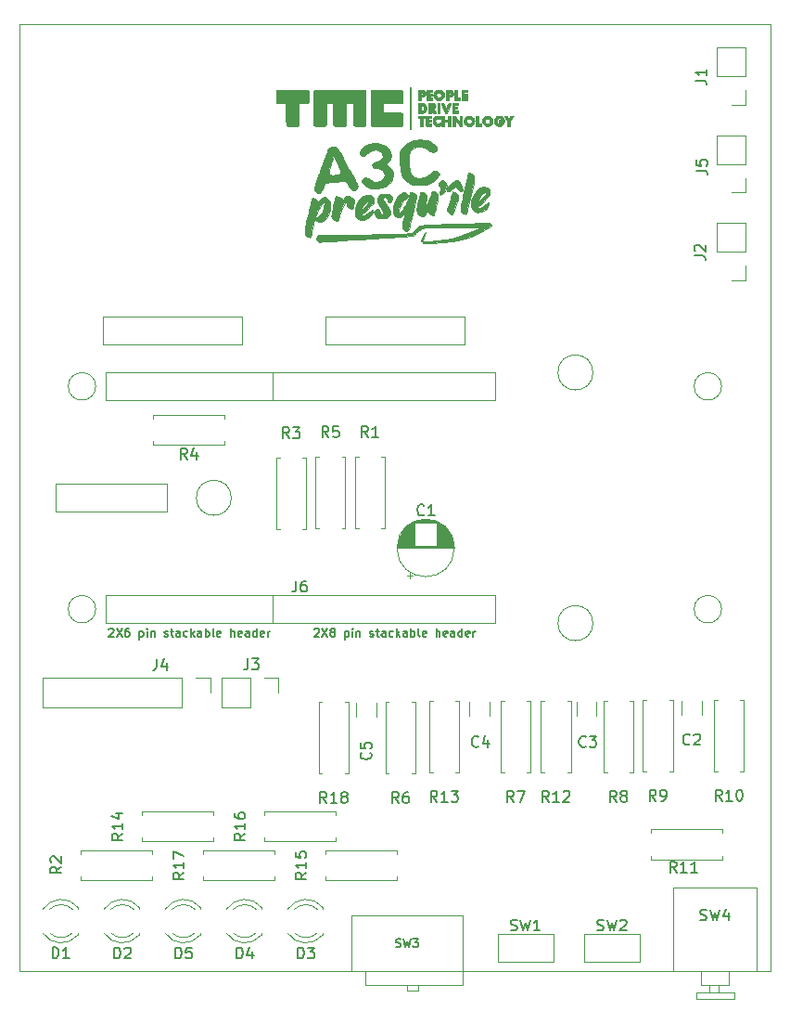
<source format=gto>
G04 #@! TF.GenerationSoftware,KiCad,Pcbnew,(5.1.4)-1*
G04 #@! TF.CreationDate,2019-12-13T15:42:32+01:00*
G04 #@! TF.ProjectId,e-p-wifi,652d702d-7769-4666-992e-6b696361645f,1.0*
G04 #@! TF.SameCoordinates,Original*
G04 #@! TF.FileFunction,Legend,Top*
G04 #@! TF.FilePolarity,Positive*
%FSLAX46Y46*%
G04 Gerber Fmt 4.6, Leading zero omitted, Abs format (unit mm)*
G04 Created by KiCad (PCBNEW (5.1.4)-1) date 2019-12-13 15:42:32*
%MOMM*%
%LPD*%
G04 APERTURE LIST*
%ADD10C,0.100000*%
%ADD11C,0.120000*%
%ADD12C,0.010000*%
%ADD13C,0.150000*%
G04 APERTURE END LIST*
D10*
X44754600Y-68580000D02*
G75*
G03X44754600Y-68580000I-1600000J0D01*
G01*
X32365000Y-58420000D02*
G75*
G03X32365000Y-58420000I-1250000J0D01*
G01*
X32365000Y-78740000D02*
G75*
G03X32365000Y-78740000I-1250000J0D01*
G01*
X89515000Y-58420000D02*
G75*
G03X89515000Y-58420000I-1250000J0D01*
G01*
X77774600Y-57150000D02*
G75*
G03X77774600Y-57150000I-1600000J0D01*
G01*
X77774600Y-80010000D02*
G75*
G03X77774600Y-80010000I-1600000J0D01*
G01*
X89515000Y-78740000D02*
G75*
G03X89515000Y-78740000I-1250000J0D01*
G01*
X45726000Y-52070000D02*
X45726000Y-54610000D01*
X33026000Y-52070000D02*
X33026000Y-54610000D01*
X33026000Y-52070000D02*
X45726000Y-52070000D01*
X33026000Y-54610000D02*
X45726000Y-54610000D01*
X53340000Y-54610000D02*
X53340000Y-52070000D01*
X66040000Y-52070000D02*
X66040000Y-54610000D01*
X53340000Y-52070000D02*
X66040000Y-52070000D01*
X53340000Y-54610000D02*
X66040000Y-54610000D01*
X28702000Y-69850000D02*
X38862000Y-69850000D01*
X38862000Y-67310000D02*
X28702000Y-67310000D01*
X28702000Y-67310000D02*
X28702000Y-69850000D01*
X25400000Y-111760000D02*
X93980000Y-111760000D01*
X93980000Y-25400000D02*
X93980000Y-111760000D01*
X25400000Y-25400000D02*
X25400000Y-111760000D01*
X38862000Y-67310000D02*
X38862000Y-69850000D01*
X25400000Y-25400000D02*
X93980000Y-25400000D01*
D11*
X44301665Y-108266608D02*
G75*
G03X47534000Y-108423516I1672335J1078608D01*
G01*
X44301665Y-106109392D02*
G75*
G02X47534000Y-105952484I1672335J-1078608D01*
G01*
X44932870Y-108267837D02*
G75*
G03X47014961Y-108268000I1041130J1079837D01*
G01*
X44932870Y-106108163D02*
G75*
G02X47014961Y-106108000I1041130J-1079837D01*
G01*
X47534000Y-108424000D02*
X47534000Y-108268000D01*
X47534000Y-106108000D02*
X47534000Y-105952000D01*
X33125665Y-108266608D02*
G75*
G03X36358000Y-108423516I1672335J1078608D01*
G01*
X33125665Y-106109392D02*
G75*
G02X36358000Y-105952484I1672335J-1078608D01*
G01*
X33756870Y-108267837D02*
G75*
G03X35838961Y-108268000I1041130J1079837D01*
G01*
X33756870Y-106108163D02*
G75*
G02X35838961Y-106108000I1041130J-1079837D01*
G01*
X36358000Y-108424000D02*
X36358000Y-108268000D01*
X36358000Y-106108000D02*
X36358000Y-105952000D01*
X55720000Y-106670000D02*
X65880000Y-106670000D01*
X55720000Y-111750000D02*
X65880000Y-111750000D01*
X65880000Y-106670000D02*
X65880000Y-111750000D01*
X65880000Y-111750000D02*
X55720000Y-111750000D01*
X55720000Y-111750000D02*
X55720000Y-106670000D01*
X65880000Y-111724600D02*
X65880000Y-113045400D01*
X65880000Y-113045400D02*
X57015400Y-113045400D01*
X60825400Y-113045400D02*
X60825400Y-113502600D01*
X60825400Y-113502600D02*
X61841400Y-113502600D01*
X61841400Y-113502600D02*
X61841400Y-113096200D01*
X56990000Y-113045400D02*
X56990000Y-111750000D01*
X27500000Y-85030000D02*
X27500000Y-87690000D01*
X40260000Y-85030000D02*
X27500000Y-85030000D01*
X40260000Y-87690000D02*
X27500000Y-87690000D01*
X40260000Y-85030000D02*
X40260000Y-87690000D01*
X41530000Y-85030000D02*
X42860000Y-85030000D01*
X42860000Y-85030000D02*
X42860000Y-86360000D01*
X30770000Y-106108000D02*
X30770000Y-105952000D01*
X30770000Y-108424000D02*
X30770000Y-108268000D01*
X28168870Y-106108163D02*
G75*
G02X30250961Y-106108000I1041130J-1079837D01*
G01*
X28168870Y-108267837D02*
G75*
G03X30250961Y-108268000I1041130J1079837D01*
G01*
X27537665Y-106109392D02*
G75*
G02X30770000Y-105952484I1672335J-1078608D01*
G01*
X27537665Y-108266608D02*
G75*
G03X30770000Y-108423516I1672335J1078608D01*
G01*
X76270000Y-87181000D02*
X76270000Y-88439000D01*
X78110000Y-87181000D02*
X78110000Y-88439000D01*
X91730000Y-27530000D02*
X89070000Y-27530000D01*
X91730000Y-30130000D02*
X91730000Y-27530000D01*
X89070000Y-30130000D02*
X89070000Y-27530000D01*
X91730000Y-30130000D02*
X89070000Y-30130000D01*
X91730000Y-31400000D02*
X91730000Y-32730000D01*
X91730000Y-32730000D02*
X90400000Y-32730000D01*
X91730000Y-43530000D02*
X89070000Y-43530000D01*
X91730000Y-46130000D02*
X91730000Y-43530000D01*
X89070000Y-46130000D02*
X89070000Y-43530000D01*
X91730000Y-46130000D02*
X89070000Y-46130000D01*
X91730000Y-47400000D02*
X91730000Y-48730000D01*
X91730000Y-48730000D02*
X90400000Y-48730000D01*
X49060000Y-85030000D02*
X49060000Y-86360000D01*
X47730000Y-85030000D02*
X49060000Y-85030000D01*
X46460000Y-85030000D02*
X46460000Y-87690000D01*
X46460000Y-87690000D02*
X43860000Y-87690000D01*
X46460000Y-85030000D02*
X43860000Y-85030000D01*
X43860000Y-85030000D02*
X43860000Y-87690000D01*
X65120000Y-73150000D02*
G75*
G03X65120000Y-73150000I-2620000J0D01*
G01*
X59920000Y-73150000D02*
X65080000Y-73150000D01*
X59920000Y-73110000D02*
X65080000Y-73110000D01*
X59921000Y-73070000D02*
X65079000Y-73070000D01*
X59922000Y-73030000D02*
X65078000Y-73030000D01*
X59924000Y-72990000D02*
X65076000Y-72990000D01*
X59927000Y-72950000D02*
X65073000Y-72950000D01*
X59931000Y-72910000D02*
X61460000Y-72910000D01*
X63540000Y-72910000D02*
X65069000Y-72910000D01*
X59935000Y-72870000D02*
X61460000Y-72870000D01*
X63540000Y-72870000D02*
X65065000Y-72870000D01*
X59939000Y-72830000D02*
X61460000Y-72830000D01*
X63540000Y-72830000D02*
X65061000Y-72830000D01*
X59944000Y-72790000D02*
X61460000Y-72790000D01*
X63540000Y-72790000D02*
X65056000Y-72790000D01*
X59950000Y-72750000D02*
X61460000Y-72750000D01*
X63540000Y-72750000D02*
X65050000Y-72750000D01*
X59957000Y-72710000D02*
X61460000Y-72710000D01*
X63540000Y-72710000D02*
X65043000Y-72710000D01*
X59964000Y-72670000D02*
X61460000Y-72670000D01*
X63540000Y-72670000D02*
X65036000Y-72670000D01*
X59972000Y-72630000D02*
X61460000Y-72630000D01*
X63540000Y-72630000D02*
X65028000Y-72630000D01*
X59980000Y-72590000D02*
X61460000Y-72590000D01*
X63540000Y-72590000D02*
X65020000Y-72590000D01*
X59989000Y-72550000D02*
X61460000Y-72550000D01*
X63540000Y-72550000D02*
X65011000Y-72550000D01*
X59999000Y-72510000D02*
X61460000Y-72510000D01*
X63540000Y-72510000D02*
X65001000Y-72510000D01*
X60009000Y-72470000D02*
X61460000Y-72470000D01*
X63540000Y-72470000D02*
X64991000Y-72470000D01*
X60020000Y-72429000D02*
X61460000Y-72429000D01*
X63540000Y-72429000D02*
X64980000Y-72429000D01*
X60032000Y-72389000D02*
X61460000Y-72389000D01*
X63540000Y-72389000D02*
X64968000Y-72389000D01*
X60045000Y-72349000D02*
X61460000Y-72349000D01*
X63540000Y-72349000D02*
X64955000Y-72349000D01*
X60058000Y-72309000D02*
X61460000Y-72309000D01*
X63540000Y-72309000D02*
X64942000Y-72309000D01*
X60072000Y-72269000D02*
X61460000Y-72269000D01*
X63540000Y-72269000D02*
X64928000Y-72269000D01*
X60086000Y-72229000D02*
X61460000Y-72229000D01*
X63540000Y-72229000D02*
X64914000Y-72229000D01*
X60102000Y-72189000D02*
X61460000Y-72189000D01*
X63540000Y-72189000D02*
X64898000Y-72189000D01*
X60118000Y-72149000D02*
X61460000Y-72149000D01*
X63540000Y-72149000D02*
X64882000Y-72149000D01*
X60135000Y-72109000D02*
X61460000Y-72109000D01*
X63540000Y-72109000D02*
X64865000Y-72109000D01*
X60152000Y-72069000D02*
X61460000Y-72069000D01*
X63540000Y-72069000D02*
X64848000Y-72069000D01*
X60171000Y-72029000D02*
X61460000Y-72029000D01*
X63540000Y-72029000D02*
X64829000Y-72029000D01*
X60190000Y-71989000D02*
X61460000Y-71989000D01*
X63540000Y-71989000D02*
X64810000Y-71989000D01*
X60210000Y-71949000D02*
X61460000Y-71949000D01*
X63540000Y-71949000D02*
X64790000Y-71949000D01*
X60232000Y-71909000D02*
X61460000Y-71909000D01*
X63540000Y-71909000D02*
X64768000Y-71909000D01*
X60253000Y-71869000D02*
X61460000Y-71869000D01*
X63540000Y-71869000D02*
X64747000Y-71869000D01*
X60276000Y-71829000D02*
X61460000Y-71829000D01*
X63540000Y-71829000D02*
X64724000Y-71829000D01*
X60300000Y-71789000D02*
X61460000Y-71789000D01*
X63540000Y-71789000D02*
X64700000Y-71789000D01*
X60325000Y-71749000D02*
X61460000Y-71749000D01*
X63540000Y-71749000D02*
X64675000Y-71749000D01*
X60351000Y-71709000D02*
X61460000Y-71709000D01*
X63540000Y-71709000D02*
X64649000Y-71709000D01*
X60378000Y-71669000D02*
X61460000Y-71669000D01*
X63540000Y-71669000D02*
X64622000Y-71669000D01*
X60405000Y-71629000D02*
X61460000Y-71629000D01*
X63540000Y-71629000D02*
X64595000Y-71629000D01*
X60435000Y-71589000D02*
X61460000Y-71589000D01*
X63540000Y-71589000D02*
X64565000Y-71589000D01*
X60465000Y-71549000D02*
X61460000Y-71549000D01*
X63540000Y-71549000D02*
X64535000Y-71549000D01*
X60496000Y-71509000D02*
X61460000Y-71509000D01*
X63540000Y-71509000D02*
X64504000Y-71509000D01*
X60529000Y-71469000D02*
X61460000Y-71469000D01*
X63540000Y-71469000D02*
X64471000Y-71469000D01*
X60563000Y-71429000D02*
X61460000Y-71429000D01*
X63540000Y-71429000D02*
X64437000Y-71429000D01*
X60599000Y-71389000D02*
X61460000Y-71389000D01*
X63540000Y-71389000D02*
X64401000Y-71389000D01*
X60636000Y-71349000D02*
X61460000Y-71349000D01*
X63540000Y-71349000D02*
X64364000Y-71349000D01*
X60674000Y-71309000D02*
X61460000Y-71309000D01*
X63540000Y-71309000D02*
X64326000Y-71309000D01*
X60715000Y-71269000D02*
X61460000Y-71269000D01*
X63540000Y-71269000D02*
X64285000Y-71269000D01*
X60757000Y-71229000D02*
X61460000Y-71229000D01*
X63540000Y-71229000D02*
X64243000Y-71229000D01*
X60801000Y-71189000D02*
X61460000Y-71189000D01*
X63540000Y-71189000D02*
X64199000Y-71189000D01*
X60847000Y-71149000D02*
X61460000Y-71149000D01*
X63540000Y-71149000D02*
X64153000Y-71149000D01*
X60895000Y-71109000D02*
X61460000Y-71109000D01*
X63540000Y-71109000D02*
X64105000Y-71109000D01*
X60946000Y-71069000D02*
X61460000Y-71069000D01*
X63540000Y-71069000D02*
X64054000Y-71069000D01*
X61000000Y-71029000D02*
X61460000Y-71029000D01*
X63540000Y-71029000D02*
X64000000Y-71029000D01*
X61057000Y-70989000D02*
X61460000Y-70989000D01*
X63540000Y-70989000D02*
X63943000Y-70989000D01*
X61117000Y-70949000D02*
X61460000Y-70949000D01*
X63540000Y-70949000D02*
X63883000Y-70949000D01*
X61181000Y-70909000D02*
X61460000Y-70909000D01*
X63540000Y-70909000D02*
X63819000Y-70909000D01*
X61249000Y-70869000D02*
X61460000Y-70869000D01*
X63540000Y-70869000D02*
X63751000Y-70869000D01*
X61322000Y-70829000D02*
X63678000Y-70829000D01*
X61402000Y-70789000D02*
X63598000Y-70789000D01*
X61489000Y-70749000D02*
X63511000Y-70749000D01*
X61585000Y-70709000D02*
X63415000Y-70709000D01*
X61695000Y-70669000D02*
X63305000Y-70669000D01*
X61823000Y-70629000D02*
X63177000Y-70629000D01*
X61982000Y-70589000D02*
X63018000Y-70589000D01*
X62216000Y-70549000D02*
X62784000Y-70549000D01*
X61025000Y-75954775D02*
X61025000Y-75454775D01*
X60775000Y-75704775D02*
X61275000Y-75704775D01*
D12*
G36*
X66272833Y-31601833D02*
G01*
X65997667Y-31601833D01*
X65997667Y-31750000D01*
X66275153Y-31750000D01*
X66268701Y-31850014D01*
X66262250Y-31950028D01*
X66135250Y-31950555D01*
X66008250Y-31951083D01*
X66001617Y-32019875D01*
X65994984Y-32088666D01*
X66272833Y-32088666D01*
X66272833Y-32300333D01*
X65764833Y-32300333D01*
X65764833Y-31390166D01*
X66272833Y-31390166D01*
X66272833Y-31601833D01*
X66272833Y-31601833D01*
G37*
X66272833Y-31601833D02*
X65997667Y-31601833D01*
X65997667Y-31750000D01*
X66275153Y-31750000D01*
X66268701Y-31850014D01*
X66262250Y-31950028D01*
X66135250Y-31950555D01*
X66008250Y-31951083D01*
X66001617Y-32019875D01*
X65994984Y-32088666D01*
X66272833Y-32088666D01*
X66272833Y-32300333D01*
X65764833Y-32300333D01*
X65764833Y-31390166D01*
X66272833Y-31390166D01*
X66272833Y-31601833D01*
G36*
X65379061Y-31743711D02*
G01*
X65384872Y-32086673D01*
X65516644Y-32092961D01*
X65648417Y-32099250D01*
X65654868Y-32199791D01*
X65661319Y-32300333D01*
X65128991Y-32300333D01*
X65134704Y-31850541D01*
X65140417Y-31400750D01*
X65373250Y-31400750D01*
X65379061Y-31743711D01*
X65379061Y-31743711D01*
G37*
X65379061Y-31743711D02*
X65384872Y-32086673D01*
X65516644Y-32092961D01*
X65648417Y-32099250D01*
X65654868Y-32199791D01*
X65661319Y-32300333D01*
X65128991Y-32300333D01*
X65134704Y-31850541D01*
X65140417Y-31400750D01*
X65373250Y-31400750D01*
X65379061Y-31743711D01*
G36*
X64591228Y-31395920D02*
G01*
X64716875Y-31404245D01*
X64808497Y-31416996D01*
X64874383Y-31437327D01*
X64922823Y-31468391D01*
X64962105Y-31513340D01*
X64982598Y-31544775D01*
X65017686Y-31638197D01*
X65020849Y-31740087D01*
X64994692Y-31838335D01*
X64941823Y-31920832D01*
X64892982Y-31961124D01*
X64812489Y-31993217D01*
X64706381Y-32003901D01*
X64701208Y-32003920D01*
X64579500Y-32004000D01*
X64579500Y-32300333D01*
X64346667Y-32300333D01*
X64346667Y-31707666D01*
X64579500Y-31707666D01*
X64581165Y-31770440D01*
X64589873Y-31801754D01*
X64611190Y-31812457D01*
X64633808Y-31813500D01*
X64693117Y-31804853D01*
X64729058Y-31791588D01*
X64759876Y-31754231D01*
X64769973Y-31698768D01*
X64757477Y-31644996D01*
X64744600Y-31627233D01*
X64706844Y-31609482D01*
X64650916Y-31601839D01*
X64649350Y-31601833D01*
X64608012Y-31603697D01*
X64587400Y-31616578D01*
X64580300Y-31651406D01*
X64579500Y-31707666D01*
X64346667Y-31707666D01*
X64346667Y-31383875D01*
X64591228Y-31395920D01*
X64591228Y-31395920D01*
G37*
X64591228Y-31395920D02*
X64716875Y-31404245D01*
X64808497Y-31416996D01*
X64874383Y-31437327D01*
X64922823Y-31468391D01*
X64962105Y-31513340D01*
X64982598Y-31544775D01*
X65017686Y-31638197D01*
X65020849Y-31740087D01*
X64994692Y-31838335D01*
X64941823Y-31920832D01*
X64892982Y-31961124D01*
X64812489Y-31993217D01*
X64706381Y-32003901D01*
X64701208Y-32003920D01*
X64579500Y-32004000D01*
X64579500Y-32300333D01*
X64346667Y-32300333D01*
X64346667Y-31707666D01*
X64579500Y-31707666D01*
X64581165Y-31770440D01*
X64589873Y-31801754D01*
X64611190Y-31812457D01*
X64633808Y-31813500D01*
X64693117Y-31804853D01*
X64729058Y-31791588D01*
X64759876Y-31754231D01*
X64769973Y-31698768D01*
X64757477Y-31644996D01*
X64744600Y-31627233D01*
X64706844Y-31609482D01*
X64650916Y-31601839D01*
X64649350Y-31601833D01*
X64608012Y-31603697D01*
X64587400Y-31616578D01*
X64580300Y-31651406D01*
X64579500Y-31707666D01*
X64346667Y-31707666D01*
X64346667Y-31383875D01*
X64591228Y-31395920D01*
G36*
X63114868Y-31501291D02*
G01*
X63121319Y-31601833D01*
X62843833Y-31601833D01*
X62843833Y-31750000D01*
X63097833Y-31750000D01*
X63097833Y-31938387D01*
X62976125Y-31944735D01*
X62907566Y-31949429D01*
X62870565Y-31958475D01*
X62854385Y-31978075D01*
X62848291Y-32014431D01*
X62847862Y-32018832D01*
X62841307Y-32086581D01*
X62974862Y-32092915D01*
X63108417Y-32099250D01*
X63114868Y-32199791D01*
X63121319Y-32300333D01*
X62588991Y-32300333D01*
X62594704Y-31850541D01*
X62600417Y-31400750D01*
X63108417Y-31400750D01*
X63114868Y-31501291D01*
X63114868Y-31501291D01*
G37*
X63114868Y-31501291D02*
X63121319Y-31601833D01*
X62843833Y-31601833D01*
X62843833Y-31750000D01*
X63097833Y-31750000D01*
X63097833Y-31938387D01*
X62976125Y-31944735D01*
X62907566Y-31949429D01*
X62870565Y-31958475D01*
X62854385Y-31978075D01*
X62848291Y-32014431D01*
X62847862Y-32018832D01*
X62841307Y-32086581D01*
X62974862Y-32092915D01*
X63108417Y-32099250D01*
X63114868Y-32199791D01*
X63121319Y-32300333D01*
X62588991Y-32300333D01*
X62594704Y-31850541D01*
X62600417Y-31400750D01*
X63108417Y-31400750D01*
X63114868Y-31501291D01*
G36*
X62051228Y-31395920D02*
G01*
X62178208Y-31404455D01*
X62268423Y-31416139D01*
X62327380Y-31431833D01*
X62348572Y-31442549D01*
X62421794Y-31512658D01*
X62466483Y-31601810D01*
X62482835Y-31700346D01*
X62471046Y-31798607D01*
X62431313Y-31886933D01*
X62363833Y-31955666D01*
X62337820Y-31971222D01*
X62279681Y-31990117D01*
X62201656Y-32001958D01*
X62156968Y-32004000D01*
X62039500Y-32004000D01*
X62039500Y-32300333D01*
X61806667Y-32300333D01*
X61806667Y-31707666D01*
X62039500Y-31707666D01*
X62041165Y-31770440D01*
X62049873Y-31801754D01*
X62071190Y-31812457D01*
X62093808Y-31813500D01*
X62153117Y-31804853D01*
X62189058Y-31791588D01*
X62219876Y-31754231D01*
X62229973Y-31698768D01*
X62217477Y-31644996D01*
X62204600Y-31627233D01*
X62166844Y-31609482D01*
X62110916Y-31601839D01*
X62109350Y-31601833D01*
X62068012Y-31603697D01*
X62047400Y-31616578D01*
X62040300Y-31651406D01*
X62039500Y-31707666D01*
X61806667Y-31707666D01*
X61806667Y-31383875D01*
X62051228Y-31395920D01*
X62051228Y-31395920D01*
G37*
X62051228Y-31395920D02*
X62178208Y-31404455D01*
X62268423Y-31416139D01*
X62327380Y-31431833D01*
X62348572Y-31442549D01*
X62421794Y-31512658D01*
X62466483Y-31601810D01*
X62482835Y-31700346D01*
X62471046Y-31798607D01*
X62431313Y-31886933D01*
X62363833Y-31955666D01*
X62337820Y-31971222D01*
X62279681Y-31990117D01*
X62201656Y-32001958D01*
X62156968Y-32004000D01*
X62039500Y-32004000D01*
X62039500Y-32300333D01*
X61806667Y-32300333D01*
X61806667Y-31707666D01*
X62039500Y-31707666D01*
X62041165Y-31770440D01*
X62049873Y-31801754D01*
X62071190Y-31812457D01*
X62093808Y-31813500D01*
X62153117Y-31804853D01*
X62189058Y-31791588D01*
X62219876Y-31754231D01*
X62229973Y-31698768D01*
X62217477Y-31644996D01*
X62204600Y-31627233D01*
X62166844Y-31609482D01*
X62110916Y-31601839D01*
X62109350Y-31601833D01*
X62068012Y-31603697D01*
X62047400Y-31616578D01*
X62040300Y-31651406D01*
X62039500Y-31707666D01*
X61806667Y-31707666D01*
X61806667Y-31383875D01*
X62051228Y-31395920D01*
G36*
X63859082Y-31403548D02*
G01*
X63934098Y-31429642D01*
X64043791Y-31500973D01*
X64125281Y-31598118D01*
X64176472Y-31713564D01*
X64195267Y-31839802D01*
X64179572Y-31969318D01*
X64127290Y-32094603D01*
X64122054Y-32103266D01*
X64039132Y-32199247D01*
X63930495Y-32268777D01*
X63805306Y-32309399D01*
X63672725Y-32318657D01*
X63541913Y-32294097D01*
X63489262Y-32272895D01*
X63368429Y-32194547D01*
X63280839Y-32093916D01*
X63228069Y-31976811D01*
X63211694Y-31849042D01*
X63212156Y-31846202D01*
X63461189Y-31846202D01*
X63478500Y-31939614D01*
X63480016Y-31943356D01*
X63531586Y-32018406D01*
X63606171Y-32066091D01*
X63693175Y-32084779D01*
X63782003Y-32072841D01*
X63862057Y-32028646D01*
X63885605Y-32005747D01*
X63936651Y-31921958D01*
X63946482Y-31834502D01*
X63915310Y-31748421D01*
X63872533Y-31694966D01*
X63818664Y-31648453D01*
X63767532Y-31627534D01*
X63704824Y-31623000D01*
X63607809Y-31640806D01*
X63531256Y-31689084D01*
X63480578Y-31760121D01*
X63461189Y-31846202D01*
X63212156Y-31846202D01*
X63233287Y-31716418D01*
X63294424Y-31584747D01*
X63300247Y-31575682D01*
X63376566Y-31495229D01*
X63480833Y-31435433D01*
X63602825Y-31398651D01*
X63732316Y-31387237D01*
X63859082Y-31403548D01*
X63859082Y-31403548D01*
G37*
X63859082Y-31403548D02*
X63934098Y-31429642D01*
X64043791Y-31500973D01*
X64125281Y-31598118D01*
X64176472Y-31713564D01*
X64195267Y-31839802D01*
X64179572Y-31969318D01*
X64127290Y-32094603D01*
X64122054Y-32103266D01*
X64039132Y-32199247D01*
X63930495Y-32268777D01*
X63805306Y-32309399D01*
X63672725Y-32318657D01*
X63541913Y-32294097D01*
X63489262Y-32272895D01*
X63368429Y-32194547D01*
X63280839Y-32093916D01*
X63228069Y-31976811D01*
X63211694Y-31849042D01*
X63212156Y-31846202D01*
X63461189Y-31846202D01*
X63478500Y-31939614D01*
X63480016Y-31943356D01*
X63531586Y-32018406D01*
X63606171Y-32066091D01*
X63693175Y-32084779D01*
X63782003Y-32072841D01*
X63862057Y-32028646D01*
X63885605Y-32005747D01*
X63936651Y-31921958D01*
X63946482Y-31834502D01*
X63915310Y-31748421D01*
X63872533Y-31694966D01*
X63818664Y-31648453D01*
X63767532Y-31627534D01*
X63704824Y-31623000D01*
X63607809Y-31640806D01*
X63531256Y-31689084D01*
X63480578Y-31760121D01*
X63461189Y-31846202D01*
X63212156Y-31846202D01*
X63233287Y-31716418D01*
X63294424Y-31584747D01*
X63300247Y-31575682D01*
X63376566Y-31495229D01*
X63480833Y-31435433D01*
X63602825Y-31398651D01*
X63732316Y-31387237D01*
X63859082Y-31403548D01*
G36*
X65426167Y-32787166D02*
G01*
X65151000Y-32787166D01*
X65151000Y-32935333D01*
X65405000Y-32935333D01*
X65405000Y-33125833D01*
X65151000Y-33125833D01*
X65151000Y-33274000D01*
X65426167Y-33274000D01*
X65426167Y-33485666D01*
X64918167Y-33485666D01*
X64918167Y-32575500D01*
X65426167Y-32575500D01*
X65426167Y-32787166D01*
X65426167Y-32787166D01*
G37*
X65426167Y-32787166D02*
X65151000Y-32787166D01*
X65151000Y-32935333D01*
X65405000Y-32935333D01*
X65405000Y-33125833D01*
X65151000Y-33125833D01*
X65151000Y-33274000D01*
X65426167Y-33274000D01*
X65426167Y-33485666D01*
X64918167Y-33485666D01*
X64918167Y-32575500D01*
X65426167Y-32575500D01*
X65426167Y-32787166D01*
G36*
X64759259Y-32579050D02*
G01*
X64802486Y-32588418D01*
X64812333Y-32597546D01*
X64804368Y-32622680D01*
X64782065Y-32680806D01*
X64747808Y-32766028D01*
X64703985Y-32872447D01*
X64652980Y-32994168D01*
X64628208Y-33052629D01*
X64444082Y-33485666D01*
X64352587Y-33485666D01*
X64290817Y-33481317D01*
X64256925Y-33464319D01*
X64240707Y-33438041D01*
X64164710Y-33259455D01*
X64095177Y-33094032D01*
X64033772Y-32945872D01*
X63982160Y-32819076D01*
X63942006Y-32717743D01*
X63914972Y-32645975D01*
X63902724Y-32607870D01*
X63902167Y-32604002D01*
X63911778Y-32586437D01*
X63946052Y-32578738D01*
X64013145Y-32579263D01*
X64022562Y-32579735D01*
X64142958Y-32586083D01*
X64244432Y-32837938D01*
X64283114Y-32933121D01*
X64316223Y-33013043D01*
X64340543Y-33070055D01*
X64352860Y-33096503D01*
X64353458Y-33097346D01*
X64363465Y-33081667D01*
X64385631Y-33033425D01*
X64416940Y-32959575D01*
X64454374Y-32867075D01*
X64464963Y-32840253D01*
X64568917Y-32575608D01*
X64690625Y-32575554D01*
X64759259Y-32579050D01*
X64759259Y-32579050D01*
G37*
X64759259Y-32579050D02*
X64802486Y-32588418D01*
X64812333Y-32597546D01*
X64804368Y-32622680D01*
X64782065Y-32680806D01*
X64747808Y-32766028D01*
X64703985Y-32872447D01*
X64652980Y-32994168D01*
X64628208Y-33052629D01*
X64444082Y-33485666D01*
X64352587Y-33485666D01*
X64290817Y-33481317D01*
X64256925Y-33464319D01*
X64240707Y-33438041D01*
X64164710Y-33259455D01*
X64095177Y-33094032D01*
X64033772Y-32945872D01*
X63982160Y-32819076D01*
X63942006Y-32717743D01*
X63914972Y-32645975D01*
X63902724Y-32607870D01*
X63902167Y-32604002D01*
X63911778Y-32586437D01*
X63946052Y-32578738D01*
X64013145Y-32579263D01*
X64022562Y-32579735D01*
X64142958Y-32586083D01*
X64244432Y-32837938D01*
X64283114Y-32933121D01*
X64316223Y-33013043D01*
X64340543Y-33070055D01*
X64352860Y-33096503D01*
X64353458Y-33097346D01*
X64363465Y-33081667D01*
X64385631Y-33033425D01*
X64416940Y-32959575D01*
X64454374Y-32867075D01*
X64464963Y-32840253D01*
X64568917Y-32575608D01*
X64690625Y-32575554D01*
X64759259Y-32579050D01*
G36*
X63796333Y-33485666D02*
G01*
X63563500Y-33485666D01*
X63563500Y-32575500D01*
X63796333Y-32575500D01*
X63796333Y-33485666D01*
X63796333Y-33485666D01*
G37*
X63796333Y-33485666D02*
X63563500Y-33485666D01*
X63563500Y-32575500D01*
X63796333Y-32575500D01*
X63796333Y-33485666D01*
G36*
X63123422Y-32583523D02*
G01*
X63178935Y-32594230D01*
X63223329Y-32612196D01*
X63311631Y-32677547D01*
X63365801Y-32759678D01*
X63386084Y-32850667D01*
X63372726Y-32942591D01*
X63325973Y-33027527D01*
X63246070Y-33097554D01*
X63207626Y-33118346D01*
X63216828Y-33135197D01*
X63246939Y-33178134D01*
X63292760Y-33239918D01*
X63329219Y-33287679D01*
X63383589Y-33359663D01*
X63426547Y-33419377D01*
X63452480Y-33458858D01*
X63457552Y-33469791D01*
X63438303Y-33477864D01*
X63387814Y-33483580D01*
X63319656Y-33485666D01*
X63181645Y-33485666D01*
X63076239Y-33324200D01*
X62970833Y-33162735D01*
X62970833Y-33485666D01*
X62715991Y-33485666D01*
X62721704Y-33035875D01*
X62723787Y-32871833D01*
X62970833Y-32871833D01*
X62972607Y-32934693D01*
X62981423Y-32966054D01*
X63002526Y-32976714D01*
X63022238Y-32977666D01*
X63076698Y-32964315D01*
X63106905Y-32944404D01*
X63137327Y-32890130D01*
X63127563Y-32835397D01*
X63093123Y-32798950D01*
X63033736Y-32766405D01*
X62995514Y-32769283D01*
X62975571Y-32809303D01*
X62970833Y-32871833D01*
X62723787Y-32871833D01*
X62727417Y-32586083D01*
X62939083Y-32580446D01*
X63047010Y-32579324D01*
X63123422Y-32583523D01*
X63123422Y-32583523D01*
G37*
X63123422Y-32583523D02*
X63178935Y-32594230D01*
X63223329Y-32612196D01*
X63311631Y-32677547D01*
X63365801Y-32759678D01*
X63386084Y-32850667D01*
X63372726Y-32942591D01*
X63325973Y-33027527D01*
X63246070Y-33097554D01*
X63207626Y-33118346D01*
X63216828Y-33135197D01*
X63246939Y-33178134D01*
X63292760Y-33239918D01*
X63329219Y-33287679D01*
X63383589Y-33359663D01*
X63426547Y-33419377D01*
X63452480Y-33458858D01*
X63457552Y-33469791D01*
X63438303Y-33477864D01*
X63387814Y-33483580D01*
X63319656Y-33485666D01*
X63181645Y-33485666D01*
X63076239Y-33324200D01*
X62970833Y-33162735D01*
X62970833Y-33485666D01*
X62715991Y-33485666D01*
X62721704Y-33035875D01*
X62723787Y-32871833D01*
X62970833Y-32871833D01*
X62972607Y-32934693D01*
X62981423Y-32966054D01*
X63002526Y-32976714D01*
X63022238Y-32977666D01*
X63076698Y-32964315D01*
X63106905Y-32944404D01*
X63137327Y-32890130D01*
X63127563Y-32835397D01*
X63093123Y-32798950D01*
X63033736Y-32766405D01*
X62995514Y-32769283D01*
X62975571Y-32809303D01*
X62970833Y-32871833D01*
X62723787Y-32871833D01*
X62727417Y-32586083D01*
X62939083Y-32580446D01*
X63047010Y-32579324D01*
X63123422Y-32583523D01*
G36*
X62074241Y-32578727D02*
G01*
X62174308Y-32587198D01*
X62253879Y-32599099D01*
X62255416Y-32599424D01*
X62370804Y-32643750D01*
X62464328Y-32718189D01*
X62533548Y-32815241D01*
X62576025Y-32927403D01*
X62589319Y-33047177D01*
X62570992Y-33167060D01*
X62518604Y-33279553D01*
X62489343Y-33318700D01*
X62404997Y-33395401D01*
X62299154Y-33447453D01*
X62166229Y-33476810D01*
X62013042Y-33485459D01*
X61806667Y-33485666D01*
X61806667Y-32787166D01*
X62039500Y-32787166D01*
X62039500Y-33274000D01*
X62105026Y-33274000D01*
X62172006Y-33262735D01*
X62230222Y-33238751D01*
X62297135Y-33177092D01*
X62331001Y-33089949D01*
X62335833Y-33030583D01*
X62318720Y-32927865D01*
X62270045Y-32850284D01*
X62193804Y-32802038D01*
X62104051Y-32787166D01*
X62039500Y-32787166D01*
X61806667Y-32787166D01*
X61806667Y-32575500D01*
X61974958Y-32575500D01*
X62074241Y-32578727D01*
X62074241Y-32578727D01*
G37*
X62074241Y-32578727D02*
X62174308Y-32587198D01*
X62253879Y-32599099D01*
X62255416Y-32599424D01*
X62370804Y-32643750D01*
X62464328Y-32718189D01*
X62533548Y-32815241D01*
X62576025Y-32927403D01*
X62589319Y-33047177D01*
X62570992Y-33167060D01*
X62518604Y-33279553D01*
X62489343Y-33318700D01*
X62404997Y-33395401D01*
X62299154Y-33447453D01*
X62166229Y-33476810D01*
X62013042Y-33485459D01*
X61806667Y-33485666D01*
X61806667Y-32787166D01*
X62039500Y-32787166D01*
X62039500Y-33274000D01*
X62105026Y-33274000D01*
X62172006Y-33262735D01*
X62230222Y-33238751D01*
X62297135Y-33177092D01*
X62331001Y-33089949D01*
X62335833Y-33030583D01*
X62318720Y-32927865D01*
X62270045Y-32850284D01*
X62193804Y-32802038D01*
X62104051Y-32787166D01*
X62039500Y-32787166D01*
X61806667Y-32787166D01*
X61806667Y-32575500D01*
X61974958Y-32575500D01*
X62074241Y-32578727D01*
G36*
X69986373Y-33855989D02*
G01*
X70034210Y-33928521D01*
X70068449Y-33965496D01*
X70097004Y-33967819D01*
X70127788Y-33936393D01*
X70166063Y-33876504D01*
X70236167Y-33760833D01*
X70382999Y-33760833D01*
X70461938Y-33762675D01*
X70504442Y-33768978D01*
X70516284Y-33780909D01*
X70513867Y-33787291D01*
X70495354Y-33814818D01*
X70458066Y-33868106D01*
X70408021Y-33938603D01*
X70368583Y-33993666D01*
X70312974Y-34071454D01*
X70265706Y-34138354D01*
X70232885Y-34185677D01*
X70221815Y-34202443D01*
X70214291Y-34235788D01*
X70209335Y-34299708D01*
X70207703Y-34382484D01*
X70208085Y-34415103D01*
X70209137Y-34522676D01*
X70204874Y-34594954D01*
X70191907Y-34638927D01*
X70166848Y-34661589D01*
X70126309Y-34669932D01*
X70084096Y-34671000D01*
X70022088Y-34668240D01*
X69979214Y-34661246D01*
X69969944Y-34656888D01*
X69963924Y-34630922D01*
X69959183Y-34572519D01*
X69956353Y-34491567D01*
X69955833Y-34435370D01*
X69955833Y-34227962D01*
X69811545Y-34020856D01*
X69753704Y-33937517D01*
X69704101Y-33865463D01*
X69668157Y-33812606D01*
X69651546Y-33787291D01*
X69653252Y-33772793D01*
X69683550Y-33764442D01*
X69748204Y-33761061D01*
X69781030Y-33760833D01*
X69926225Y-33760833D01*
X69986373Y-33855989D01*
X69986373Y-33855989D01*
G37*
X69986373Y-33855989D02*
X70034210Y-33928521D01*
X70068449Y-33965496D01*
X70097004Y-33967819D01*
X70127788Y-33936393D01*
X70166063Y-33876504D01*
X70236167Y-33760833D01*
X70382999Y-33760833D01*
X70461938Y-33762675D01*
X70504442Y-33768978D01*
X70516284Y-33780909D01*
X70513867Y-33787291D01*
X70495354Y-33814818D01*
X70458066Y-33868106D01*
X70408021Y-33938603D01*
X70368583Y-33993666D01*
X70312974Y-34071454D01*
X70265706Y-34138354D01*
X70232885Y-34185677D01*
X70221815Y-34202443D01*
X70214291Y-34235788D01*
X70209335Y-34299708D01*
X70207703Y-34382484D01*
X70208085Y-34415103D01*
X70209137Y-34522676D01*
X70204874Y-34594954D01*
X70191907Y-34638927D01*
X70166848Y-34661589D01*
X70126309Y-34669932D01*
X70084096Y-34671000D01*
X70022088Y-34668240D01*
X69979214Y-34661246D01*
X69969944Y-34656888D01*
X69963924Y-34630922D01*
X69959183Y-34572519D01*
X69956353Y-34491567D01*
X69955833Y-34435370D01*
X69955833Y-34227962D01*
X69811545Y-34020856D01*
X69753704Y-33937517D01*
X69704101Y-33865463D01*
X69668157Y-33812606D01*
X69651546Y-33787291D01*
X69653252Y-33772793D01*
X69683550Y-33764442D01*
X69748204Y-33761061D01*
X69781030Y-33760833D01*
X69926225Y-33760833D01*
X69986373Y-33855989D01*
G36*
X69341232Y-33760585D02*
G01*
X69403073Y-33786540D01*
X69468429Y-33828252D01*
X69527911Y-33877573D01*
X69572133Y-33926359D01*
X69591706Y-33966461D01*
X69590897Y-33977246D01*
X69567362Y-34000688D01*
X69517798Y-34029606D01*
X69487039Y-34043584D01*
X69392174Y-34082918D01*
X69326382Y-34017125D01*
X69252324Y-33963202D01*
X69178789Y-33951293D01*
X69103982Y-33981440D01*
X69054133Y-34023300D01*
X69012080Y-34069980D01*
X68990575Y-34112830D01*
X68982912Y-34169760D01*
X68982167Y-34215428D01*
X68985217Y-34289584D01*
X68998229Y-34338650D01*
X69026994Y-34379664D01*
X69044038Y-34397461D01*
X69096234Y-34439485D01*
X69153249Y-34456968D01*
X69201252Y-34459333D01*
X69268073Y-34454170D01*
X69311845Y-34433584D01*
X69342544Y-34401125D01*
X69388494Y-34342916D01*
X69291164Y-34336465D01*
X69193833Y-34330013D01*
X69193833Y-34141833D01*
X69659500Y-34141833D01*
X69659500Y-34201491D01*
X69640578Y-34338448D01*
X69587581Y-34456931D01*
X69506163Y-34553084D01*
X69401979Y-34623051D01*
X69280683Y-34662978D01*
X69147929Y-34669009D01*
X69016557Y-34639903D01*
X68905653Y-34580222D01*
X68821289Y-34494453D01*
X68764002Y-34389918D01*
X68734333Y-34273937D01*
X68732821Y-34153830D01*
X68760003Y-34036919D01*
X68816419Y-33930523D01*
X68902608Y-33841964D01*
X68955289Y-33807621D01*
X69080713Y-33760149D01*
X69218278Y-33744592D01*
X69341232Y-33760585D01*
X69341232Y-33760585D01*
G37*
X69341232Y-33760585D02*
X69403073Y-33786540D01*
X69468429Y-33828252D01*
X69527911Y-33877573D01*
X69572133Y-33926359D01*
X69591706Y-33966461D01*
X69590897Y-33977246D01*
X69567362Y-34000688D01*
X69517798Y-34029606D01*
X69487039Y-34043584D01*
X69392174Y-34082918D01*
X69326382Y-34017125D01*
X69252324Y-33963202D01*
X69178789Y-33951293D01*
X69103982Y-33981440D01*
X69054133Y-34023300D01*
X69012080Y-34069980D01*
X68990575Y-34112830D01*
X68982912Y-34169760D01*
X68982167Y-34215428D01*
X68985217Y-34289584D01*
X68998229Y-34338650D01*
X69026994Y-34379664D01*
X69044038Y-34397461D01*
X69096234Y-34439485D01*
X69153249Y-34456968D01*
X69201252Y-34459333D01*
X69268073Y-34454170D01*
X69311845Y-34433584D01*
X69342544Y-34401125D01*
X69388494Y-34342916D01*
X69291164Y-34336465D01*
X69193833Y-34330013D01*
X69193833Y-34141833D01*
X69659500Y-34141833D01*
X69659500Y-34201491D01*
X69640578Y-34338448D01*
X69587581Y-34456931D01*
X69506163Y-34553084D01*
X69401979Y-34623051D01*
X69280683Y-34662978D01*
X69147929Y-34669009D01*
X69016557Y-34639903D01*
X68905653Y-34580222D01*
X68821289Y-34494453D01*
X68764002Y-34389918D01*
X68734333Y-34273937D01*
X68732821Y-34153830D01*
X68760003Y-34036919D01*
X68816419Y-33930523D01*
X68902608Y-33841964D01*
X68955289Y-33807621D01*
X69080713Y-33760149D01*
X69218278Y-33744592D01*
X69341232Y-33760585D01*
G36*
X67331167Y-34459333D02*
G01*
X67606333Y-34459333D01*
X67606333Y-34671000D01*
X67098333Y-34671000D01*
X67098333Y-33760833D01*
X67331167Y-33760833D01*
X67331167Y-34459333D01*
X67331167Y-34459333D01*
G37*
X67331167Y-34459333D02*
X67606333Y-34459333D01*
X67606333Y-34671000D01*
X67098333Y-34671000D01*
X67098333Y-33760833D01*
X67331167Y-33760833D01*
X67331167Y-34459333D01*
G36*
X65828333Y-34671000D02*
G01*
X65602252Y-34671000D01*
X65434834Y-34456195D01*
X65366837Y-34369351D01*
X65304042Y-34289873D01*
X65253261Y-34226335D01*
X65221307Y-34187315D01*
X65220460Y-34186320D01*
X65173504Y-34131250D01*
X65172835Y-34401125D01*
X65172167Y-34671000D01*
X65069861Y-34671000D01*
X65007157Y-34668299D01*
X64963489Y-34661440D01*
X64953444Y-34656888D01*
X64949223Y-34632396D01*
X64945506Y-34572047D01*
X64942494Y-34482317D01*
X64940388Y-34369683D01*
X64939388Y-34240621D01*
X64939333Y-34201805D01*
X64939333Y-33760833D01*
X65061042Y-33761765D01*
X65182750Y-33762697D01*
X65383833Y-34027413D01*
X65584917Y-34292128D01*
X65590841Y-34026481D01*
X65596765Y-33760833D01*
X65828333Y-33760833D01*
X65828333Y-34671000D01*
X65828333Y-34671000D01*
G37*
X65828333Y-34671000D02*
X65602252Y-34671000D01*
X65434834Y-34456195D01*
X65366837Y-34369351D01*
X65304042Y-34289873D01*
X65253261Y-34226335D01*
X65221307Y-34187315D01*
X65220460Y-34186320D01*
X65173504Y-34131250D01*
X65172835Y-34401125D01*
X65172167Y-34671000D01*
X65069861Y-34671000D01*
X65007157Y-34668299D01*
X64963489Y-34661440D01*
X64953444Y-34656888D01*
X64949223Y-34632396D01*
X64945506Y-34572047D01*
X64942494Y-34482317D01*
X64940388Y-34369683D01*
X64939388Y-34240621D01*
X64939333Y-34201805D01*
X64939333Y-33760833D01*
X65061042Y-33761765D01*
X65182750Y-33762697D01*
X65383833Y-34027413D01*
X65584917Y-34292128D01*
X65590841Y-34026481D01*
X65596765Y-33760833D01*
X65828333Y-33760833D01*
X65828333Y-34671000D01*
G36*
X64198500Y-34099500D02*
G01*
X64516000Y-34099500D01*
X64516000Y-33760833D01*
X64637708Y-33760848D01*
X64759417Y-33760863D01*
X64756856Y-34210640D01*
X64754295Y-34660416D01*
X64635986Y-34666739D01*
X64517678Y-34673062D01*
X64511547Y-34486822D01*
X64505417Y-34300583D01*
X64209083Y-34300583D01*
X64198500Y-34480500D01*
X64187917Y-34660416D01*
X64081270Y-34666659D01*
X64017127Y-34667488D01*
X63971525Y-34662694D01*
X63959562Y-34657839D01*
X63955055Y-34633052D01*
X63951087Y-34572426D01*
X63947872Y-34482456D01*
X63945624Y-34369637D01*
X63944557Y-34240463D01*
X63944500Y-34201805D01*
X63944500Y-33760833D01*
X64198500Y-33760833D01*
X64198500Y-34099500D01*
X64198500Y-34099500D01*
G37*
X64198500Y-34099500D02*
X64516000Y-34099500D01*
X64516000Y-33760833D01*
X64637708Y-33760848D01*
X64759417Y-33760863D01*
X64756856Y-34210640D01*
X64754295Y-34660416D01*
X64635986Y-34666739D01*
X64517678Y-34673062D01*
X64511547Y-34486822D01*
X64505417Y-34300583D01*
X64209083Y-34300583D01*
X64198500Y-34480500D01*
X64187917Y-34660416D01*
X64081270Y-34666659D01*
X64017127Y-34667488D01*
X63971525Y-34662694D01*
X63959562Y-34657839D01*
X63955055Y-34633052D01*
X63951087Y-34572426D01*
X63947872Y-34482456D01*
X63945624Y-34369637D01*
X63944557Y-34240463D01*
X63944500Y-34201805D01*
X63944500Y-33760833D01*
X64198500Y-33760833D01*
X64198500Y-34099500D01*
G36*
X63034333Y-33972500D02*
G01*
X62759167Y-33972500D01*
X62759167Y-34099500D01*
X63013167Y-34099500D01*
X63013167Y-34311166D01*
X62759167Y-34311166D01*
X62759167Y-34459333D01*
X63034333Y-34459333D01*
X63034333Y-34671000D01*
X62780333Y-34671000D01*
X62682116Y-34669760D01*
X62601326Y-34666385D01*
X62546201Y-34661385D01*
X62524979Y-34655272D01*
X62524955Y-34655125D01*
X62524656Y-34631200D01*
X62524459Y-34572757D01*
X62524356Y-34487614D01*
X62524340Y-34383584D01*
X62524402Y-34268484D01*
X62524535Y-34150131D01*
X62524733Y-34036339D01*
X62524986Y-33934924D01*
X62525287Y-33853703D01*
X62525629Y-33800490D01*
X62525804Y-33787291D01*
X62537998Y-33775319D01*
X62577209Y-33767257D01*
X62648222Y-33762608D01*
X62755826Y-33760874D01*
X62780333Y-33760833D01*
X63034333Y-33760833D01*
X63034333Y-33972500D01*
X63034333Y-33972500D01*
G37*
X63034333Y-33972500D02*
X62759167Y-33972500D01*
X62759167Y-34099500D01*
X63013167Y-34099500D01*
X63013167Y-34311166D01*
X62759167Y-34311166D01*
X62759167Y-34459333D01*
X63034333Y-34459333D01*
X63034333Y-34671000D01*
X62780333Y-34671000D01*
X62682116Y-34669760D01*
X62601326Y-34666385D01*
X62546201Y-34661385D01*
X62524979Y-34655272D01*
X62524955Y-34655125D01*
X62524656Y-34631200D01*
X62524459Y-34572757D01*
X62524356Y-34487614D01*
X62524340Y-34383584D01*
X62524402Y-34268484D01*
X62524535Y-34150131D01*
X62524733Y-34036339D01*
X62524986Y-33934924D01*
X62525287Y-33853703D01*
X62525629Y-33800490D01*
X62525804Y-33787291D01*
X62537998Y-33775319D01*
X62577209Y-33767257D01*
X62648222Y-33762608D01*
X62755826Y-33760874D01*
X62780333Y-33760833D01*
X63034333Y-33760833D01*
X63034333Y-33972500D01*
G36*
X62420500Y-33972500D02*
G01*
X62230000Y-33972500D01*
X62230000Y-34671000D01*
X61997167Y-34671000D01*
X61997167Y-33972500D01*
X61806667Y-33972500D01*
X61806667Y-33760833D01*
X62420500Y-33760833D01*
X62420500Y-33972500D01*
X62420500Y-33972500D01*
G37*
X62420500Y-33972500D02*
X62230000Y-33972500D01*
X62230000Y-34671000D01*
X61997167Y-34671000D01*
X61997167Y-33972500D01*
X61806667Y-33972500D01*
X61806667Y-33760833D01*
X62420500Y-33760833D01*
X62420500Y-33972500D01*
G36*
X59381318Y-31392630D02*
G01*
X59578332Y-31393639D01*
X59761410Y-31395339D01*
X59926224Y-31397746D01*
X60068444Y-31400878D01*
X60183744Y-31404750D01*
X60267795Y-31409381D01*
X60316268Y-31414786D01*
X60325000Y-31417303D01*
X60377917Y-31444309D01*
X60383571Y-31977792D01*
X60385166Y-32142077D01*
X60385814Y-32269304D01*
X60385176Y-32364742D01*
X60382913Y-32433661D01*
X60378686Y-32481331D01*
X60372157Y-32513023D01*
X60362986Y-32534006D01*
X60350834Y-32549551D01*
X60346529Y-32553970D01*
X60334524Y-32564642D01*
X60319217Y-32573370D01*
X60296545Y-32580350D01*
X60262445Y-32585777D01*
X60212853Y-32589846D01*
X60143707Y-32592752D01*
X60050944Y-32594690D01*
X59930500Y-32595855D01*
X59778313Y-32596442D01*
X59590319Y-32596646D01*
X59457167Y-32596666D01*
X58610500Y-32596666D01*
X58610500Y-33464500D01*
X59457167Y-33464500D01*
X59668891Y-33464570D01*
X59842343Y-33464909D01*
X59981585Y-33465710D01*
X60090675Y-33467168D01*
X60173677Y-33469475D01*
X60234650Y-33472824D01*
X60277656Y-33477410D01*
X60306755Y-33483425D01*
X60326009Y-33491062D01*
X60339479Y-33500516D01*
X60346167Y-33506833D01*
X60359373Y-33522163D01*
X60369509Y-33541970D01*
X60376981Y-33571606D01*
X60382192Y-33616423D01*
X60385545Y-33681774D01*
X60387444Y-33773011D01*
X60388295Y-33895485D01*
X60388499Y-34054549D01*
X60388500Y-34067750D01*
X60388326Y-34229696D01*
X60387537Y-34354663D01*
X60385728Y-34448000D01*
X60382494Y-34515061D01*
X60377433Y-34561198D01*
X60370141Y-34591762D01*
X60360212Y-34612106D01*
X60347244Y-34627581D01*
X60346167Y-34628666D01*
X60336745Y-34637130D01*
X60324594Y-34644383D01*
X60306589Y-34650520D01*
X60279604Y-34655633D01*
X60240514Y-34659816D01*
X60186191Y-34663162D01*
X60113511Y-34665764D01*
X60019348Y-34667716D01*
X59900575Y-34669111D01*
X59754068Y-34670043D01*
X59576700Y-34670604D01*
X59365346Y-34670888D01*
X59116879Y-34670989D01*
X58928000Y-34671000D01*
X58652940Y-34670972D01*
X58417086Y-34670826D01*
X58217312Y-34670469D01*
X58050491Y-34669805D01*
X57913496Y-34668741D01*
X57803200Y-34667182D01*
X57716477Y-34665034D01*
X57650199Y-34662203D01*
X57601240Y-34658595D01*
X57566472Y-34654115D01*
X57542770Y-34648670D01*
X57527006Y-34642165D01*
X57516053Y-34634506D01*
X57509434Y-34628267D01*
X57501392Y-34619478D01*
X57494441Y-34608383D01*
X57488514Y-34592060D01*
X57483543Y-34567590D01*
X57479461Y-34532051D01*
X57476201Y-34482522D01*
X57473696Y-34416083D01*
X57471878Y-34329812D01*
X57470680Y-34220788D01*
X57470034Y-34086091D01*
X57469874Y-33922799D01*
X57470131Y-33727991D01*
X57470740Y-33498748D01*
X57471632Y-33232147D01*
X57472393Y-33020652D01*
X57473638Y-32714659D01*
X57475034Y-32448496D01*
X57476632Y-32219662D01*
X57478484Y-32025655D01*
X57480643Y-31863971D01*
X57483160Y-31732109D01*
X57486088Y-31627566D01*
X57489479Y-31547841D01*
X57493385Y-31490430D01*
X57497859Y-31452832D01*
X57502952Y-31432543D01*
X57505591Y-31428259D01*
X57532239Y-31422294D01*
X57596889Y-31416817D01*
X57695214Y-31411846D01*
X57822884Y-31407397D01*
X57975573Y-31403487D01*
X58148951Y-31400134D01*
X58338690Y-31397353D01*
X58540462Y-31395162D01*
X58749939Y-31393577D01*
X58962793Y-31392615D01*
X59174695Y-31392294D01*
X59381318Y-31392630D01*
X59381318Y-31392630D01*
G37*
X59381318Y-31392630D02*
X59578332Y-31393639D01*
X59761410Y-31395339D01*
X59926224Y-31397746D01*
X60068444Y-31400878D01*
X60183744Y-31404750D01*
X60267795Y-31409381D01*
X60316268Y-31414786D01*
X60325000Y-31417303D01*
X60377917Y-31444309D01*
X60383571Y-31977792D01*
X60385166Y-32142077D01*
X60385814Y-32269304D01*
X60385176Y-32364742D01*
X60382913Y-32433661D01*
X60378686Y-32481331D01*
X60372157Y-32513023D01*
X60362986Y-32534006D01*
X60350834Y-32549551D01*
X60346529Y-32553970D01*
X60334524Y-32564642D01*
X60319217Y-32573370D01*
X60296545Y-32580350D01*
X60262445Y-32585777D01*
X60212853Y-32589846D01*
X60143707Y-32592752D01*
X60050944Y-32594690D01*
X59930500Y-32595855D01*
X59778313Y-32596442D01*
X59590319Y-32596646D01*
X59457167Y-32596666D01*
X58610500Y-32596666D01*
X58610500Y-33464500D01*
X59457167Y-33464500D01*
X59668891Y-33464570D01*
X59842343Y-33464909D01*
X59981585Y-33465710D01*
X60090675Y-33467168D01*
X60173677Y-33469475D01*
X60234650Y-33472824D01*
X60277656Y-33477410D01*
X60306755Y-33483425D01*
X60326009Y-33491062D01*
X60339479Y-33500516D01*
X60346167Y-33506833D01*
X60359373Y-33522163D01*
X60369509Y-33541970D01*
X60376981Y-33571606D01*
X60382192Y-33616423D01*
X60385545Y-33681774D01*
X60387444Y-33773011D01*
X60388295Y-33895485D01*
X60388499Y-34054549D01*
X60388500Y-34067750D01*
X60388326Y-34229696D01*
X60387537Y-34354663D01*
X60385728Y-34448000D01*
X60382494Y-34515061D01*
X60377433Y-34561198D01*
X60370141Y-34591762D01*
X60360212Y-34612106D01*
X60347244Y-34627581D01*
X60346167Y-34628666D01*
X60336745Y-34637130D01*
X60324594Y-34644383D01*
X60306589Y-34650520D01*
X60279604Y-34655633D01*
X60240514Y-34659816D01*
X60186191Y-34663162D01*
X60113511Y-34665764D01*
X60019348Y-34667716D01*
X59900575Y-34669111D01*
X59754068Y-34670043D01*
X59576700Y-34670604D01*
X59365346Y-34670888D01*
X59116879Y-34670989D01*
X58928000Y-34671000D01*
X58652940Y-34670972D01*
X58417086Y-34670826D01*
X58217312Y-34670469D01*
X58050491Y-34669805D01*
X57913496Y-34668741D01*
X57803200Y-34667182D01*
X57716477Y-34665034D01*
X57650199Y-34662203D01*
X57601240Y-34658595D01*
X57566472Y-34654115D01*
X57542770Y-34648670D01*
X57527006Y-34642165D01*
X57516053Y-34634506D01*
X57509434Y-34628267D01*
X57501392Y-34619478D01*
X57494441Y-34608383D01*
X57488514Y-34592060D01*
X57483543Y-34567590D01*
X57479461Y-34532051D01*
X57476201Y-34482522D01*
X57473696Y-34416083D01*
X57471878Y-34329812D01*
X57470680Y-34220788D01*
X57470034Y-34086091D01*
X57469874Y-33922799D01*
X57470131Y-33727991D01*
X57470740Y-33498748D01*
X57471632Y-33232147D01*
X57472393Y-33020652D01*
X57473638Y-32714659D01*
X57475034Y-32448496D01*
X57476632Y-32219662D01*
X57478484Y-32025655D01*
X57480643Y-31863971D01*
X57483160Y-31732109D01*
X57486088Y-31627566D01*
X57489479Y-31547841D01*
X57493385Y-31490430D01*
X57497859Y-31452832D01*
X57502952Y-31432543D01*
X57505591Y-31428259D01*
X57532239Y-31422294D01*
X57596889Y-31416817D01*
X57695214Y-31411846D01*
X57822884Y-31407397D01*
X57975573Y-31403487D01*
X58148951Y-31400134D01*
X58338690Y-31397353D01*
X58540462Y-31395162D01*
X58749939Y-31393577D01*
X58962793Y-31392615D01*
X59174695Y-31392294D01*
X59381318Y-31392630D01*
G36*
X55007255Y-31390178D02*
G01*
X55328109Y-31390244D01*
X55611416Y-31390406D01*
X55859566Y-31390708D01*
X56074953Y-31391194D01*
X56259969Y-31391906D01*
X56417007Y-31392889D01*
X56548459Y-31394185D01*
X56656717Y-31395838D01*
X56744174Y-31397892D01*
X56813224Y-31400389D01*
X56866257Y-31403374D01*
X56905666Y-31406889D01*
X56933845Y-31410978D01*
X56953185Y-31415684D01*
X56966080Y-31421051D01*
X56974921Y-31427122D01*
X56980667Y-31432499D01*
X56988659Y-31441366D01*
X56995577Y-31452807D01*
X57001498Y-31469751D01*
X57006499Y-31495127D01*
X57010658Y-31531865D01*
X57014052Y-31582893D01*
X57016760Y-31651140D01*
X57018857Y-31739537D01*
X57020424Y-31851012D01*
X57021536Y-31988494D01*
X57022271Y-32154912D01*
X57022708Y-32353196D01*
X57022923Y-32586274D01*
X57022994Y-32857077D01*
X57023000Y-33030583D01*
X57022981Y-33324274D01*
X57022870Y-33578564D01*
X57022588Y-33796382D01*
X57022055Y-33980661D01*
X57021192Y-34134331D01*
X57019920Y-34260323D01*
X57018158Y-34361570D01*
X57015827Y-34441001D01*
X57012848Y-34501549D01*
X57009141Y-34546144D01*
X57004627Y-34577718D01*
X56999225Y-34599201D01*
X56992857Y-34613526D01*
X56985443Y-34623623D01*
X56979604Y-34629728D01*
X56964238Y-34643348D01*
X56945289Y-34653680D01*
X56917327Y-34661089D01*
X56874921Y-34665941D01*
X56812639Y-34668599D01*
X56725051Y-34669429D01*
X56606726Y-34668796D01*
X56452232Y-34667066D01*
X56428471Y-34666770D01*
X56264704Y-34664343D01*
X56138430Y-34661438D01*
X56044806Y-34657704D01*
X55978993Y-34652793D01*
X55936149Y-34646355D01*
X55911434Y-34638040D01*
X55900691Y-34628666D01*
X55896172Y-34600563D01*
X55892091Y-34533343D01*
X55888513Y-34430221D01*
X55885500Y-34294413D01*
X55883117Y-34129134D01*
X55881427Y-33937598D01*
X55880492Y-33723021D01*
X55880324Y-33596791D01*
X55880000Y-32596666D01*
X55202667Y-32596666D01*
X55202667Y-34605099D01*
X55155623Y-34638049D01*
X55133823Y-34648975D01*
X55100116Y-34657269D01*
X55049142Y-34663266D01*
X54975541Y-34667301D01*
X54873951Y-34669706D01*
X54739011Y-34670815D01*
X54626457Y-34671000D01*
X54470871Y-34670800D01*
X54352034Y-34669903D01*
X54264361Y-34667856D01*
X54202268Y-34664209D01*
X54160172Y-34658510D01*
X54132487Y-34650311D01*
X54113629Y-34639159D01*
X54102000Y-34628666D01*
X54092170Y-34617604D01*
X54083991Y-34603352D01*
X54077313Y-34582191D01*
X54071984Y-34550401D01*
X54067850Y-34504265D01*
X54064762Y-34440062D01*
X54062566Y-34354074D01*
X54061112Y-34242582D01*
X54060247Y-34101867D01*
X54059819Y-33928210D01*
X54059678Y-33717892D01*
X54059667Y-33591500D01*
X54059667Y-32596666D01*
X53403500Y-32596666D01*
X53403500Y-33591500D01*
X53403447Y-33822561D01*
X53403189Y-34015008D01*
X53402573Y-34172560D01*
X53401447Y-34298936D01*
X53399659Y-34397854D01*
X53397059Y-34473035D01*
X53393493Y-34528195D01*
X53388811Y-34567056D01*
X53382860Y-34593335D01*
X53375488Y-34610752D01*
X53366544Y-34623026D01*
X53361167Y-34628666D01*
X53345256Y-34642310D01*
X53324676Y-34652666D01*
X53293844Y-34660184D01*
X53247176Y-34665316D01*
X53179086Y-34668512D01*
X53083991Y-34670223D01*
X52956308Y-34670900D01*
X52836710Y-34671000D01*
X52676247Y-34670576D01*
X52552750Y-34669081D01*
X52460858Y-34666183D01*
X52395209Y-34661546D01*
X52350444Y-34654838D01*
X52321201Y-34645724D01*
X52307543Y-34638049D01*
X52260500Y-34605099D01*
X52260500Y-31456067D01*
X52307543Y-31423116D01*
X52318389Y-31417881D01*
X52336683Y-31413223D01*
X52364768Y-31409110D01*
X52404984Y-31405508D01*
X52459674Y-31402384D01*
X52531180Y-31399706D01*
X52621842Y-31397441D01*
X52734003Y-31395554D01*
X52870004Y-31394015D01*
X53032188Y-31392788D01*
X53222895Y-31391843D01*
X53444467Y-31391144D01*
X53699247Y-31390661D01*
X53989575Y-31390358D01*
X54317794Y-31390205D01*
X54646460Y-31390166D01*
X55007255Y-31390178D01*
X55007255Y-31390178D01*
G37*
X55007255Y-31390178D02*
X55328109Y-31390244D01*
X55611416Y-31390406D01*
X55859566Y-31390708D01*
X56074953Y-31391194D01*
X56259969Y-31391906D01*
X56417007Y-31392889D01*
X56548459Y-31394185D01*
X56656717Y-31395838D01*
X56744174Y-31397892D01*
X56813224Y-31400389D01*
X56866257Y-31403374D01*
X56905666Y-31406889D01*
X56933845Y-31410978D01*
X56953185Y-31415684D01*
X56966080Y-31421051D01*
X56974921Y-31427122D01*
X56980667Y-31432499D01*
X56988659Y-31441366D01*
X56995577Y-31452807D01*
X57001498Y-31469751D01*
X57006499Y-31495127D01*
X57010658Y-31531865D01*
X57014052Y-31582893D01*
X57016760Y-31651140D01*
X57018857Y-31739537D01*
X57020424Y-31851012D01*
X57021536Y-31988494D01*
X57022271Y-32154912D01*
X57022708Y-32353196D01*
X57022923Y-32586274D01*
X57022994Y-32857077D01*
X57023000Y-33030583D01*
X57022981Y-33324274D01*
X57022870Y-33578564D01*
X57022588Y-33796382D01*
X57022055Y-33980661D01*
X57021192Y-34134331D01*
X57019920Y-34260323D01*
X57018158Y-34361570D01*
X57015827Y-34441001D01*
X57012848Y-34501549D01*
X57009141Y-34546144D01*
X57004627Y-34577718D01*
X56999225Y-34599201D01*
X56992857Y-34613526D01*
X56985443Y-34623623D01*
X56979604Y-34629728D01*
X56964238Y-34643348D01*
X56945289Y-34653680D01*
X56917327Y-34661089D01*
X56874921Y-34665941D01*
X56812639Y-34668599D01*
X56725051Y-34669429D01*
X56606726Y-34668796D01*
X56452232Y-34667066D01*
X56428471Y-34666770D01*
X56264704Y-34664343D01*
X56138430Y-34661438D01*
X56044806Y-34657704D01*
X55978993Y-34652793D01*
X55936149Y-34646355D01*
X55911434Y-34638040D01*
X55900691Y-34628666D01*
X55896172Y-34600563D01*
X55892091Y-34533343D01*
X55888513Y-34430221D01*
X55885500Y-34294413D01*
X55883117Y-34129134D01*
X55881427Y-33937598D01*
X55880492Y-33723021D01*
X55880324Y-33596791D01*
X55880000Y-32596666D01*
X55202667Y-32596666D01*
X55202667Y-34605099D01*
X55155623Y-34638049D01*
X55133823Y-34648975D01*
X55100116Y-34657269D01*
X55049142Y-34663266D01*
X54975541Y-34667301D01*
X54873951Y-34669706D01*
X54739011Y-34670815D01*
X54626457Y-34671000D01*
X54470871Y-34670800D01*
X54352034Y-34669903D01*
X54264361Y-34667856D01*
X54202268Y-34664209D01*
X54160172Y-34658510D01*
X54132487Y-34650311D01*
X54113629Y-34639159D01*
X54102000Y-34628666D01*
X54092170Y-34617604D01*
X54083991Y-34603352D01*
X54077313Y-34582191D01*
X54071984Y-34550401D01*
X54067850Y-34504265D01*
X54064762Y-34440062D01*
X54062566Y-34354074D01*
X54061112Y-34242582D01*
X54060247Y-34101867D01*
X54059819Y-33928210D01*
X54059678Y-33717892D01*
X54059667Y-33591500D01*
X54059667Y-32596666D01*
X53403500Y-32596666D01*
X53403500Y-33591500D01*
X53403447Y-33822561D01*
X53403189Y-34015008D01*
X53402573Y-34172560D01*
X53401447Y-34298936D01*
X53399659Y-34397854D01*
X53397059Y-34473035D01*
X53393493Y-34528195D01*
X53388811Y-34567056D01*
X53382860Y-34593335D01*
X53375488Y-34610752D01*
X53366544Y-34623026D01*
X53361167Y-34628666D01*
X53345256Y-34642310D01*
X53324676Y-34652666D01*
X53293844Y-34660184D01*
X53247176Y-34665316D01*
X53179086Y-34668512D01*
X53083991Y-34670223D01*
X52956308Y-34670900D01*
X52836710Y-34671000D01*
X52676247Y-34670576D01*
X52552750Y-34669081D01*
X52460858Y-34666183D01*
X52395209Y-34661546D01*
X52350444Y-34654838D01*
X52321201Y-34645724D01*
X52307543Y-34638049D01*
X52260500Y-34605099D01*
X52260500Y-31456067D01*
X52307543Y-31423116D01*
X52318389Y-31417881D01*
X52336683Y-31413223D01*
X52364768Y-31409110D01*
X52404984Y-31405508D01*
X52459674Y-31402384D01*
X52531180Y-31399706D01*
X52621842Y-31397441D01*
X52734003Y-31395554D01*
X52870004Y-31394015D01*
X53032188Y-31392788D01*
X53222895Y-31391843D01*
X53444467Y-31391144D01*
X53699247Y-31390661D01*
X53989575Y-31390358D01*
X54317794Y-31390205D01*
X54646460Y-31390166D01*
X55007255Y-31390178D01*
G36*
X50602376Y-31390258D02*
G01*
X50841722Y-31390581D01*
X51044839Y-31391206D01*
X51214780Y-31392203D01*
X51354595Y-31393643D01*
X51467339Y-31395597D01*
X51556063Y-31398135D01*
X51623818Y-31401327D01*
X51673658Y-31405245D01*
X51708634Y-31409960D01*
X51731798Y-31415540D01*
X51746203Y-31422058D01*
X51747790Y-31423116D01*
X51762189Y-31434256D01*
X51773302Y-31448441D01*
X51781555Y-31470826D01*
X51787373Y-31506565D01*
X51791182Y-31560813D01*
X51793407Y-31638724D01*
X51794474Y-31745452D01*
X51794808Y-31886153D01*
X51794833Y-31993104D01*
X51794518Y-32161251D01*
X51793379Y-32292033D01*
X51791126Y-32390419D01*
X51787471Y-32461373D01*
X51782122Y-32509863D01*
X51774792Y-32540855D01*
X51765189Y-32559315D01*
X51761571Y-32563404D01*
X51744101Y-32575031D01*
X51714444Y-32583672D01*
X51666955Y-32589738D01*
X51595987Y-32593643D01*
X51495897Y-32595799D01*
X51361037Y-32596619D01*
X51306488Y-32596666D01*
X50884667Y-32596666D01*
X50884667Y-34629714D01*
X50830372Y-34650357D01*
X50793806Y-34656396D01*
X50721876Y-34661738D01*
X50621549Y-34666109D01*
X50499791Y-34669236D01*
X50363570Y-34670843D01*
X50305251Y-34671000D01*
X50143604Y-34670457D01*
X50019299Y-34668633D01*
X49927353Y-34665237D01*
X49862787Y-34659976D01*
X49820620Y-34652557D01*
X49795870Y-34642690D01*
X49793337Y-34640969D01*
X49783837Y-34632569D01*
X49775891Y-34620039D01*
X49769331Y-34599734D01*
X49763992Y-34568006D01*
X49759708Y-34521209D01*
X49756315Y-34455697D01*
X49753644Y-34367822D01*
X49751532Y-34253939D01*
X49749811Y-34110401D01*
X49748317Y-33933561D01*
X49746883Y-33719773D01*
X49746173Y-33603803D01*
X49740096Y-32596666D01*
X49329643Y-32596666D01*
X49183843Y-32596185D01*
X49074640Y-32594453D01*
X48996308Y-32591043D01*
X48943119Y-32585525D01*
X48909344Y-32577469D01*
X48889257Y-32566446D01*
X48885928Y-32563404D01*
X48875534Y-32547918D01*
X48867504Y-32521497D01*
X48861550Y-32479174D01*
X48857382Y-32415984D01*
X48854710Y-32326959D01*
X48853244Y-32207134D01*
X48852696Y-32051542D01*
X48852667Y-31993104D01*
X48852759Y-31828667D01*
X48853320Y-31701409D01*
X48854774Y-31606175D01*
X48857548Y-31537812D01*
X48862066Y-31491163D01*
X48868754Y-31461076D01*
X48878038Y-31442396D01*
X48890342Y-31429967D01*
X48899710Y-31423116D01*
X48913069Y-31416452D01*
X48934731Y-31410736D01*
X48967750Y-31405897D01*
X49015177Y-31401864D01*
X49080063Y-31398568D01*
X49165463Y-31395937D01*
X49274426Y-31393901D01*
X49410006Y-31392388D01*
X49575255Y-31391330D01*
X49773225Y-31390654D01*
X50006968Y-31390290D01*
X50279536Y-31390168D01*
X50323750Y-31390166D01*
X50602376Y-31390258D01*
X50602376Y-31390258D01*
G37*
X50602376Y-31390258D02*
X50841722Y-31390581D01*
X51044839Y-31391206D01*
X51214780Y-31392203D01*
X51354595Y-31393643D01*
X51467339Y-31395597D01*
X51556063Y-31398135D01*
X51623818Y-31401327D01*
X51673658Y-31405245D01*
X51708634Y-31409960D01*
X51731798Y-31415540D01*
X51746203Y-31422058D01*
X51747790Y-31423116D01*
X51762189Y-31434256D01*
X51773302Y-31448441D01*
X51781555Y-31470826D01*
X51787373Y-31506565D01*
X51791182Y-31560813D01*
X51793407Y-31638724D01*
X51794474Y-31745452D01*
X51794808Y-31886153D01*
X51794833Y-31993104D01*
X51794518Y-32161251D01*
X51793379Y-32292033D01*
X51791126Y-32390419D01*
X51787471Y-32461373D01*
X51782122Y-32509863D01*
X51774792Y-32540855D01*
X51765189Y-32559315D01*
X51761571Y-32563404D01*
X51744101Y-32575031D01*
X51714444Y-32583672D01*
X51666955Y-32589738D01*
X51595987Y-32593643D01*
X51495897Y-32595799D01*
X51361037Y-32596619D01*
X51306488Y-32596666D01*
X50884667Y-32596666D01*
X50884667Y-34629714D01*
X50830372Y-34650357D01*
X50793806Y-34656396D01*
X50721876Y-34661738D01*
X50621549Y-34666109D01*
X50499791Y-34669236D01*
X50363570Y-34670843D01*
X50305251Y-34671000D01*
X50143604Y-34670457D01*
X50019299Y-34668633D01*
X49927353Y-34665237D01*
X49862787Y-34659976D01*
X49820620Y-34652557D01*
X49795870Y-34642690D01*
X49793337Y-34640969D01*
X49783837Y-34632569D01*
X49775891Y-34620039D01*
X49769331Y-34599734D01*
X49763992Y-34568006D01*
X49759708Y-34521209D01*
X49756315Y-34455697D01*
X49753644Y-34367822D01*
X49751532Y-34253939D01*
X49749811Y-34110401D01*
X49748317Y-33933561D01*
X49746883Y-33719773D01*
X49746173Y-33603803D01*
X49740096Y-32596666D01*
X49329643Y-32596666D01*
X49183843Y-32596185D01*
X49074640Y-32594453D01*
X48996308Y-32591043D01*
X48943119Y-32585525D01*
X48909344Y-32577469D01*
X48889257Y-32566446D01*
X48885928Y-32563404D01*
X48875534Y-32547918D01*
X48867504Y-32521497D01*
X48861550Y-32479174D01*
X48857382Y-32415984D01*
X48854710Y-32326959D01*
X48853244Y-32207134D01*
X48852696Y-32051542D01*
X48852667Y-31993104D01*
X48852759Y-31828667D01*
X48853320Y-31701409D01*
X48854774Y-31606175D01*
X48857548Y-31537812D01*
X48862066Y-31491163D01*
X48868754Y-31461076D01*
X48878038Y-31442396D01*
X48890342Y-31429967D01*
X48899710Y-31423116D01*
X48913069Y-31416452D01*
X48934731Y-31410736D01*
X48967750Y-31405897D01*
X49015177Y-31401864D01*
X49080063Y-31398568D01*
X49165463Y-31395937D01*
X49274426Y-31393901D01*
X49410006Y-31392388D01*
X49575255Y-31391330D01*
X49773225Y-31390654D01*
X50006968Y-31390290D01*
X50279536Y-31390168D01*
X50323750Y-31390166D01*
X50602376Y-31390258D01*
G36*
X68284117Y-33766018D02*
G01*
X68401966Y-33818111D01*
X68500189Y-33896749D01*
X68570368Y-33999364D01*
X68570815Y-34000320D01*
X68614104Y-34136369D01*
X68618874Y-34267179D01*
X68588936Y-34387960D01*
X68528102Y-34493922D01*
X68440183Y-34580276D01*
X68328991Y-34642232D01*
X68198338Y-34674999D01*
X68052034Y-34673787D01*
X68036652Y-34671606D01*
X67907390Y-34633297D01*
X67802423Y-34566119D01*
X67722781Y-34476553D01*
X67669499Y-34371083D01*
X67643607Y-34256189D01*
X67644761Y-34202442D01*
X67885195Y-34202442D01*
X67898873Y-34288609D01*
X67944313Y-34361734D01*
X68016268Y-34413995D01*
X68109492Y-34437572D01*
X68127932Y-34438166D01*
X68195962Y-34433401D01*
X68251482Y-34421478D01*
X68263672Y-34416372D01*
X68317283Y-34366015D01*
X68352545Y-34290775D01*
X68366315Y-34205278D01*
X68355454Y-34124149D01*
X68335298Y-34082922D01*
X68280222Y-34029618D01*
X68206969Y-33989074D01*
X68135943Y-33972509D01*
X68134458Y-33972500D01*
X68055245Y-33989364D01*
X67977741Y-34032745D01*
X67919589Y-34091824D01*
X67908523Y-34111055D01*
X67885195Y-34202442D01*
X67644761Y-34202442D01*
X67646139Y-34138356D01*
X67678126Y-34024064D01*
X67740601Y-33919797D01*
X67834596Y-33832037D01*
X67897010Y-33794704D01*
X68023220Y-33751746D01*
X68155062Y-33743040D01*
X68284117Y-33766018D01*
X68284117Y-33766018D01*
G37*
X68284117Y-33766018D02*
X68401966Y-33818111D01*
X68500189Y-33896749D01*
X68570368Y-33999364D01*
X68570815Y-34000320D01*
X68614104Y-34136369D01*
X68618874Y-34267179D01*
X68588936Y-34387960D01*
X68528102Y-34493922D01*
X68440183Y-34580276D01*
X68328991Y-34642232D01*
X68198338Y-34674999D01*
X68052034Y-34673787D01*
X68036652Y-34671606D01*
X67907390Y-34633297D01*
X67802423Y-34566119D01*
X67722781Y-34476553D01*
X67669499Y-34371083D01*
X67643607Y-34256189D01*
X67644761Y-34202442D01*
X67885195Y-34202442D01*
X67898873Y-34288609D01*
X67944313Y-34361734D01*
X68016268Y-34413995D01*
X68109492Y-34437572D01*
X68127932Y-34438166D01*
X68195962Y-34433401D01*
X68251482Y-34421478D01*
X68263672Y-34416372D01*
X68317283Y-34366015D01*
X68352545Y-34290775D01*
X68366315Y-34205278D01*
X68355454Y-34124149D01*
X68335298Y-34082922D01*
X68280222Y-34029618D01*
X68206969Y-33989074D01*
X68135943Y-33972509D01*
X68134458Y-33972500D01*
X68055245Y-33989364D01*
X67977741Y-34032745D01*
X67919589Y-34091824D01*
X67908523Y-34111055D01*
X67885195Y-34202442D01*
X67644761Y-34202442D01*
X67646139Y-34138356D01*
X67678126Y-34024064D01*
X67740601Y-33919797D01*
X67834596Y-33832037D01*
X67897010Y-33794704D01*
X68023220Y-33751746D01*
X68155062Y-33743040D01*
X68284117Y-33766018D01*
G36*
X66617815Y-33766140D02*
G01*
X66736672Y-33814264D01*
X66835170Y-33897138D01*
X66875143Y-33947865D01*
X66907538Y-33997701D01*
X66926805Y-34042292D01*
X66936304Y-34095504D01*
X66939391Y-34171205D01*
X66939583Y-34213994D01*
X66937875Y-34305912D01*
X66930796Y-34369260D01*
X66915413Y-34417732D01*
X66888794Y-34465022D01*
X66884385Y-34471751D01*
X66800240Y-34562531D01*
X66688741Y-34629289D01*
X66559674Y-34668321D01*
X66422824Y-34675919D01*
X66364409Y-34668670D01*
X66239458Y-34631340D01*
X66138159Y-34565851D01*
X66087716Y-34515146D01*
X66018750Y-34411973D01*
X65984089Y-34294900D01*
X65982733Y-34240611D01*
X66224598Y-34240611D01*
X66250361Y-34317885D01*
X66294473Y-34375173D01*
X66337893Y-34414375D01*
X66383736Y-34433005D01*
X66450659Y-34438124D01*
X66460908Y-34438166D01*
X66535594Y-34433137D01*
X66589531Y-34413181D01*
X66637624Y-34376402D01*
X66682647Y-34328960D01*
X66702560Y-34280806D01*
X66706750Y-34218059D01*
X66700908Y-34148523D01*
X66677047Y-34096952D01*
X66637551Y-34052282D01*
X66586663Y-34008334D01*
X66537121Y-33988099D01*
X66467707Y-33983087D01*
X66464631Y-33983083D01*
X66363727Y-34000271D01*
X66287836Y-34050329D01*
X66240059Y-34130995D01*
X66233983Y-34151248D01*
X66224598Y-34240611D01*
X65982733Y-34240611D01*
X65980743Y-34160999D01*
X66009275Y-34028754D01*
X66071956Y-33918817D01*
X66165319Y-33834075D01*
X66285898Y-33777412D01*
X66430227Y-33751715D01*
X66473917Y-33750460D01*
X66617815Y-33766140D01*
X66617815Y-33766140D01*
G37*
X66617815Y-33766140D02*
X66736672Y-33814264D01*
X66835170Y-33897138D01*
X66875143Y-33947865D01*
X66907538Y-33997701D01*
X66926805Y-34042292D01*
X66936304Y-34095504D01*
X66939391Y-34171205D01*
X66939583Y-34213994D01*
X66937875Y-34305912D01*
X66930796Y-34369260D01*
X66915413Y-34417732D01*
X66888794Y-34465022D01*
X66884385Y-34471751D01*
X66800240Y-34562531D01*
X66688741Y-34629289D01*
X66559674Y-34668321D01*
X66422824Y-34675919D01*
X66364409Y-34668670D01*
X66239458Y-34631340D01*
X66138159Y-34565851D01*
X66087716Y-34515146D01*
X66018750Y-34411973D01*
X65984089Y-34294900D01*
X65982733Y-34240611D01*
X66224598Y-34240611D01*
X66250361Y-34317885D01*
X66294473Y-34375173D01*
X66337893Y-34414375D01*
X66383736Y-34433005D01*
X66450659Y-34438124D01*
X66460908Y-34438166D01*
X66535594Y-34433137D01*
X66589531Y-34413181D01*
X66637624Y-34376402D01*
X66682647Y-34328960D01*
X66702560Y-34280806D01*
X66706750Y-34218059D01*
X66700908Y-34148523D01*
X66677047Y-34096952D01*
X66637551Y-34052282D01*
X66586663Y-34008334D01*
X66537121Y-33988099D01*
X66467707Y-33983087D01*
X66464631Y-33983083D01*
X66363727Y-34000271D01*
X66287836Y-34050329D01*
X66240059Y-34130995D01*
X66233983Y-34151248D01*
X66224598Y-34240611D01*
X65982733Y-34240611D01*
X65980743Y-34160999D01*
X66009275Y-34028754D01*
X66071956Y-33918817D01*
X66165319Y-33834075D01*
X66285898Y-33777412D01*
X66430227Y-33751715D01*
X66473917Y-33750460D01*
X66617815Y-33766140D01*
G36*
X63703686Y-33761373D02*
G01*
X63817500Y-33785001D01*
X63817500Y-33922847D01*
X63815304Y-33991458D01*
X63809550Y-34038071D01*
X63801625Y-34052522D01*
X63696849Y-34004351D01*
X63615818Y-33982987D01*
X63549544Y-33988394D01*
X63489038Y-34020532D01*
X63453403Y-34051067D01*
X63397048Y-34127640D01*
X63376719Y-34208373D01*
X63387504Y-34286650D01*
X63424491Y-34355852D01*
X63482767Y-34409361D01*
X63557421Y-34440560D01*
X63643540Y-34442830D01*
X63724256Y-34415977D01*
X63775105Y-34390707D01*
X63806979Y-34376103D01*
X63811392Y-34374666D01*
X63814521Y-34393967D01*
X63816723Y-34444414D01*
X63817500Y-34510496D01*
X63817500Y-34646325D01*
X63710625Y-34669246D01*
X63649528Y-34681780D01*
X63608861Y-34689046D01*
X63599500Y-34689847D01*
X63578176Y-34684796D01*
X63529064Y-34674667D01*
X63500000Y-34668918D01*
X63374716Y-34624152D01*
X63270262Y-34546581D01*
X63191991Y-34442803D01*
X63145255Y-34319417D01*
X63134119Y-34217942D01*
X63153254Y-34080927D01*
X63206976Y-33961874D01*
X63289760Y-33865211D01*
X63396082Y-33795368D01*
X63520415Y-33756773D01*
X63657236Y-33753856D01*
X63703686Y-33761373D01*
X63703686Y-33761373D01*
G37*
X63703686Y-33761373D02*
X63817500Y-33785001D01*
X63817500Y-33922847D01*
X63815304Y-33991458D01*
X63809550Y-34038071D01*
X63801625Y-34052522D01*
X63696849Y-34004351D01*
X63615818Y-33982987D01*
X63549544Y-33988394D01*
X63489038Y-34020532D01*
X63453403Y-34051067D01*
X63397048Y-34127640D01*
X63376719Y-34208373D01*
X63387504Y-34286650D01*
X63424491Y-34355852D01*
X63482767Y-34409361D01*
X63557421Y-34440560D01*
X63643540Y-34442830D01*
X63724256Y-34415977D01*
X63775105Y-34390707D01*
X63806979Y-34376103D01*
X63811392Y-34374666D01*
X63814521Y-34393967D01*
X63816723Y-34444414D01*
X63817500Y-34510496D01*
X63817500Y-34646325D01*
X63710625Y-34669246D01*
X63649528Y-34681780D01*
X63608861Y-34689046D01*
X63599500Y-34689847D01*
X63578176Y-34684796D01*
X63529064Y-34674667D01*
X63500000Y-34668918D01*
X63374716Y-34624152D01*
X63270262Y-34546581D01*
X63191991Y-34442803D01*
X63145255Y-34319417D01*
X63134119Y-34217942D01*
X63153254Y-34080927D01*
X63206976Y-33961874D01*
X63289760Y-33865211D01*
X63396082Y-33795368D01*
X63520415Y-33756773D01*
X63657236Y-33753856D01*
X63703686Y-33761373D01*
G36*
X61094249Y-31115586D02*
G01*
X61100620Y-31119058D01*
X61106169Y-31127984D01*
X61110952Y-31144934D01*
X61115027Y-31172476D01*
X61118451Y-31213180D01*
X61121279Y-31269614D01*
X61123570Y-31344348D01*
X61125379Y-31439950D01*
X61126763Y-31558989D01*
X61127779Y-31704035D01*
X61128485Y-31877656D01*
X61128936Y-32082421D01*
X61129190Y-32320899D01*
X61129303Y-32595660D01*
X61129332Y-32909272D01*
X61129333Y-33030583D01*
X61129320Y-33358623D01*
X61129243Y-33646898D01*
X61129046Y-33897978D01*
X61128672Y-34114431D01*
X61128063Y-34298828D01*
X61127163Y-34453736D01*
X61125916Y-34581724D01*
X61124265Y-34685362D01*
X61122152Y-34767218D01*
X61119521Y-34829862D01*
X61116316Y-34875863D01*
X61112479Y-34907789D01*
X61107954Y-34928209D01*
X61102683Y-34939693D01*
X61096611Y-34944809D01*
X61089681Y-34946127D01*
X61087000Y-34946166D01*
X61079750Y-34945580D01*
X61073380Y-34942108D01*
X61067831Y-34933181D01*
X61063047Y-34916232D01*
X61058972Y-34888689D01*
X61055549Y-34847986D01*
X61052720Y-34791551D01*
X61050430Y-34716818D01*
X61048621Y-34621216D01*
X61047237Y-34502177D01*
X61046220Y-34357131D01*
X61045515Y-34183510D01*
X61045063Y-33978745D01*
X61044810Y-33740266D01*
X61044696Y-33465506D01*
X61044667Y-33151893D01*
X61044667Y-33030583D01*
X61044679Y-32702543D01*
X61044756Y-32414268D01*
X61044953Y-32163188D01*
X61045328Y-31946734D01*
X61045937Y-31762338D01*
X61046836Y-31607430D01*
X61048083Y-31479442D01*
X61049735Y-31375804D01*
X61051848Y-31293947D01*
X61054478Y-31231303D01*
X61057684Y-31185303D01*
X61061521Y-31153377D01*
X61066046Y-31132957D01*
X61071316Y-31121473D01*
X61077388Y-31116356D01*
X61084319Y-31115039D01*
X61087000Y-31115000D01*
X61094249Y-31115586D01*
X61094249Y-31115586D01*
G37*
X61094249Y-31115586D02*
X61100620Y-31119058D01*
X61106169Y-31127984D01*
X61110952Y-31144934D01*
X61115027Y-31172476D01*
X61118451Y-31213180D01*
X61121279Y-31269614D01*
X61123570Y-31344348D01*
X61125379Y-31439950D01*
X61126763Y-31558989D01*
X61127779Y-31704035D01*
X61128485Y-31877656D01*
X61128936Y-32082421D01*
X61129190Y-32320899D01*
X61129303Y-32595660D01*
X61129332Y-32909272D01*
X61129333Y-33030583D01*
X61129320Y-33358623D01*
X61129243Y-33646898D01*
X61129046Y-33897978D01*
X61128672Y-34114431D01*
X61128063Y-34298828D01*
X61127163Y-34453736D01*
X61125916Y-34581724D01*
X61124265Y-34685362D01*
X61122152Y-34767218D01*
X61119521Y-34829862D01*
X61116316Y-34875863D01*
X61112479Y-34907789D01*
X61107954Y-34928209D01*
X61102683Y-34939693D01*
X61096611Y-34944809D01*
X61089681Y-34946127D01*
X61087000Y-34946166D01*
X61079750Y-34945580D01*
X61073380Y-34942108D01*
X61067831Y-34933181D01*
X61063047Y-34916232D01*
X61058972Y-34888689D01*
X61055549Y-34847986D01*
X61052720Y-34791551D01*
X61050430Y-34716818D01*
X61048621Y-34621216D01*
X61047237Y-34502177D01*
X61046220Y-34357131D01*
X61045515Y-34183510D01*
X61045063Y-33978745D01*
X61044810Y-33740266D01*
X61044696Y-33465506D01*
X61044667Y-33151893D01*
X61044667Y-33030583D01*
X61044679Y-32702543D01*
X61044756Y-32414268D01*
X61044953Y-32163188D01*
X61045328Y-31946734D01*
X61045937Y-31762338D01*
X61046836Y-31607430D01*
X61048083Y-31479442D01*
X61049735Y-31375804D01*
X61051848Y-31293947D01*
X61054478Y-31231303D01*
X61057684Y-31185303D01*
X61061521Y-31153377D01*
X61066046Y-31132957D01*
X61071316Y-31121473D01*
X61077388Y-31116356D01*
X61084319Y-31115039D01*
X61087000Y-31115000D01*
X61094249Y-31115586D01*
D11*
X87710000Y-87081000D02*
X87710000Y-88339000D01*
X85870000Y-87081000D02*
X85870000Y-88339000D01*
X68310000Y-87181000D02*
X68310000Y-88439000D01*
X66470000Y-87181000D02*
X66470000Y-88439000D01*
X38713665Y-108266608D02*
G75*
G03X41946000Y-108423516I1672335J1078608D01*
G01*
X38713665Y-106109392D02*
G75*
G02X41946000Y-105952484I1672335J-1078608D01*
G01*
X39344870Y-108267837D02*
G75*
G03X41426961Y-108268000I1041130J1079837D01*
G01*
X39344870Y-106108163D02*
G75*
G02X41426961Y-106108000I1041130J-1079837D01*
G01*
X41946000Y-108424000D02*
X41946000Y-108268000D01*
X41946000Y-106108000D02*
X41946000Y-105952000D01*
X56170000Y-87281000D02*
X56170000Y-88539000D01*
X58010000Y-87281000D02*
X58010000Y-88539000D01*
D12*
G36*
X62375391Y-35939377D02*
G01*
X62701253Y-36007497D01*
X62971851Y-36114242D01*
X63077302Y-36180679D01*
X63322951Y-36382059D01*
X63478063Y-36550527D01*
X63546544Y-36690622D01*
X63550800Y-36730491D01*
X63508167Y-36888326D01*
X63383307Y-36989999D01*
X63180775Y-37032181D01*
X63136555Y-37033199D01*
X62967038Y-37017905D01*
X62848919Y-36960062D01*
X62784955Y-36899498D01*
X62569944Y-36729571D01*
X62311368Y-36623220D01*
X62029631Y-36578422D01*
X61745138Y-36593152D01*
X61478294Y-36665386D01*
X61249504Y-36793102D01*
X61079174Y-36974273D01*
X61026527Y-37073913D01*
X60988518Y-37232057D01*
X60967594Y-37464620D01*
X60962477Y-37746093D01*
X60971892Y-38050968D01*
X60994562Y-38353736D01*
X61029210Y-38628890D01*
X61074560Y-38850921D01*
X61121997Y-38981533D01*
X61283652Y-39180230D01*
X61517871Y-39324764D01*
X61806075Y-39405867D01*
X62001400Y-39420233D01*
X62300440Y-39390305D01*
X62551299Y-39291287D01*
X62786625Y-39109332D01*
X62826265Y-39070338D01*
X63043252Y-38891399D01*
X63253195Y-38792884D01*
X63443872Y-38776222D01*
X63603064Y-38842844D01*
X63705274Y-38967475D01*
X63729236Y-39052045D01*
X63703540Y-39154480D01*
X63635072Y-39283811D01*
X63508823Y-39473315D01*
X63369199Y-39619503D01*
X63188665Y-39745473D01*
X62939683Y-39874322D01*
X62920122Y-39883512D01*
X62739963Y-39962431D01*
X62584566Y-40012937D01*
X62418321Y-40042485D01*
X62205619Y-40058529D01*
X62056522Y-40064278D01*
X61714314Y-40064268D01*
X61456689Y-40040144D01*
X61341000Y-40012591D01*
X60952957Y-39842766D01*
X60640928Y-39621458D01*
X60411990Y-39354637D01*
X60301922Y-39135945D01*
X60258839Y-38974352D01*
X60217218Y-38736650D01*
X60179367Y-38448327D01*
X60147597Y-38134869D01*
X60124216Y-37821764D01*
X60111535Y-37534501D01*
X60111863Y-37298565D01*
X60123155Y-37163190D01*
X60212373Y-36894713D01*
X60385244Y-36630475D01*
X60624571Y-36387034D01*
X60913156Y-36180949D01*
X61233802Y-36028778D01*
X61335932Y-35995458D01*
X61665758Y-35930489D01*
X62021235Y-35912752D01*
X62375391Y-35939377D01*
X62375391Y-35939377D01*
G37*
X62375391Y-35939377D02*
X62701253Y-36007497D01*
X62971851Y-36114242D01*
X63077302Y-36180679D01*
X63322951Y-36382059D01*
X63478063Y-36550527D01*
X63546544Y-36690622D01*
X63550800Y-36730491D01*
X63508167Y-36888326D01*
X63383307Y-36989999D01*
X63180775Y-37032181D01*
X63136555Y-37033199D01*
X62967038Y-37017905D01*
X62848919Y-36960062D01*
X62784955Y-36899498D01*
X62569944Y-36729571D01*
X62311368Y-36623220D01*
X62029631Y-36578422D01*
X61745138Y-36593152D01*
X61478294Y-36665386D01*
X61249504Y-36793102D01*
X61079174Y-36974273D01*
X61026527Y-37073913D01*
X60988518Y-37232057D01*
X60967594Y-37464620D01*
X60962477Y-37746093D01*
X60971892Y-38050968D01*
X60994562Y-38353736D01*
X61029210Y-38628890D01*
X61074560Y-38850921D01*
X61121997Y-38981533D01*
X61283652Y-39180230D01*
X61517871Y-39324764D01*
X61806075Y-39405867D01*
X62001400Y-39420233D01*
X62300440Y-39390305D01*
X62551299Y-39291287D01*
X62786625Y-39109332D01*
X62826265Y-39070338D01*
X63043252Y-38891399D01*
X63253195Y-38792884D01*
X63443872Y-38776222D01*
X63603064Y-38842844D01*
X63705274Y-38967475D01*
X63729236Y-39052045D01*
X63703540Y-39154480D01*
X63635072Y-39283811D01*
X63508823Y-39473315D01*
X63369199Y-39619503D01*
X63188665Y-39745473D01*
X62939683Y-39874322D01*
X62920122Y-39883512D01*
X62739963Y-39962431D01*
X62584566Y-40012937D01*
X62418321Y-40042485D01*
X62205619Y-40058529D01*
X62056522Y-40064278D01*
X61714314Y-40064268D01*
X61456689Y-40040144D01*
X61341000Y-40012591D01*
X60952957Y-39842766D01*
X60640928Y-39621458D01*
X60411990Y-39354637D01*
X60301922Y-39135945D01*
X60258839Y-38974352D01*
X60217218Y-38736650D01*
X60179367Y-38448327D01*
X60147597Y-38134869D01*
X60124216Y-37821764D01*
X60111535Y-37534501D01*
X60111863Y-37298565D01*
X60123155Y-37163190D01*
X60212373Y-36894713D01*
X60385244Y-36630475D01*
X60624571Y-36387034D01*
X60913156Y-36180949D01*
X61233802Y-36028778D01*
X61335932Y-35995458D01*
X61665758Y-35930489D01*
X62021235Y-35912752D01*
X62375391Y-35939377D01*
G36*
X58039719Y-36234604D02*
G01*
X58357294Y-36276199D01*
X58609558Y-36354784D01*
X58829852Y-36483048D01*
X58952369Y-36581909D01*
X59158706Y-36818222D01*
X59285103Y-37083440D01*
X59330165Y-37359540D01*
X59292501Y-37628499D01*
X59170717Y-37872297D01*
X59061547Y-37994555D01*
X58972860Y-38085939D01*
X58929005Y-38149950D01*
X58928000Y-38155511D01*
X58967175Y-38203566D01*
X59064845Y-38277024D01*
X59101749Y-38300696D01*
X59314386Y-38482422D01*
X59447463Y-38719230D01*
X59504904Y-39018998D01*
X59507970Y-39116000D01*
X59466276Y-39453036D01*
X59337881Y-39741279D01*
X59120466Y-39984031D01*
X58811717Y-40184594D01*
X58731187Y-40223438D01*
X58465783Y-40309767D01*
X58146521Y-40360975D01*
X57813564Y-40374539D01*
X57507073Y-40347936D01*
X57348364Y-40310296D01*
X57180726Y-40233224D01*
X57003959Y-40115571D01*
X56840898Y-39977466D01*
X56714381Y-39839039D01*
X56647244Y-39720421D01*
X56642000Y-39687636D01*
X56686027Y-39572564D01*
X56795486Y-39463644D01*
X56936446Y-39388221D01*
X57036145Y-39370000D01*
X57139953Y-39397558D01*
X57293397Y-39470018D01*
X57464289Y-39572051D01*
X57473794Y-39578377D01*
X57643607Y-39687198D01*
X57765640Y-39746571D01*
X57873700Y-39767596D01*
X58001594Y-39761373D01*
X58023568Y-39758894D01*
X58322102Y-39689760D01*
X58544209Y-39563424D01*
X58684965Y-39384078D01*
X58739448Y-39155916D01*
X58739683Y-39148880D01*
X58701971Y-38918502D01*
X58577104Y-38736592D01*
X58369037Y-38606656D01*
X58081725Y-38532201D01*
X58037991Y-38526694D01*
X57824444Y-38494424D01*
X57693896Y-38448298D01*
X57627758Y-38376263D01*
X57607445Y-38266269D01*
X57607200Y-38247350D01*
X57649145Y-38103663D01*
X57778098Y-37997708D01*
X57998736Y-37925918D01*
X58039000Y-37918063D01*
X58261295Y-37830124D01*
X58413728Y-37709757D01*
X58519320Y-37591922D01*
X58562111Y-37495158D01*
X58558940Y-37377451D01*
X58555599Y-37355751D01*
X58476028Y-37130124D01*
X58331577Y-36967257D01*
X58138862Y-36869236D01*
X57914496Y-36838144D01*
X57675092Y-36876069D01*
X57437266Y-36985093D01*
X57217631Y-37167304D01*
X57200800Y-37185713D01*
X57024882Y-37333428D01*
X56843034Y-37402821D01*
X56674171Y-37391757D01*
X56537204Y-37298102D01*
X56511434Y-37263487D01*
X56465702Y-37180787D01*
X56461959Y-37107063D01*
X56504294Y-37004607D01*
X56548363Y-36922959D01*
X56753472Y-36653726D01*
X57030503Y-36444776D01*
X57365100Y-36302734D01*
X57742910Y-36234226D01*
X58039719Y-36234604D01*
X58039719Y-36234604D01*
G37*
X58039719Y-36234604D02*
X58357294Y-36276199D01*
X58609558Y-36354784D01*
X58829852Y-36483048D01*
X58952369Y-36581909D01*
X59158706Y-36818222D01*
X59285103Y-37083440D01*
X59330165Y-37359540D01*
X59292501Y-37628499D01*
X59170717Y-37872297D01*
X59061547Y-37994555D01*
X58972860Y-38085939D01*
X58929005Y-38149950D01*
X58928000Y-38155511D01*
X58967175Y-38203566D01*
X59064845Y-38277024D01*
X59101749Y-38300696D01*
X59314386Y-38482422D01*
X59447463Y-38719230D01*
X59504904Y-39018998D01*
X59507970Y-39116000D01*
X59466276Y-39453036D01*
X59337881Y-39741279D01*
X59120466Y-39984031D01*
X58811717Y-40184594D01*
X58731187Y-40223438D01*
X58465783Y-40309767D01*
X58146521Y-40360975D01*
X57813564Y-40374539D01*
X57507073Y-40347936D01*
X57348364Y-40310296D01*
X57180726Y-40233224D01*
X57003959Y-40115571D01*
X56840898Y-39977466D01*
X56714381Y-39839039D01*
X56647244Y-39720421D01*
X56642000Y-39687636D01*
X56686027Y-39572564D01*
X56795486Y-39463644D01*
X56936446Y-39388221D01*
X57036145Y-39370000D01*
X57139953Y-39397558D01*
X57293397Y-39470018D01*
X57464289Y-39572051D01*
X57473794Y-39578377D01*
X57643607Y-39687198D01*
X57765640Y-39746571D01*
X57873700Y-39767596D01*
X58001594Y-39761373D01*
X58023568Y-39758894D01*
X58322102Y-39689760D01*
X58544209Y-39563424D01*
X58684965Y-39384078D01*
X58739448Y-39155916D01*
X58739683Y-39148880D01*
X58701971Y-38918502D01*
X58577104Y-38736592D01*
X58369037Y-38606656D01*
X58081725Y-38532201D01*
X58037991Y-38526694D01*
X57824444Y-38494424D01*
X57693896Y-38448298D01*
X57627758Y-38376263D01*
X57607445Y-38266269D01*
X57607200Y-38247350D01*
X57649145Y-38103663D01*
X57778098Y-37997708D01*
X57998736Y-37925918D01*
X58039000Y-37918063D01*
X58261295Y-37830124D01*
X58413728Y-37709757D01*
X58519320Y-37591922D01*
X58562111Y-37495158D01*
X58558940Y-37377451D01*
X58555599Y-37355751D01*
X58476028Y-37130124D01*
X58331577Y-36967257D01*
X58138862Y-36869236D01*
X57914496Y-36838144D01*
X57675092Y-36876069D01*
X57437266Y-36985093D01*
X57217631Y-37167304D01*
X57200800Y-37185713D01*
X57024882Y-37333428D01*
X56843034Y-37402821D01*
X56674171Y-37391757D01*
X56537204Y-37298102D01*
X56511434Y-37263487D01*
X56465702Y-37180787D01*
X56461959Y-37107063D01*
X56504294Y-37004607D01*
X56548363Y-36922959D01*
X56753472Y-36653726D01*
X57030503Y-36444776D01*
X57365100Y-36302734D01*
X57742910Y-36234226D01*
X58039719Y-36234604D01*
G36*
X65397555Y-39605968D02*
G01*
X65504827Y-39714611D01*
X65626821Y-39903059D01*
X65671181Y-39979600D01*
X65803475Y-40234910D01*
X65867275Y-40421779D01*
X65863089Y-40546340D01*
X65791424Y-40614724D01*
X65725108Y-40630422D01*
X65628368Y-40624136D01*
X65547423Y-40565173D01*
X65457771Y-40439922D01*
X65338351Y-40291279D01*
X65218809Y-40236568D01*
X65086726Y-40275722D01*
X64929684Y-40408669D01*
X64903112Y-40436800D01*
X64745328Y-40573402D01*
X64597842Y-40639718D01*
X64479093Y-40628884D01*
X64448266Y-40606133D01*
X64412680Y-40522545D01*
X64445770Y-40403856D01*
X64551647Y-40242514D01*
X64734423Y-40030969D01*
X64798083Y-39963647D01*
X65005267Y-39755970D01*
X65163655Y-39626938D01*
X65289124Y-39576841D01*
X65397555Y-39605968D01*
X65397555Y-39605968D01*
G37*
X65397555Y-39605968D02*
X65504827Y-39714611D01*
X65626821Y-39903059D01*
X65671181Y-39979600D01*
X65803475Y-40234910D01*
X65867275Y-40421779D01*
X65863089Y-40546340D01*
X65791424Y-40614724D01*
X65725108Y-40630422D01*
X65628368Y-40624136D01*
X65547423Y-40565173D01*
X65457771Y-40439922D01*
X65338351Y-40291279D01*
X65218809Y-40236568D01*
X65086726Y-40275722D01*
X64929684Y-40408669D01*
X64903112Y-40436800D01*
X64745328Y-40573402D01*
X64597842Y-40639718D01*
X64479093Y-40628884D01*
X64448266Y-40606133D01*
X64412680Y-40522545D01*
X64445770Y-40403856D01*
X64551647Y-40242514D01*
X64734423Y-40030969D01*
X64798083Y-39963647D01*
X65005267Y-39755970D01*
X65163655Y-39626938D01*
X65289124Y-39576841D01*
X65397555Y-39605968D01*
G36*
X54171160Y-36539458D02*
G01*
X54304446Y-36588018D01*
X54428913Y-36697044D01*
X54559173Y-36878861D01*
X54690483Y-37109400D01*
X54835490Y-37380056D01*
X54961743Y-37614763D01*
X55080295Y-37833781D01*
X55202197Y-38057368D01*
X55338501Y-38305784D01*
X55500259Y-38599290D01*
X55698524Y-38958145D01*
X55734132Y-39022544D01*
X55933092Y-39386302D01*
X56083636Y-39673879D01*
X56189102Y-39896524D01*
X56252826Y-40065490D01*
X56278145Y-40192025D01*
X56268398Y-40287379D01*
X56226920Y-40362803D01*
X56157050Y-40429548D01*
X56152549Y-40433112D01*
X55990667Y-40526648D01*
X55842306Y-40534809D01*
X55698901Y-40453622D01*
X55551887Y-40279115D01*
X55445508Y-40105159D01*
X55343870Y-39937338D01*
X55248729Y-39803894D01*
X55179271Y-39731494D01*
X55174715Y-39728765D01*
X55089268Y-39714569D01*
X54915336Y-39711490D01*
X54665397Y-39719322D01*
X54351933Y-39737855D01*
X54268676Y-39743869D01*
X53926494Y-39772061D01*
X53671416Y-39801615D01*
X53489006Y-39837389D01*
X53364826Y-39884239D01*
X53284442Y-39947023D01*
X53233417Y-40030600D01*
X53208481Y-40100599D01*
X53091854Y-40416556D01*
X52962101Y-40633330D01*
X52817516Y-40752695D01*
X52656395Y-40776425D01*
X52578000Y-40756360D01*
X52418904Y-40650556D01*
X52335145Y-40485731D01*
X52330698Y-40275184D01*
X52381025Y-40097207D01*
X52424610Y-39983564D01*
X52496954Y-39790002D01*
X52592347Y-39532174D01*
X52705076Y-39225735D01*
X52820397Y-38910988D01*
X53679108Y-38910988D01*
X53715191Y-39040285D01*
X53805794Y-39116036D01*
X53954404Y-39148142D01*
X54164508Y-39146502D01*
X54229000Y-39141822D01*
X54419548Y-39117623D01*
X54543692Y-39074546D01*
X54636460Y-38999503D01*
X54649943Y-38984556D01*
X54700439Y-38922735D01*
X54729786Y-38863446D01*
X54733910Y-38791572D01*
X54708734Y-38692000D01*
X54650185Y-38549615D01*
X54554185Y-38349301D01*
X54416659Y-38075944D01*
X54391648Y-38026623D01*
X54083863Y-37419846D01*
X53863117Y-38102823D01*
X53756557Y-38452157D01*
X53694058Y-38718246D01*
X53679108Y-38910988D01*
X52820397Y-38910988D01*
X52829429Y-38886338D01*
X52959696Y-38529638D01*
X53090163Y-38171288D01*
X53215120Y-37826942D01*
X53328855Y-37512255D01*
X53425656Y-37242881D01*
X53499811Y-37034472D01*
X53530176Y-36947752D01*
X53628798Y-36738787D01*
X53762086Y-36611757D01*
X53952463Y-36547734D01*
X54014443Y-36539033D01*
X54171160Y-36539458D01*
X54171160Y-36539458D01*
G37*
X54171160Y-36539458D02*
X54304446Y-36588018D01*
X54428913Y-36697044D01*
X54559173Y-36878861D01*
X54690483Y-37109400D01*
X54835490Y-37380056D01*
X54961743Y-37614763D01*
X55080295Y-37833781D01*
X55202197Y-38057368D01*
X55338501Y-38305784D01*
X55500259Y-38599290D01*
X55698524Y-38958145D01*
X55734132Y-39022544D01*
X55933092Y-39386302D01*
X56083636Y-39673879D01*
X56189102Y-39896524D01*
X56252826Y-40065490D01*
X56278145Y-40192025D01*
X56268398Y-40287379D01*
X56226920Y-40362803D01*
X56157050Y-40429548D01*
X56152549Y-40433112D01*
X55990667Y-40526648D01*
X55842306Y-40534809D01*
X55698901Y-40453622D01*
X55551887Y-40279115D01*
X55445508Y-40105159D01*
X55343870Y-39937338D01*
X55248729Y-39803894D01*
X55179271Y-39731494D01*
X55174715Y-39728765D01*
X55089268Y-39714569D01*
X54915336Y-39711490D01*
X54665397Y-39719322D01*
X54351933Y-39737855D01*
X54268676Y-39743869D01*
X53926494Y-39772061D01*
X53671416Y-39801615D01*
X53489006Y-39837389D01*
X53364826Y-39884239D01*
X53284442Y-39947023D01*
X53233417Y-40030600D01*
X53208481Y-40100599D01*
X53091854Y-40416556D01*
X52962101Y-40633330D01*
X52817516Y-40752695D01*
X52656395Y-40776425D01*
X52578000Y-40756360D01*
X52418904Y-40650556D01*
X52335145Y-40485731D01*
X52330698Y-40275184D01*
X52381025Y-40097207D01*
X52424610Y-39983564D01*
X52496954Y-39790002D01*
X52592347Y-39532174D01*
X52705076Y-39225735D01*
X52820397Y-38910988D01*
X53679108Y-38910988D01*
X53715191Y-39040285D01*
X53805794Y-39116036D01*
X53954404Y-39148142D01*
X54164508Y-39146502D01*
X54229000Y-39141822D01*
X54419548Y-39117623D01*
X54543692Y-39074546D01*
X54636460Y-38999503D01*
X54649943Y-38984556D01*
X54700439Y-38922735D01*
X54729786Y-38863446D01*
X54733910Y-38791572D01*
X54708734Y-38692000D01*
X54650185Y-38549615D01*
X54554185Y-38349301D01*
X54416659Y-38075944D01*
X54391648Y-38026623D01*
X54083863Y-37419846D01*
X53863117Y-38102823D01*
X53756557Y-38452157D01*
X53694058Y-38718246D01*
X53679108Y-38910988D01*
X52820397Y-38910988D01*
X52829429Y-38886338D01*
X52959696Y-38529638D01*
X53090163Y-38171288D01*
X53215120Y-37826942D01*
X53328855Y-37512255D01*
X53425656Y-37242881D01*
X53499811Y-37034472D01*
X53530176Y-36947752D01*
X53628798Y-36738787D01*
X53762086Y-36611757D01*
X53952463Y-36547734D01*
X54014443Y-36539033D01*
X54171160Y-36539458D01*
G36*
X64153812Y-39651319D02*
G01*
X64292939Y-39745639D01*
X64386068Y-39903578D01*
X64414400Y-40080522D01*
X64370883Y-40373433D01*
X64236897Y-40625473D01*
X64089999Y-40780493D01*
X63936390Y-40896102D01*
X63823901Y-40941149D01*
X63762469Y-40913009D01*
X63754000Y-40869329D01*
X63766578Y-40776690D01*
X63798296Y-40631253D01*
X63815466Y-40564043D01*
X63848911Y-40408421D01*
X63842719Y-40300562D01*
X63793718Y-40193398D01*
X63790066Y-40187176D01*
X63713489Y-39994087D01*
X63721294Y-39828323D01*
X63812637Y-39705547D01*
X63816103Y-39703080D01*
X63988323Y-39633004D01*
X64153812Y-39651319D01*
X64153812Y-39651319D01*
G37*
X64153812Y-39651319D02*
X64292939Y-39745639D01*
X64386068Y-39903578D01*
X64414400Y-40080522D01*
X64370883Y-40373433D01*
X64236897Y-40625473D01*
X64089999Y-40780493D01*
X63936390Y-40896102D01*
X63823901Y-40941149D01*
X63762469Y-40913009D01*
X63754000Y-40869329D01*
X63766578Y-40776690D01*
X63798296Y-40631253D01*
X63815466Y-40564043D01*
X63848911Y-40408421D01*
X63842719Y-40300562D01*
X63793718Y-40193398D01*
X63790066Y-40187176D01*
X63713489Y-39994087D01*
X63721294Y-39828323D01*
X63812637Y-39705547D01*
X63816103Y-39703080D01*
X63988323Y-39633004D01*
X64153812Y-39651319D01*
G36*
X68068050Y-40272890D02*
G01*
X68247691Y-40381672D01*
X68352380Y-40546312D01*
X68373851Y-40753174D01*
X68303835Y-40988625D01*
X68292845Y-41010594D01*
X68193596Y-41159593D01*
X68039750Y-41343306D01*
X67855742Y-41536982D01*
X67666001Y-41715868D01*
X67494961Y-41855212D01*
X67398900Y-41916250D01*
X67257839Y-42002188D01*
X67214311Y-42067336D01*
X67267040Y-42114562D01*
X67305227Y-42126671D01*
X67439256Y-42119223D01*
X67618952Y-42051312D01*
X67819047Y-41935215D01*
X68014274Y-41783208D01*
X68016802Y-41780929D01*
X68135792Y-41681883D01*
X68223637Y-41624351D01*
X68254418Y-41618284D01*
X68271630Y-41698341D01*
X68245735Y-41832335D01*
X68187487Y-41988056D01*
X68107640Y-42133293D01*
X68062864Y-42192043D01*
X67893808Y-42332244D01*
X67672191Y-42446219D01*
X67434057Y-42520803D01*
X67215452Y-42542836D01*
X67132200Y-42531896D01*
X66916338Y-42433176D01*
X66763070Y-42258590D01*
X66676105Y-42015068D01*
X66659152Y-41709539D01*
X66663169Y-41655532D01*
X66684263Y-41546108D01*
X67293367Y-41546108D01*
X67308262Y-41554400D01*
X67358964Y-41519616D01*
X67460032Y-41426561D01*
X67593528Y-41292180D01*
X67659775Y-41222341D01*
X67798576Y-41066078D01*
X67905377Y-40930832D01*
X67964016Y-40837748D01*
X67970400Y-40815941D01*
X67940048Y-40748782D01*
X67858599Y-40754060D01*
X67740460Y-40826549D01*
X67614630Y-40944983D01*
X67513974Y-41071175D01*
X67419869Y-41217559D01*
X67343966Y-41360958D01*
X67297915Y-41478200D01*
X67293367Y-41546108D01*
X66684263Y-41546108D01*
X66729255Y-41312716D01*
X66856165Y-40993105D01*
X67031966Y-40711346D01*
X67244721Y-40482089D01*
X67482496Y-40319982D01*
X67733354Y-40239672D01*
X67821724Y-40233600D01*
X68068050Y-40272890D01*
X68068050Y-40272890D01*
G37*
X68068050Y-40272890D02*
X68247691Y-40381672D01*
X68352380Y-40546312D01*
X68373851Y-40753174D01*
X68303835Y-40988625D01*
X68292845Y-41010594D01*
X68193596Y-41159593D01*
X68039750Y-41343306D01*
X67855742Y-41536982D01*
X67666001Y-41715868D01*
X67494961Y-41855212D01*
X67398900Y-41916250D01*
X67257839Y-42002188D01*
X67214311Y-42067336D01*
X67267040Y-42114562D01*
X67305227Y-42126671D01*
X67439256Y-42119223D01*
X67618952Y-42051312D01*
X67819047Y-41935215D01*
X68014274Y-41783208D01*
X68016802Y-41780929D01*
X68135792Y-41681883D01*
X68223637Y-41624351D01*
X68254418Y-41618284D01*
X68271630Y-41698341D01*
X68245735Y-41832335D01*
X68187487Y-41988056D01*
X68107640Y-42133293D01*
X68062864Y-42192043D01*
X67893808Y-42332244D01*
X67672191Y-42446219D01*
X67434057Y-42520803D01*
X67215452Y-42542836D01*
X67132200Y-42531896D01*
X66916338Y-42433176D01*
X66763070Y-42258590D01*
X66676105Y-42015068D01*
X66659152Y-41709539D01*
X66663169Y-41655532D01*
X66684263Y-41546108D01*
X67293367Y-41546108D01*
X67308262Y-41554400D01*
X67358964Y-41519616D01*
X67460032Y-41426561D01*
X67593528Y-41292180D01*
X67659775Y-41222341D01*
X67798576Y-41066078D01*
X67905377Y-40930832D01*
X67964016Y-40837748D01*
X67970400Y-40815941D01*
X67940048Y-40748782D01*
X67858599Y-40754060D01*
X67740460Y-40826549D01*
X67614630Y-40944983D01*
X67513974Y-41071175D01*
X67419869Y-41217559D01*
X67343966Y-41360958D01*
X67297915Y-41478200D01*
X67293367Y-41546108D01*
X66684263Y-41546108D01*
X66729255Y-41312716D01*
X66856165Y-40993105D01*
X67031966Y-40711346D01*
X67244721Y-40482089D01*
X67482496Y-40319982D01*
X67733354Y-40239672D01*
X67821724Y-40233600D01*
X68068050Y-40272890D01*
G36*
X66522836Y-38949097D02*
G01*
X66660887Y-38992723D01*
X66792058Y-39083012D01*
X66795384Y-39086293D01*
X66869596Y-39176819D01*
X66905980Y-39280091D01*
X66915184Y-39433677D01*
X66913994Y-39504766D01*
X66897757Y-39684651D01*
X66860639Y-39923271D01*
X66809180Y-40181534D01*
X66779731Y-40307370D01*
X66719962Y-40551036D01*
X66645693Y-40857752D01*
X66565566Y-41191635D01*
X66488221Y-41516806D01*
X66473336Y-41579800D01*
X66385604Y-41953051D01*
X66317653Y-42238255D01*
X66264467Y-42445890D01*
X66221027Y-42586436D01*
X66182316Y-42670372D01*
X66143319Y-42708178D01*
X66099017Y-42710332D01*
X66044394Y-42687315D01*
X65974433Y-42649605D01*
X65963800Y-42644093D01*
X65818615Y-42549064D01*
X65727496Y-42430824D01*
X65687481Y-42273423D01*
X65695608Y-42060910D01*
X65748913Y-41777334D01*
X65779438Y-41651426D01*
X65839328Y-41406822D01*
X65912248Y-41097621D01*
X65992727Y-40748179D01*
X66075297Y-40382849D01*
X66154487Y-40025987D01*
X66224829Y-39701947D01*
X66280852Y-39435083D01*
X66308913Y-39293800D01*
X66346070Y-39109366D01*
X66378305Y-39004000D01*
X66418612Y-38956761D01*
X66479987Y-38946708D01*
X66522836Y-38949097D01*
X66522836Y-38949097D01*
G37*
X66522836Y-38949097D02*
X66660887Y-38992723D01*
X66792058Y-39083012D01*
X66795384Y-39086293D01*
X66869596Y-39176819D01*
X66905980Y-39280091D01*
X66915184Y-39433677D01*
X66913994Y-39504766D01*
X66897757Y-39684651D01*
X66860639Y-39923271D01*
X66809180Y-40181534D01*
X66779731Y-40307370D01*
X66719962Y-40551036D01*
X66645693Y-40857752D01*
X66565566Y-41191635D01*
X66488221Y-41516806D01*
X66473336Y-41579800D01*
X66385604Y-41953051D01*
X66317653Y-42238255D01*
X66264467Y-42445890D01*
X66221027Y-42586436D01*
X66182316Y-42670372D01*
X66143319Y-42708178D01*
X66099017Y-42710332D01*
X66044394Y-42687315D01*
X65974433Y-42649605D01*
X65963800Y-42644093D01*
X65818615Y-42549064D01*
X65727496Y-42430824D01*
X65687481Y-42273423D01*
X65695608Y-42060910D01*
X65748913Y-41777334D01*
X65779438Y-41651426D01*
X65839328Y-41406822D01*
X65912248Y-41097621D01*
X65992727Y-40748179D01*
X66075297Y-40382849D01*
X66154487Y-40025987D01*
X66224829Y-39701947D01*
X66280852Y-39435083D01*
X66308913Y-39293800D01*
X66346070Y-39109366D01*
X66378305Y-39004000D01*
X66418612Y-38956761D01*
X66479987Y-38946708D01*
X66522836Y-38949097D01*
G36*
X65062100Y-40670975D02*
G01*
X65218625Y-40740290D01*
X65359665Y-40856175D01*
X65455955Y-40989743D01*
X65481200Y-41084646D01*
X65465678Y-41184040D01*
X65423429Y-41349267D01*
X65360921Y-41561358D01*
X65284625Y-41801345D01*
X65201012Y-42050258D01*
X65116551Y-42289130D01*
X65037713Y-42498992D01*
X64970968Y-42660874D01*
X64922787Y-42755809D01*
X64905382Y-42772744D01*
X64826852Y-42746549D01*
X64708002Y-42682908D01*
X64680762Y-42665941D01*
X64581068Y-42593468D01*
X64514116Y-42515106D01*
X64480559Y-42416876D01*
X64481051Y-42284799D01*
X64516248Y-42104895D01*
X64586803Y-41863187D01*
X64693372Y-41545695D01*
X64739381Y-41413850D01*
X64814987Y-41186972D01*
X64875389Y-40983982D01*
X64913236Y-40830931D01*
X64922400Y-40765183D01*
X64934543Y-40677017D01*
X64991787Y-40657827D01*
X65062100Y-40670975D01*
X65062100Y-40670975D01*
G37*
X65062100Y-40670975D02*
X65218625Y-40740290D01*
X65359665Y-40856175D01*
X65455955Y-40989743D01*
X65481200Y-41084646D01*
X65465678Y-41184040D01*
X65423429Y-41349267D01*
X65360921Y-41561358D01*
X65284625Y-41801345D01*
X65201012Y-42050258D01*
X65116551Y-42289130D01*
X65037713Y-42498992D01*
X64970968Y-42660874D01*
X64922787Y-42755809D01*
X64905382Y-42772744D01*
X64826852Y-42746549D01*
X64708002Y-42682908D01*
X64680762Y-42665941D01*
X64581068Y-42593468D01*
X64514116Y-42515106D01*
X64480559Y-42416876D01*
X64481051Y-42284799D01*
X64516248Y-42104895D01*
X64586803Y-41863187D01*
X64693372Y-41545695D01*
X64739381Y-41413850D01*
X64814987Y-41186972D01*
X64875389Y-40983982D01*
X64913236Y-40830931D01*
X64922400Y-40765183D01*
X64934543Y-40677017D01*
X64991787Y-40657827D01*
X65062100Y-40670975D01*
G36*
X63286274Y-40621048D02*
G01*
X63418887Y-40699739D01*
X63445302Y-40720715D01*
X63542603Y-40817366D01*
X63588642Y-40919728D01*
X63601434Y-41071896D01*
X63601600Y-41103268D01*
X63589012Y-41254483D01*
X63554880Y-41472660D01*
X63504644Y-41726812D01*
X63452932Y-41949652D01*
X63391837Y-42195871D01*
X63337429Y-42417998D01*
X63295881Y-42590648D01*
X63274164Y-42684700D01*
X63225920Y-42790797D01*
X63136794Y-42818396D01*
X62996029Y-42768508D01*
X62909547Y-42718935D01*
X62760073Y-42582132D01*
X62694821Y-42452235D01*
X62650741Y-42291000D01*
X62561474Y-42507851D01*
X62481040Y-42655644D01*
X62374890Y-42792080D01*
X62267248Y-42890380D01*
X62185049Y-42924011D01*
X62121388Y-42904190D01*
X62008014Y-42858536D01*
X61995217Y-42853004D01*
X61815441Y-42733870D01*
X61708638Y-42561135D01*
X61673531Y-42328876D01*
X61708845Y-42031169D01*
X61768567Y-41801051D01*
X61847191Y-41514812D01*
X61916706Y-41215201D01*
X61968231Y-40942923D01*
X61988639Y-40792400D01*
X62014166Y-40702375D01*
X62087090Y-40677190D01*
X62147306Y-40680995D01*
X62358527Y-40736005D01*
X62501264Y-40851232D01*
X62576616Y-41030800D01*
X62585680Y-41278836D01*
X62529553Y-41599463D01*
X62458267Y-41849903D01*
X62402593Y-42031251D01*
X62363529Y-42170279D01*
X62347666Y-42243123D01*
X62348234Y-42248368D01*
X62383108Y-42221398D01*
X62448192Y-42119439D01*
X62534504Y-41961240D01*
X62633061Y-41765546D01*
X62734880Y-41551106D01*
X62830979Y-41336666D01*
X62912374Y-41140974D01*
X62970082Y-40982777D01*
X62991105Y-40906700D01*
X63031576Y-40732173D01*
X63070139Y-40635964D01*
X63119516Y-40595848D01*
X63172843Y-40589200D01*
X63286274Y-40621048D01*
X63286274Y-40621048D01*
G37*
X63286274Y-40621048D02*
X63418887Y-40699739D01*
X63445302Y-40720715D01*
X63542603Y-40817366D01*
X63588642Y-40919728D01*
X63601434Y-41071896D01*
X63601600Y-41103268D01*
X63589012Y-41254483D01*
X63554880Y-41472660D01*
X63504644Y-41726812D01*
X63452932Y-41949652D01*
X63391837Y-42195871D01*
X63337429Y-42417998D01*
X63295881Y-42590648D01*
X63274164Y-42684700D01*
X63225920Y-42790797D01*
X63136794Y-42818396D01*
X62996029Y-42768508D01*
X62909547Y-42718935D01*
X62760073Y-42582132D01*
X62694821Y-42452235D01*
X62650741Y-42291000D01*
X62561474Y-42507851D01*
X62481040Y-42655644D01*
X62374890Y-42792080D01*
X62267248Y-42890380D01*
X62185049Y-42924011D01*
X62121388Y-42904190D01*
X62008014Y-42858536D01*
X61995217Y-42853004D01*
X61815441Y-42733870D01*
X61708638Y-42561135D01*
X61673531Y-42328876D01*
X61708845Y-42031169D01*
X61768567Y-41801051D01*
X61847191Y-41514812D01*
X61916706Y-41215201D01*
X61968231Y-40942923D01*
X61988639Y-40792400D01*
X62014166Y-40702375D01*
X62087090Y-40677190D01*
X62147306Y-40680995D01*
X62358527Y-40736005D01*
X62501264Y-40851232D01*
X62576616Y-41030800D01*
X62585680Y-41278836D01*
X62529553Y-41599463D01*
X62458267Y-41849903D01*
X62402593Y-42031251D01*
X62363529Y-42170279D01*
X62347666Y-42243123D01*
X62348234Y-42248368D01*
X62383108Y-42221398D01*
X62448192Y-42119439D01*
X62534504Y-41961240D01*
X62633061Y-41765546D01*
X62734880Y-41551106D01*
X62830979Y-41336666D01*
X62912374Y-41140974D01*
X62970082Y-40982777D01*
X62991105Y-40906700D01*
X63031576Y-40732173D01*
X63070139Y-40635964D01*
X63119516Y-40595848D01*
X63172843Y-40589200D01*
X63286274Y-40621048D01*
G36*
X58982207Y-40870536D02*
G01*
X59115460Y-40881894D01*
X59203599Y-40910995D01*
X59274864Y-40966161D01*
X59338567Y-41034501D01*
X59457287Y-41213139D01*
X59476438Y-41372282D01*
X59396038Y-41512560D01*
X59352949Y-41550712D01*
X59211643Y-41638607D01*
X59116234Y-41639099D01*
X59058995Y-41551086D01*
X59048091Y-41507158D01*
X58990013Y-41358063D01*
X58894555Y-41239370D01*
X58785594Y-41172523D01*
X58687008Y-41178967D01*
X58684416Y-41180544D01*
X58604912Y-41256786D01*
X58596907Y-41351490D01*
X58663836Y-41479192D01*
X58791884Y-41635362D01*
X59045854Y-41945854D01*
X59210489Y-42215347D01*
X59286776Y-42449367D01*
X59275700Y-42653440D01*
X59178249Y-42833092D01*
X59030076Y-42969378D01*
X58867507Y-43046757D01*
X58648231Y-43098778D01*
X58415374Y-43118949D01*
X58212063Y-43100778D01*
X58191400Y-43095631D01*
X58036846Y-43009447D01*
X57896245Y-42858064D01*
X57795730Y-42677148D01*
X57761215Y-42508531D01*
X57810107Y-42382208D01*
X57930234Y-42279692D01*
X58048961Y-42235667D01*
X58144908Y-42223987D01*
X58197331Y-42255097D01*
X58231411Y-42352566D01*
X58246689Y-42420706D01*
X58312872Y-42605304D01*
X58409758Y-42704339D01*
X58530022Y-42710662D01*
X58540095Y-42707079D01*
X58619843Y-42631258D01*
X58622061Y-42500855D01*
X58549039Y-42324146D01*
X58403069Y-42109407D01*
X58359941Y-42056137D01*
X58222108Y-41882283D01*
X58139196Y-41749195D01*
X58095386Y-41624708D01*
X58074861Y-41476660D01*
X58074845Y-41476475D01*
X58068412Y-41309858D01*
X58093152Y-41196978D01*
X58163140Y-41091421D01*
X58206937Y-41040875D01*
X58287285Y-40955879D01*
X58359986Y-40904765D01*
X58453467Y-40878923D01*
X58596154Y-40869739D01*
X58775600Y-40868600D01*
X58982207Y-40870536D01*
X58982207Y-40870536D01*
G37*
X58982207Y-40870536D02*
X59115460Y-40881894D01*
X59203599Y-40910995D01*
X59274864Y-40966161D01*
X59338567Y-41034501D01*
X59457287Y-41213139D01*
X59476438Y-41372282D01*
X59396038Y-41512560D01*
X59352949Y-41550712D01*
X59211643Y-41638607D01*
X59116234Y-41639099D01*
X59058995Y-41551086D01*
X59048091Y-41507158D01*
X58990013Y-41358063D01*
X58894555Y-41239370D01*
X58785594Y-41172523D01*
X58687008Y-41178967D01*
X58684416Y-41180544D01*
X58604912Y-41256786D01*
X58596907Y-41351490D01*
X58663836Y-41479192D01*
X58791884Y-41635362D01*
X59045854Y-41945854D01*
X59210489Y-42215347D01*
X59286776Y-42449367D01*
X59275700Y-42653440D01*
X59178249Y-42833092D01*
X59030076Y-42969378D01*
X58867507Y-43046757D01*
X58648231Y-43098778D01*
X58415374Y-43118949D01*
X58212063Y-43100778D01*
X58191400Y-43095631D01*
X58036846Y-43009447D01*
X57896245Y-42858064D01*
X57795730Y-42677148D01*
X57761215Y-42508531D01*
X57810107Y-42382208D01*
X57930234Y-42279692D01*
X58048961Y-42235667D01*
X58144908Y-42223987D01*
X58197331Y-42255097D01*
X58231411Y-42352566D01*
X58246689Y-42420706D01*
X58312872Y-42605304D01*
X58409758Y-42704339D01*
X58530022Y-42710662D01*
X58540095Y-42707079D01*
X58619843Y-42631258D01*
X58622061Y-42500855D01*
X58549039Y-42324146D01*
X58403069Y-42109407D01*
X58359941Y-42056137D01*
X58222108Y-41882283D01*
X58139196Y-41749195D01*
X58095386Y-41624708D01*
X58074861Y-41476660D01*
X58074845Y-41476475D01*
X58068412Y-41309858D01*
X58093152Y-41196978D01*
X58163140Y-41091421D01*
X58206937Y-41040875D01*
X58287285Y-40955879D01*
X58359986Y-40904765D01*
X58453467Y-40878923D01*
X58596154Y-40869739D01*
X58775600Y-40868600D01*
X58982207Y-40870536D01*
G36*
X57391300Y-40952263D02*
G01*
X57594750Y-41048040D01*
X57720058Y-41199226D01*
X57763259Y-41391803D01*
X57720390Y-41611753D01*
X57627798Y-41788611D01*
X57451039Y-42019916D01*
X57234744Y-42253330D01*
X57009213Y-42458725D01*
X56807089Y-42604595D01*
X56671891Y-42700839D01*
X56625333Y-42773382D01*
X56669110Y-42815884D01*
X56748229Y-42824400D01*
X56938966Y-42784219D01*
X57157728Y-42673058D01*
X57376961Y-42504984D01*
X57380900Y-42501380D01*
X57531580Y-42372705D01*
X57621938Y-42324196D01*
X57657601Y-42358733D01*
X57644198Y-42479197D01*
X57608200Y-42617711D01*
X57491212Y-42848323D01*
X57293734Y-43032318D01*
X57031789Y-43154821D01*
X57028531Y-43155794D01*
X56786071Y-43214621D01*
X56598350Y-43223426D01*
X56431138Y-43181255D01*
X56336407Y-43136463D01*
X56179299Y-42998973D01*
X56082029Y-42797840D01*
X56042356Y-42549850D01*
X56058039Y-42271789D01*
X56062069Y-42254720D01*
X56679265Y-42254720D01*
X56686309Y-42265600D01*
X56738072Y-42231594D01*
X56834989Y-42143522D01*
X56927874Y-42049700D01*
X57137398Y-41816629D01*
X57278667Y-41630837D01*
X57349030Y-41497015D01*
X57345836Y-41419858D01*
X57293692Y-41402000D01*
X57212649Y-41441329D01*
X57098564Y-41543649D01*
X56971700Y-41685457D01*
X56852322Y-41843251D01*
X56760693Y-41993528D01*
X56734752Y-42050281D01*
X56691831Y-42177414D01*
X56679265Y-42254720D01*
X56062069Y-42254720D01*
X56126836Y-41980444D01*
X56246507Y-41692599D01*
X56414809Y-41425041D01*
X56591070Y-41229237D01*
X56838795Y-41037888D01*
X57076228Y-40941573D01*
X57315257Y-40936179D01*
X57391300Y-40952263D01*
X57391300Y-40952263D01*
G37*
X57391300Y-40952263D02*
X57594750Y-41048040D01*
X57720058Y-41199226D01*
X57763259Y-41391803D01*
X57720390Y-41611753D01*
X57627798Y-41788611D01*
X57451039Y-42019916D01*
X57234744Y-42253330D01*
X57009213Y-42458725D01*
X56807089Y-42604595D01*
X56671891Y-42700839D01*
X56625333Y-42773382D01*
X56669110Y-42815884D01*
X56748229Y-42824400D01*
X56938966Y-42784219D01*
X57157728Y-42673058D01*
X57376961Y-42504984D01*
X57380900Y-42501380D01*
X57531580Y-42372705D01*
X57621938Y-42324196D01*
X57657601Y-42358733D01*
X57644198Y-42479197D01*
X57608200Y-42617711D01*
X57491212Y-42848323D01*
X57293734Y-43032318D01*
X57031789Y-43154821D01*
X57028531Y-43155794D01*
X56786071Y-43214621D01*
X56598350Y-43223426D01*
X56431138Y-43181255D01*
X56336407Y-43136463D01*
X56179299Y-42998973D01*
X56082029Y-42797840D01*
X56042356Y-42549850D01*
X56058039Y-42271789D01*
X56062069Y-42254720D01*
X56679265Y-42254720D01*
X56686309Y-42265600D01*
X56738072Y-42231594D01*
X56834989Y-42143522D01*
X56927874Y-42049700D01*
X57137398Y-41816629D01*
X57278667Y-41630837D01*
X57349030Y-41497015D01*
X57345836Y-41419858D01*
X57293692Y-41402000D01*
X57212649Y-41441329D01*
X57098564Y-41543649D01*
X56971700Y-41685457D01*
X56852322Y-41843251D01*
X56760693Y-41993528D01*
X56734752Y-42050281D01*
X56691831Y-42177414D01*
X56679265Y-42254720D01*
X56062069Y-42254720D01*
X56126836Y-41980444D01*
X56246507Y-41692599D01*
X56414809Y-41425041D01*
X56591070Y-41229237D01*
X56838795Y-41037888D01*
X57076228Y-40941573D01*
X57315257Y-40936179D01*
X57391300Y-40952263D01*
G36*
X55574421Y-41087301D02*
G01*
X55729547Y-41192143D01*
X55861243Y-41321610D01*
X55945421Y-41456034D01*
X55958080Y-41575445D01*
X55934367Y-41686731D01*
X55908602Y-41851832D01*
X55896430Y-41948100D01*
X55868203Y-42116772D01*
X55818543Y-42197998D01*
X55725310Y-42204443D01*
X55566362Y-42148773D01*
X55554369Y-42143783D01*
X55411763Y-42068873D01*
X55329839Y-41972513D01*
X55282941Y-41819751D01*
X55272132Y-41759325D01*
X55242626Y-41579800D01*
X54984588Y-42011600D01*
X54770178Y-42427095D01*
X54616658Y-42844609D01*
X54608056Y-42875200D01*
X54551886Y-43071864D01*
X54502907Y-43228903D01*
X54468855Y-43322082D01*
X54460881Y-43336327D01*
X54393647Y-43351158D01*
X54330600Y-43344190D01*
X54186385Y-43275337D01*
X54046976Y-43148709D01*
X53941445Y-42997410D01*
X53898864Y-42854547D01*
X53898853Y-42852534D01*
X53911803Y-42735132D01*
X53947425Y-42540913D01*
X54000958Y-42290885D01*
X54067637Y-42006055D01*
X54142701Y-41707431D01*
X54221385Y-41416022D01*
X54237204Y-41360224D01*
X54314546Y-41089848D01*
X54525773Y-41124454D01*
X54740022Y-41188289D01*
X54872726Y-41292937D01*
X54915765Y-41422573D01*
X54929499Y-41463423D01*
X54974136Y-41426571D01*
X55056936Y-41305751D01*
X55063843Y-41294793D01*
X55160605Y-41157510D01*
X55249533Y-41058918D01*
X55290233Y-41030165D01*
X55419953Y-41026753D01*
X55574421Y-41087301D01*
X55574421Y-41087301D01*
G37*
X55574421Y-41087301D02*
X55729547Y-41192143D01*
X55861243Y-41321610D01*
X55945421Y-41456034D01*
X55958080Y-41575445D01*
X55934367Y-41686731D01*
X55908602Y-41851832D01*
X55896430Y-41948100D01*
X55868203Y-42116772D01*
X55818543Y-42197998D01*
X55725310Y-42204443D01*
X55566362Y-42148773D01*
X55554369Y-42143783D01*
X55411763Y-42068873D01*
X55329839Y-41972513D01*
X55282941Y-41819751D01*
X55272132Y-41759325D01*
X55242626Y-41579800D01*
X54984588Y-42011600D01*
X54770178Y-42427095D01*
X54616658Y-42844609D01*
X54608056Y-42875200D01*
X54551886Y-43071864D01*
X54502907Y-43228903D01*
X54468855Y-43322082D01*
X54460881Y-43336327D01*
X54393647Y-43351158D01*
X54330600Y-43344190D01*
X54186385Y-43275337D01*
X54046976Y-43148709D01*
X53941445Y-42997410D01*
X53898864Y-42854547D01*
X53898853Y-42852534D01*
X53911803Y-42735132D01*
X53947425Y-42540913D01*
X54000958Y-42290885D01*
X54067637Y-42006055D01*
X54142701Y-41707431D01*
X54221385Y-41416022D01*
X54237204Y-41360224D01*
X54314546Y-41089848D01*
X54525773Y-41124454D01*
X54740022Y-41188289D01*
X54872726Y-41292937D01*
X54915765Y-41422573D01*
X54929499Y-41463423D01*
X54974136Y-41426571D01*
X55056936Y-41305751D01*
X55063843Y-41294793D01*
X55160605Y-41157510D01*
X55249533Y-41058918D01*
X55290233Y-41030165D01*
X55419953Y-41026753D01*
X55574421Y-41087301D01*
G36*
X60678685Y-40753050D02*
G01*
X60800785Y-40868600D01*
X60897999Y-40973837D01*
X60966203Y-41037620D01*
X60981546Y-41046400D01*
X61005904Y-41002085D01*
X61034735Y-40892606D01*
X61040495Y-40863569D01*
X61070202Y-40744146D01*
X61118182Y-40700545D01*
X61215941Y-40707850D01*
X61233297Y-40711115D01*
X61402200Y-40784667D01*
X61538583Y-40917038D01*
X61613804Y-41076763D01*
X61620400Y-41136340D01*
X61608398Y-41225095D01*
X61574884Y-41395329D01*
X61523589Y-41630109D01*
X61458246Y-41912502D01*
X61382589Y-42225573D01*
X61361676Y-42309959D01*
X61276889Y-42656257D01*
X61194727Y-43002635D01*
X61120744Y-43324873D01*
X61060496Y-43598751D01*
X61019534Y-43800050D01*
X61017615Y-43810351D01*
X60965205Y-44057086D01*
X60909791Y-44212279D01*
X60840159Y-44285654D01*
X60745092Y-44286937D01*
X60613375Y-44225853D01*
X60569056Y-44199303D01*
X60446633Y-44092215D01*
X60376065Y-43946342D01*
X60356725Y-43750088D01*
X60387985Y-43491858D01*
X60469220Y-43160054D01*
X60506122Y-43034948D01*
X60556063Y-42867262D01*
X60591443Y-42741544D01*
X60604400Y-42686137D01*
X60570779Y-42702258D01*
X60484099Y-42771138D01*
X60401053Y-42843888D01*
X60201423Y-42983714D01*
X60016874Y-43025297D01*
X59840453Y-42969575D01*
X59779927Y-42927721D01*
X59646419Y-42784213D01*
X59569419Y-42598430D01*
X59556147Y-42472682D01*
X60061657Y-42472682D01*
X60077008Y-42551083D01*
X60131174Y-42548791D01*
X60226415Y-42479509D01*
X60319225Y-42376411D01*
X60436695Y-42209785D01*
X60566213Y-42002218D01*
X60695167Y-41776297D01*
X60810947Y-41554608D01*
X60900939Y-41359738D01*
X60952533Y-41214275D01*
X60960000Y-41165708D01*
X60923695Y-41163878D01*
X60831412Y-41208188D01*
X60708099Y-41283345D01*
X60578703Y-41374060D01*
X60468171Y-41465040D01*
X60461613Y-41471187D01*
X60259703Y-41731590D01*
X60125506Y-42062842D01*
X60077374Y-42304491D01*
X60061657Y-42472682D01*
X59556147Y-42472682D01*
X59543342Y-42351364D01*
X59551052Y-42148912D01*
X59622995Y-41745039D01*
X59769373Y-41376133D01*
X59980429Y-41061465D01*
X60211027Y-40845374D01*
X60396561Y-40731095D01*
X60544975Y-40700026D01*
X60678685Y-40753050D01*
X60678685Y-40753050D01*
G37*
X60678685Y-40753050D02*
X60800785Y-40868600D01*
X60897999Y-40973837D01*
X60966203Y-41037620D01*
X60981546Y-41046400D01*
X61005904Y-41002085D01*
X61034735Y-40892606D01*
X61040495Y-40863569D01*
X61070202Y-40744146D01*
X61118182Y-40700545D01*
X61215941Y-40707850D01*
X61233297Y-40711115D01*
X61402200Y-40784667D01*
X61538583Y-40917038D01*
X61613804Y-41076763D01*
X61620400Y-41136340D01*
X61608398Y-41225095D01*
X61574884Y-41395329D01*
X61523589Y-41630109D01*
X61458246Y-41912502D01*
X61382589Y-42225573D01*
X61361676Y-42309959D01*
X61276889Y-42656257D01*
X61194727Y-43002635D01*
X61120744Y-43324873D01*
X61060496Y-43598751D01*
X61019534Y-43800050D01*
X61017615Y-43810351D01*
X60965205Y-44057086D01*
X60909791Y-44212279D01*
X60840159Y-44285654D01*
X60745092Y-44286937D01*
X60613375Y-44225853D01*
X60569056Y-44199303D01*
X60446633Y-44092215D01*
X60376065Y-43946342D01*
X60356725Y-43750088D01*
X60387985Y-43491858D01*
X60469220Y-43160054D01*
X60506122Y-43034948D01*
X60556063Y-42867262D01*
X60591443Y-42741544D01*
X60604400Y-42686137D01*
X60570779Y-42702258D01*
X60484099Y-42771138D01*
X60401053Y-42843888D01*
X60201423Y-42983714D01*
X60016874Y-43025297D01*
X59840453Y-42969575D01*
X59779927Y-42927721D01*
X59646419Y-42784213D01*
X59569419Y-42598430D01*
X59556147Y-42472682D01*
X60061657Y-42472682D01*
X60077008Y-42551083D01*
X60131174Y-42548791D01*
X60226415Y-42479509D01*
X60319225Y-42376411D01*
X60436695Y-42209785D01*
X60566213Y-42002218D01*
X60695167Y-41776297D01*
X60810947Y-41554608D01*
X60900939Y-41359738D01*
X60952533Y-41214275D01*
X60960000Y-41165708D01*
X60923695Y-41163878D01*
X60831412Y-41208188D01*
X60708099Y-41283345D01*
X60578703Y-41374060D01*
X60468171Y-41465040D01*
X60461613Y-41471187D01*
X60259703Y-41731590D01*
X60125506Y-42062842D01*
X60077374Y-42304491D01*
X60061657Y-42472682D01*
X59556147Y-42472682D01*
X59543342Y-42351364D01*
X59551052Y-42148912D01*
X59622995Y-41745039D01*
X59769373Y-41376133D01*
X59980429Y-41061465D01*
X60211027Y-40845374D01*
X60396561Y-40731095D01*
X60544975Y-40700026D01*
X60678685Y-40753050D01*
G36*
X53457180Y-41200394D02*
G01*
X53560989Y-41264368D01*
X53694630Y-41432223D01*
X53775468Y-41664535D01*
X53805342Y-41940104D01*
X53786090Y-42237734D01*
X53719551Y-42536224D01*
X53607564Y-42814377D01*
X53451966Y-43050993D01*
X53401216Y-43106530D01*
X53169672Y-43298799D01*
X52942766Y-43408357D01*
X52732002Y-43432455D01*
X52548883Y-43368343D01*
X52492574Y-43323733D01*
X52403923Y-43255766D01*
X52348310Y-43240691D01*
X52346582Y-43242084D01*
X52326911Y-43299396D01*
X52291687Y-43438347D01*
X52245129Y-43640920D01*
X52191458Y-43889094D01*
X52163109Y-44025451D01*
X52107158Y-44290268D01*
X52055768Y-44519016D01*
X52013262Y-44693519D01*
X51983963Y-44795599D01*
X51975627Y-44813790D01*
X51912305Y-44818007D01*
X51795496Y-44786748D01*
X51759439Y-44773024D01*
X51609104Y-44683880D01*
X51512868Y-44553144D01*
X51468675Y-44369468D01*
X51474472Y-44121504D01*
X51528206Y-43797903D01*
X51558444Y-43662600D01*
X51612530Y-43433154D01*
X51679774Y-43149151D01*
X51683755Y-43132392D01*
X52366026Y-43132392D01*
X52560913Y-43024242D01*
X52713088Y-42929992D01*
X52845410Y-42832268D01*
X52868450Y-42812141D01*
X52961861Y-42686341D01*
X53057948Y-42493468D01*
X53144260Y-42266920D01*
X53208343Y-42040089D01*
X53237745Y-41846373D01*
X53238400Y-41820022D01*
X53230375Y-41688583D01*
X53210207Y-41612800D01*
X53200300Y-41605453D01*
X53144816Y-41648012D01*
X53055088Y-41762670D01*
X52942184Y-41930591D01*
X52817169Y-42132936D01*
X52691111Y-42350869D01*
X52575075Y-42565550D01*
X52480129Y-42758144D01*
X52417340Y-42909811D01*
X52401188Y-42965696D01*
X52366026Y-43132392D01*
X51683755Y-43132392D01*
X51749687Y-42854845D01*
X51787199Y-42697400D01*
X51854292Y-42414113D01*
X51924946Y-42112413D01*
X51988480Y-41838036D01*
X52017068Y-41712931D01*
X52066630Y-41513284D01*
X52114879Y-41350825D01*
X52153661Y-41252029D01*
X52163585Y-41237294D01*
X52236815Y-41227864D01*
X52354752Y-41269493D01*
X52486883Y-41344944D01*
X52602693Y-41436980D01*
X52669290Y-41522962D01*
X52707577Y-41593746D01*
X52736052Y-41580998D01*
X52771886Y-41497571D01*
X52891096Y-41313285D01*
X53061576Y-41197443D01*
X53258533Y-41157371D01*
X53457180Y-41200394D01*
X53457180Y-41200394D01*
G37*
X53457180Y-41200394D02*
X53560989Y-41264368D01*
X53694630Y-41432223D01*
X53775468Y-41664535D01*
X53805342Y-41940104D01*
X53786090Y-42237734D01*
X53719551Y-42536224D01*
X53607564Y-42814377D01*
X53451966Y-43050993D01*
X53401216Y-43106530D01*
X53169672Y-43298799D01*
X52942766Y-43408357D01*
X52732002Y-43432455D01*
X52548883Y-43368343D01*
X52492574Y-43323733D01*
X52403923Y-43255766D01*
X52348310Y-43240691D01*
X52346582Y-43242084D01*
X52326911Y-43299396D01*
X52291687Y-43438347D01*
X52245129Y-43640920D01*
X52191458Y-43889094D01*
X52163109Y-44025451D01*
X52107158Y-44290268D01*
X52055768Y-44519016D01*
X52013262Y-44693519D01*
X51983963Y-44795599D01*
X51975627Y-44813790D01*
X51912305Y-44818007D01*
X51795496Y-44786748D01*
X51759439Y-44773024D01*
X51609104Y-44683880D01*
X51512868Y-44553144D01*
X51468675Y-44369468D01*
X51474472Y-44121504D01*
X51528206Y-43797903D01*
X51558444Y-43662600D01*
X51612530Y-43433154D01*
X51679774Y-43149151D01*
X51683755Y-43132392D01*
X52366026Y-43132392D01*
X52560913Y-43024242D01*
X52713088Y-42929992D01*
X52845410Y-42832268D01*
X52868450Y-42812141D01*
X52961861Y-42686341D01*
X53057948Y-42493468D01*
X53144260Y-42266920D01*
X53208343Y-42040089D01*
X53237745Y-41846373D01*
X53238400Y-41820022D01*
X53230375Y-41688583D01*
X53210207Y-41612800D01*
X53200300Y-41605453D01*
X53144816Y-41648012D01*
X53055088Y-41762670D01*
X52942184Y-41930591D01*
X52817169Y-42132936D01*
X52691111Y-42350869D01*
X52575075Y-42565550D01*
X52480129Y-42758144D01*
X52417340Y-42909811D01*
X52401188Y-42965696D01*
X52366026Y-43132392D01*
X51683755Y-43132392D01*
X51749687Y-42854845D01*
X51787199Y-42697400D01*
X51854292Y-42414113D01*
X51924946Y-42112413D01*
X51988480Y-41838036D01*
X52017068Y-41712931D01*
X52066630Y-41513284D01*
X52114879Y-41350825D01*
X52153661Y-41252029D01*
X52163585Y-41237294D01*
X52236815Y-41227864D01*
X52354752Y-41269493D01*
X52486883Y-41344944D01*
X52602693Y-41436980D01*
X52669290Y-41522962D01*
X52707577Y-41593746D01*
X52736052Y-41580998D01*
X52771886Y-41497571D01*
X52891096Y-41313285D01*
X53061576Y-41197443D01*
X53258533Y-41157371D01*
X53457180Y-41200394D01*
G36*
X68205303Y-43531463D02*
G01*
X68333490Y-43538933D01*
X68364100Y-43544434D01*
X68460863Y-43609850D01*
X68464610Y-43704441D01*
X68378703Y-43825234D01*
X68206507Y-43969254D01*
X67951382Y-44133529D01*
X67616694Y-44315084D01*
X67341367Y-44448766D01*
X66608031Y-44749319D01*
X65817169Y-44992167D01*
X64961221Y-45178957D01*
X64032627Y-45311337D01*
X63023827Y-45390954D01*
X63017400Y-45391282D01*
X62755064Y-45403185D01*
X62571908Y-45405988D01*
X62445746Y-45397507D01*
X62354392Y-45375553D01*
X62275661Y-45337941D01*
X62236905Y-45314357D01*
X62126638Y-45232992D01*
X62087506Y-45155619D01*
X62097256Y-45050217D01*
X62137789Y-44924264D01*
X62208899Y-44766804D01*
X62295671Y-44604360D01*
X62383188Y-44463452D01*
X62456534Y-44370604D01*
X62491961Y-44348400D01*
X62527205Y-44375500D01*
X62523768Y-44386500D01*
X62413807Y-44613341D01*
X62324114Y-44821160D01*
X62263314Y-44988072D01*
X62240027Y-45092195D01*
X62240809Y-45104576D01*
X62301845Y-45160436D01*
X62454220Y-45193164D01*
X62690292Y-45202552D01*
X63002423Y-45188395D01*
X63382969Y-45150485D01*
X63481563Y-45138099D01*
X64368069Y-45001745D01*
X65171886Y-44832811D01*
X65907850Y-44627198D01*
X66590798Y-44380808D01*
X67183000Y-44115596D01*
X67640200Y-43890827D01*
X64932182Y-43916187D01*
X64243124Y-43923682D01*
X63647994Y-43932366D01*
X63148015Y-43942204D01*
X62744412Y-43953161D01*
X62438411Y-43965203D01*
X62231236Y-43978294D01*
X62124112Y-43992400D01*
X62112782Y-43996239D01*
X62028775Y-44057404D01*
X61900252Y-44173671D01*
X61749950Y-44323986D01*
X61689927Y-44387739D01*
X61378454Y-44724548D01*
X60242127Y-44788276D01*
X59860557Y-44809665D01*
X59408471Y-44834990D01*
X58916793Y-44862521D01*
X58416448Y-44890525D01*
X57938361Y-44917272D01*
X57683400Y-44931530D01*
X57242577Y-44956833D01*
X56770907Y-44985049D01*
X56296883Y-45014394D01*
X55849002Y-45043086D01*
X55455759Y-45069340D01*
X55245000Y-45084107D01*
X54889473Y-45109184D01*
X54527038Y-45133894D01*
X54185514Y-45156401D01*
X53892721Y-45174867D01*
X53695600Y-45186418D01*
X53446278Y-45201526D01*
X53210609Y-45218303D01*
X53022447Y-45234224D01*
X52946998Y-45242247D01*
X52793929Y-45249398D01*
X52689023Y-45213356D01*
X52604098Y-45141116D01*
X52500111Y-45004626D01*
X52490230Y-44883146D01*
X52573843Y-44754931D01*
X52592686Y-44735495D01*
X52708973Y-44619208D01*
X56085186Y-44580900D01*
X56692075Y-44573651D01*
X57292242Y-44565794D01*
X57874098Y-44557524D01*
X58426055Y-44549036D01*
X58936524Y-44540525D01*
X59393917Y-44532185D01*
X59786645Y-44524211D01*
X60103120Y-44516797D01*
X60331753Y-44510140D01*
X60363786Y-44508996D01*
X61266173Y-44475400D01*
X61550255Y-44156428D01*
X61655511Y-44037516D01*
X61746419Y-43939900D01*
X61833932Y-43861247D01*
X61929004Y-43799226D01*
X62042586Y-43751505D01*
X62185631Y-43715753D01*
X62369092Y-43689638D01*
X62603921Y-43670828D01*
X62901071Y-43656992D01*
X63271495Y-43645798D01*
X63726145Y-43634914D01*
X64033400Y-43627810D01*
X64525779Y-43615905D01*
X65042577Y-43602764D01*
X65561142Y-43589009D01*
X66058821Y-43575259D01*
X66512960Y-43562135D01*
X66900908Y-43550258D01*
X67081400Y-43544361D01*
X67421910Y-43534718D01*
X67733444Y-43529354D01*
X67999931Y-43528270D01*
X68205303Y-43531463D01*
X68205303Y-43531463D01*
G37*
X68205303Y-43531463D02*
X68333490Y-43538933D01*
X68364100Y-43544434D01*
X68460863Y-43609850D01*
X68464610Y-43704441D01*
X68378703Y-43825234D01*
X68206507Y-43969254D01*
X67951382Y-44133529D01*
X67616694Y-44315084D01*
X67341367Y-44448766D01*
X66608031Y-44749319D01*
X65817169Y-44992167D01*
X64961221Y-45178957D01*
X64032627Y-45311337D01*
X63023827Y-45390954D01*
X63017400Y-45391282D01*
X62755064Y-45403185D01*
X62571908Y-45405988D01*
X62445746Y-45397507D01*
X62354392Y-45375553D01*
X62275661Y-45337941D01*
X62236905Y-45314357D01*
X62126638Y-45232992D01*
X62087506Y-45155619D01*
X62097256Y-45050217D01*
X62137789Y-44924264D01*
X62208899Y-44766804D01*
X62295671Y-44604360D01*
X62383188Y-44463452D01*
X62456534Y-44370604D01*
X62491961Y-44348400D01*
X62527205Y-44375500D01*
X62523768Y-44386500D01*
X62413807Y-44613341D01*
X62324114Y-44821160D01*
X62263314Y-44988072D01*
X62240027Y-45092195D01*
X62240809Y-45104576D01*
X62301845Y-45160436D01*
X62454220Y-45193164D01*
X62690292Y-45202552D01*
X63002423Y-45188395D01*
X63382969Y-45150485D01*
X63481563Y-45138099D01*
X64368069Y-45001745D01*
X65171886Y-44832811D01*
X65907850Y-44627198D01*
X66590798Y-44380808D01*
X67183000Y-44115596D01*
X67640200Y-43890827D01*
X64932182Y-43916187D01*
X64243124Y-43923682D01*
X63647994Y-43932366D01*
X63148015Y-43942204D01*
X62744412Y-43953161D01*
X62438411Y-43965203D01*
X62231236Y-43978294D01*
X62124112Y-43992400D01*
X62112782Y-43996239D01*
X62028775Y-44057404D01*
X61900252Y-44173671D01*
X61749950Y-44323986D01*
X61689927Y-44387739D01*
X61378454Y-44724548D01*
X60242127Y-44788276D01*
X59860557Y-44809665D01*
X59408471Y-44834990D01*
X58916793Y-44862521D01*
X58416448Y-44890525D01*
X57938361Y-44917272D01*
X57683400Y-44931530D01*
X57242577Y-44956833D01*
X56770907Y-44985049D01*
X56296883Y-45014394D01*
X55849002Y-45043086D01*
X55455759Y-45069340D01*
X55245000Y-45084107D01*
X54889473Y-45109184D01*
X54527038Y-45133894D01*
X54185514Y-45156401D01*
X53892721Y-45174867D01*
X53695600Y-45186418D01*
X53446278Y-45201526D01*
X53210609Y-45218303D01*
X53022447Y-45234224D01*
X52946998Y-45242247D01*
X52793929Y-45249398D01*
X52689023Y-45213356D01*
X52604098Y-45141116D01*
X52500111Y-45004626D01*
X52490230Y-44883146D01*
X52573843Y-44754931D01*
X52592686Y-44735495D01*
X52708973Y-44619208D01*
X56085186Y-44580900D01*
X56692075Y-44573651D01*
X57292242Y-44565794D01*
X57874098Y-44557524D01*
X58426055Y-44549036D01*
X58936524Y-44540525D01*
X59393917Y-44532185D01*
X59786645Y-44524211D01*
X60103120Y-44516797D01*
X60331753Y-44510140D01*
X60363786Y-44508996D01*
X61266173Y-44475400D01*
X61550255Y-44156428D01*
X61655511Y-44037516D01*
X61746419Y-43939900D01*
X61833932Y-43861247D01*
X61929004Y-43799226D01*
X62042586Y-43751505D01*
X62185631Y-43715753D01*
X62369092Y-43689638D01*
X62603921Y-43670828D01*
X62901071Y-43656992D01*
X63271495Y-43645798D01*
X63726145Y-43634914D01*
X64033400Y-43627810D01*
X64525779Y-43615905D01*
X65042577Y-43602764D01*
X65561142Y-43589009D01*
X66058821Y-43575259D01*
X66512960Y-43562135D01*
X66900908Y-43550258D01*
X67081400Y-43544361D01*
X67421910Y-43534718D01*
X67733444Y-43529354D01*
X67999931Y-43528270D01*
X68205303Y-43531463D01*
D11*
X53122000Y-106108000D02*
X53122000Y-105952000D01*
X53122000Y-108424000D02*
X53122000Y-108268000D01*
X50520870Y-106108163D02*
G75*
G02X52602961Y-106108000I1041130J-1079837D01*
G01*
X50520870Y-108267837D02*
G75*
G03X52602961Y-108268000I1041130J1079837D01*
G01*
X49889665Y-106109392D02*
G75*
G02X53122000Y-105952484I1672335J-1078608D01*
G01*
X49889665Y-108266608D02*
G75*
G03X53122000Y-108423516I1672335J1078608D01*
G01*
X91730000Y-40730000D02*
X90400000Y-40730000D01*
X91730000Y-39400000D02*
X91730000Y-40730000D01*
X91730000Y-38130000D02*
X89070000Y-38130000D01*
X89070000Y-38130000D02*
X89070000Y-35530000D01*
X91730000Y-38130000D02*
X91730000Y-35530000D01*
X91730000Y-35530000D02*
X89070000Y-35530000D01*
X49160000Y-71460000D02*
X48830000Y-71460000D01*
X48830000Y-71460000D02*
X48830000Y-64920000D01*
X48830000Y-64920000D02*
X49160000Y-64920000D01*
X51240000Y-71460000D02*
X51570000Y-71460000D01*
X51570000Y-71460000D02*
X51570000Y-64920000D01*
X51570000Y-64920000D02*
X51240000Y-64920000D01*
X88820000Y-93540000D02*
X89150000Y-93540000D01*
X88820000Y-87000000D02*
X88820000Y-93540000D01*
X89150000Y-87000000D02*
X88820000Y-87000000D01*
X91560000Y-93540000D02*
X91230000Y-93540000D01*
X91560000Y-87000000D02*
X91560000Y-93540000D01*
X91230000Y-87000000D02*
X91560000Y-87000000D01*
X62820000Y-93640000D02*
X63150000Y-93640000D01*
X62820000Y-87100000D02*
X62820000Y-93640000D01*
X63150000Y-87100000D02*
X62820000Y-87100000D01*
X65560000Y-93640000D02*
X65230000Y-93640000D01*
X65560000Y-87100000D02*
X65560000Y-93640000D01*
X65230000Y-87100000D02*
X65560000Y-87100000D01*
X54840000Y-64840000D02*
X55170000Y-64840000D01*
X55170000Y-64840000D02*
X55170000Y-71380000D01*
X55170000Y-71380000D02*
X54840000Y-71380000D01*
X52760000Y-64840000D02*
X52430000Y-64840000D01*
X52430000Y-64840000D02*
X52430000Y-71380000D01*
X52430000Y-71380000D02*
X52760000Y-71380000D01*
X36608000Y-97182000D02*
X36608000Y-97512000D01*
X43148000Y-97182000D02*
X36608000Y-97182000D01*
X43148000Y-97512000D02*
X43148000Y-97182000D01*
X36608000Y-99922000D02*
X36608000Y-99592000D01*
X43148000Y-99922000D02*
X36608000Y-99922000D01*
X43148000Y-99592000D02*
X43148000Y-99922000D01*
X61560000Y-87180000D02*
X61230000Y-87180000D01*
X61560000Y-93720000D02*
X61560000Y-87180000D01*
X61230000Y-93720000D02*
X61560000Y-93720000D01*
X58820000Y-87180000D02*
X59150000Y-87180000D01*
X58820000Y-93720000D02*
X58820000Y-87180000D01*
X59150000Y-93720000D02*
X58820000Y-93720000D01*
X69660000Y-93630000D02*
X69330000Y-93630000D01*
X69330000Y-93630000D02*
X69330000Y-87090000D01*
X69330000Y-87090000D02*
X69660000Y-87090000D01*
X71740000Y-93630000D02*
X72070000Y-93630000D01*
X72070000Y-93630000D02*
X72070000Y-87090000D01*
X72070000Y-87090000D02*
X71740000Y-87090000D01*
X59912000Y-103148000D02*
X59912000Y-103478000D01*
X59912000Y-103478000D02*
X53372000Y-103478000D01*
X53372000Y-103478000D02*
X53372000Y-103148000D01*
X59912000Y-101068000D02*
X59912000Y-100738000D01*
X59912000Y-100738000D02*
X53372000Y-100738000D01*
X53372000Y-100738000D02*
X53372000Y-101068000D01*
X75430000Y-87100000D02*
X75760000Y-87100000D01*
X75760000Y-87100000D02*
X75760000Y-93640000D01*
X75760000Y-93640000D02*
X75430000Y-93640000D01*
X73350000Y-87100000D02*
X73020000Y-87100000D01*
X73020000Y-87100000D02*
X73020000Y-93640000D01*
X73020000Y-93640000D02*
X73350000Y-93640000D01*
X47784000Y-97182000D02*
X47784000Y-97512000D01*
X54324000Y-97182000D02*
X47784000Y-97182000D01*
X54324000Y-97512000D02*
X54324000Y-97182000D01*
X47784000Y-99922000D02*
X47784000Y-99592000D01*
X54324000Y-99922000D02*
X47784000Y-99922000D01*
X54324000Y-99592000D02*
X54324000Y-99922000D01*
X48736000Y-103148000D02*
X48736000Y-103478000D01*
X48736000Y-103478000D02*
X42196000Y-103478000D01*
X42196000Y-103478000D02*
X42196000Y-103148000D01*
X48736000Y-101068000D02*
X48736000Y-100738000D01*
X48736000Y-100738000D02*
X42196000Y-100738000D01*
X42196000Y-100738000D02*
X42196000Y-101068000D01*
X89630000Y-101570000D02*
X89630000Y-101240000D01*
X83090000Y-101570000D02*
X89630000Y-101570000D01*
X83090000Y-101240000D02*
X83090000Y-101570000D01*
X89630000Y-98830000D02*
X89630000Y-99160000D01*
X83090000Y-98830000D02*
X89630000Y-98830000D01*
X83090000Y-99160000D02*
X83090000Y-98830000D01*
X81460000Y-87080000D02*
X81130000Y-87080000D01*
X81460000Y-93620000D02*
X81460000Y-87080000D01*
X81130000Y-93620000D02*
X81460000Y-93620000D01*
X78720000Y-87080000D02*
X79050000Y-87080000D01*
X78720000Y-93620000D02*
X78720000Y-87080000D01*
X79050000Y-93620000D02*
X78720000Y-93620000D01*
X56360000Y-71360000D02*
X56030000Y-71360000D01*
X56030000Y-71360000D02*
X56030000Y-64820000D01*
X56030000Y-64820000D02*
X56360000Y-64820000D01*
X58440000Y-71360000D02*
X58770000Y-71360000D01*
X58770000Y-71360000D02*
X58770000Y-64820000D01*
X58770000Y-64820000D02*
X58440000Y-64820000D01*
X31020000Y-100738000D02*
X31020000Y-101068000D01*
X37560000Y-100738000D02*
X31020000Y-100738000D01*
X37560000Y-101068000D02*
X37560000Y-100738000D01*
X31020000Y-103478000D02*
X31020000Y-103148000D01*
X37560000Y-103478000D02*
X31020000Y-103478000D01*
X37560000Y-103148000D02*
X37560000Y-103478000D01*
X68835000Y-77470000D02*
X68835000Y-80010000D01*
X68835000Y-80010000D02*
X48515000Y-80010000D01*
X48515000Y-80010000D02*
X48515000Y-77470000D01*
X48515000Y-77470000D02*
X68835000Y-77470000D01*
X48515000Y-77470000D02*
X48515000Y-80010000D01*
X48515000Y-80010000D02*
X33275000Y-80010000D01*
X33275000Y-80010000D02*
X33275000Y-77470000D01*
X33275000Y-77470000D02*
X48515000Y-77470000D01*
X68835000Y-57150000D02*
X68835000Y-59690000D01*
X68835000Y-59690000D02*
X48515000Y-59690000D01*
X48515000Y-59690000D02*
X48515000Y-57150000D01*
X48515000Y-57150000D02*
X68835000Y-57150000D01*
X48515000Y-57150000D02*
X48515000Y-59690000D01*
X48515000Y-59690000D02*
X33275000Y-59690000D01*
X33275000Y-59690000D02*
X33275000Y-57150000D01*
X33275000Y-57150000D02*
X48515000Y-57150000D01*
X37620000Y-61030000D02*
X37620000Y-61360000D01*
X44160000Y-61030000D02*
X37620000Y-61030000D01*
X44160000Y-61360000D02*
X44160000Y-61030000D01*
X37620000Y-63770000D02*
X37620000Y-63440000D01*
X44160000Y-63770000D02*
X37620000Y-63770000D01*
X44160000Y-63440000D02*
X44160000Y-63770000D01*
X82650000Y-93520000D02*
X82320000Y-93520000D01*
X82320000Y-93520000D02*
X82320000Y-86980000D01*
X82320000Y-86980000D02*
X82650000Y-86980000D01*
X84730000Y-93520000D02*
X85060000Y-93520000D01*
X85060000Y-93520000D02*
X85060000Y-86980000D01*
X85060000Y-86980000D02*
X84730000Y-86980000D01*
X55130000Y-87200000D02*
X55460000Y-87200000D01*
X55460000Y-87200000D02*
X55460000Y-93740000D01*
X55460000Y-93740000D02*
X55130000Y-93740000D01*
X53050000Y-87200000D02*
X52720000Y-87200000D01*
X52720000Y-87200000D02*
X52720000Y-93740000D01*
X52720000Y-93740000D02*
X53050000Y-93740000D01*
X85090000Y-104125000D02*
X92710000Y-104125000D01*
X92710000Y-104125000D02*
X92710000Y-111745000D01*
X92710000Y-111745000D02*
X85090000Y-111745000D01*
X85090000Y-111745000D02*
X85090000Y-104125000D01*
X87630000Y-111745000D02*
X87630000Y-113015000D01*
X87630000Y-113015000D02*
X90170000Y-113015000D01*
X90170000Y-113015000D02*
X90170000Y-111745000D01*
X88392000Y-113015000D02*
X88392000Y-113650000D01*
X88392000Y-113650000D02*
X89281000Y-113650000D01*
X89281000Y-113650000D02*
X89281000Y-113015000D01*
X89281000Y-113650000D02*
X90678000Y-113650000D01*
X90678000Y-113650000D02*
X90678000Y-114285000D01*
X90678000Y-114285000D02*
X87249000Y-114285000D01*
X87249000Y-114285000D02*
X87249000Y-113650000D01*
X87249000Y-113650000D02*
X88392000Y-113650000D01*
X82040000Y-110870000D02*
X76960000Y-110870000D01*
X76960000Y-110870000D02*
X76960000Y-108330000D01*
X76960000Y-108330000D02*
X82040000Y-108330000D01*
X82040000Y-108330000D02*
X82040000Y-110870000D01*
X74140000Y-108330000D02*
X74140000Y-110870000D01*
X69060000Y-108330000D02*
X74140000Y-108330000D01*
X69060000Y-110870000D02*
X69060000Y-108330000D01*
X74140000Y-110870000D02*
X69060000Y-110870000D01*
D13*
X45235904Y-110600380D02*
X45235904Y-109600380D01*
X45474000Y-109600380D01*
X45616857Y-109648000D01*
X45712095Y-109743238D01*
X45759714Y-109838476D01*
X45807333Y-110028952D01*
X45807333Y-110171809D01*
X45759714Y-110362285D01*
X45712095Y-110457523D01*
X45616857Y-110552761D01*
X45474000Y-110600380D01*
X45235904Y-110600380D01*
X46664476Y-109933714D02*
X46664476Y-110600380D01*
X46426380Y-109552761D02*
X46188285Y-110267047D01*
X46807333Y-110267047D01*
X34059904Y-110600380D02*
X34059904Y-109600380D01*
X34298000Y-109600380D01*
X34440857Y-109648000D01*
X34536095Y-109743238D01*
X34583714Y-109838476D01*
X34631333Y-110028952D01*
X34631333Y-110171809D01*
X34583714Y-110362285D01*
X34536095Y-110457523D01*
X34440857Y-110552761D01*
X34298000Y-110600380D01*
X34059904Y-110600380D01*
X35012285Y-109695619D02*
X35059904Y-109648000D01*
X35155142Y-109600380D01*
X35393238Y-109600380D01*
X35488476Y-109648000D01*
X35536095Y-109695619D01*
X35583714Y-109790857D01*
X35583714Y-109886095D01*
X35536095Y-110028952D01*
X34964666Y-110600380D01*
X35583714Y-110600380D01*
X59784000Y-109518428D02*
X59892857Y-109554714D01*
X60074285Y-109554714D01*
X60146857Y-109518428D01*
X60183142Y-109482142D01*
X60219428Y-109409571D01*
X60219428Y-109337000D01*
X60183142Y-109264428D01*
X60146857Y-109228142D01*
X60074285Y-109191857D01*
X59929142Y-109155571D01*
X59856571Y-109119285D01*
X59820285Y-109083000D01*
X59784000Y-109010428D01*
X59784000Y-108937857D01*
X59820285Y-108865285D01*
X59856571Y-108829000D01*
X59929142Y-108792714D01*
X60110571Y-108792714D01*
X60219428Y-108829000D01*
X60473428Y-108792714D02*
X60654857Y-109554714D01*
X60800000Y-109010428D01*
X60945142Y-109554714D01*
X61126571Y-108792714D01*
X61344285Y-108792714D02*
X61816000Y-108792714D01*
X61562000Y-109083000D01*
X61670857Y-109083000D01*
X61743428Y-109119285D01*
X61779714Y-109155571D01*
X61816000Y-109228142D01*
X61816000Y-109409571D01*
X61779714Y-109482142D01*
X61743428Y-109518428D01*
X61670857Y-109554714D01*
X61453142Y-109554714D01*
X61380571Y-109518428D01*
X61344285Y-109482142D01*
X37944466Y-83272380D02*
X37944466Y-83986666D01*
X37896847Y-84129523D01*
X37801609Y-84224761D01*
X37658752Y-84272380D01*
X37563514Y-84272380D01*
X38849228Y-83605714D02*
X38849228Y-84272380D01*
X38611133Y-83224761D02*
X38373038Y-83939047D01*
X38992085Y-83939047D01*
X28416904Y-110565380D02*
X28416904Y-109565380D01*
X28655000Y-109565380D01*
X28797857Y-109613000D01*
X28893095Y-109708238D01*
X28940714Y-109803476D01*
X28988333Y-109993952D01*
X28988333Y-110136809D01*
X28940714Y-110327285D01*
X28893095Y-110422523D01*
X28797857Y-110517761D01*
X28655000Y-110565380D01*
X28416904Y-110565380D01*
X29940714Y-110565380D02*
X29369285Y-110565380D01*
X29655000Y-110565380D02*
X29655000Y-109565380D01*
X29559761Y-109708238D01*
X29464523Y-109803476D01*
X29369285Y-109851095D01*
X77123333Y-91217142D02*
X77075714Y-91264761D01*
X76932857Y-91312380D01*
X76837619Y-91312380D01*
X76694761Y-91264761D01*
X76599523Y-91169523D01*
X76551904Y-91074285D01*
X76504285Y-90883809D01*
X76504285Y-90740952D01*
X76551904Y-90550476D01*
X76599523Y-90455238D01*
X76694761Y-90360000D01*
X76837619Y-90312380D01*
X76932857Y-90312380D01*
X77075714Y-90360000D01*
X77123333Y-90407619D01*
X77456666Y-90312380D02*
X78075714Y-90312380D01*
X77742380Y-90693333D01*
X77885238Y-90693333D01*
X77980476Y-90740952D01*
X78028095Y-90788571D01*
X78075714Y-90883809D01*
X78075714Y-91121904D01*
X78028095Y-91217142D01*
X77980476Y-91264761D01*
X77885238Y-91312380D01*
X77599523Y-91312380D01*
X77504285Y-91264761D01*
X77456666Y-91217142D01*
X87152380Y-30508333D02*
X87866666Y-30508333D01*
X88009523Y-30555952D01*
X88104761Y-30651190D01*
X88152380Y-30794047D01*
X88152380Y-30889285D01*
X88152380Y-29508333D02*
X88152380Y-30079761D01*
X88152380Y-29794047D02*
X87152380Y-29794047D01*
X87295238Y-29889285D01*
X87390476Y-29984523D01*
X87438095Y-30079761D01*
X87027380Y-46508333D02*
X87741666Y-46508333D01*
X87884523Y-46555952D01*
X87979761Y-46651190D01*
X88027380Y-46794047D01*
X88027380Y-46889285D01*
X87122619Y-46079761D02*
X87075000Y-46032142D01*
X87027380Y-45936904D01*
X87027380Y-45698809D01*
X87075000Y-45603571D01*
X87122619Y-45555952D01*
X87217857Y-45508333D01*
X87313095Y-45508333D01*
X87455952Y-45555952D01*
X88027380Y-46127380D01*
X88027380Y-45508333D01*
X46256666Y-83252380D02*
X46256666Y-83966666D01*
X46209047Y-84109523D01*
X46113809Y-84204761D01*
X45970952Y-84252380D01*
X45875714Y-84252380D01*
X46637619Y-83252380D02*
X47256666Y-83252380D01*
X46923333Y-83633333D01*
X47066190Y-83633333D01*
X47161428Y-83680952D01*
X47209047Y-83728571D01*
X47256666Y-83823809D01*
X47256666Y-84061904D01*
X47209047Y-84157142D01*
X47161428Y-84204761D01*
X47066190Y-84252380D01*
X46780476Y-84252380D01*
X46685238Y-84204761D01*
X46637619Y-84157142D01*
X62353333Y-70097142D02*
X62305714Y-70144761D01*
X62162857Y-70192380D01*
X62067619Y-70192380D01*
X61924761Y-70144761D01*
X61829523Y-70049523D01*
X61781904Y-69954285D01*
X61734285Y-69763809D01*
X61734285Y-69620952D01*
X61781904Y-69430476D01*
X61829523Y-69335238D01*
X61924761Y-69240000D01*
X62067619Y-69192380D01*
X62162857Y-69192380D01*
X62305714Y-69240000D01*
X62353333Y-69287619D01*
X63305714Y-70192380D02*
X62734285Y-70192380D01*
X63020000Y-70192380D02*
X63020000Y-69192380D01*
X62924761Y-69335238D01*
X62829523Y-69430476D01*
X62734285Y-69478095D01*
X86623333Y-91017142D02*
X86575714Y-91064761D01*
X86432857Y-91112380D01*
X86337619Y-91112380D01*
X86194761Y-91064761D01*
X86099523Y-90969523D01*
X86051904Y-90874285D01*
X86004285Y-90683809D01*
X86004285Y-90540952D01*
X86051904Y-90350476D01*
X86099523Y-90255238D01*
X86194761Y-90160000D01*
X86337619Y-90112380D01*
X86432857Y-90112380D01*
X86575714Y-90160000D01*
X86623333Y-90207619D01*
X87004285Y-90207619D02*
X87051904Y-90160000D01*
X87147142Y-90112380D01*
X87385238Y-90112380D01*
X87480476Y-90160000D01*
X87528095Y-90207619D01*
X87575714Y-90302857D01*
X87575714Y-90398095D01*
X87528095Y-90540952D01*
X86956666Y-91112380D01*
X87575714Y-91112380D01*
X67323333Y-91217142D02*
X67275714Y-91264761D01*
X67132857Y-91312380D01*
X67037619Y-91312380D01*
X66894761Y-91264761D01*
X66799523Y-91169523D01*
X66751904Y-91074285D01*
X66704285Y-90883809D01*
X66704285Y-90740952D01*
X66751904Y-90550476D01*
X66799523Y-90455238D01*
X66894761Y-90360000D01*
X67037619Y-90312380D01*
X67132857Y-90312380D01*
X67275714Y-90360000D01*
X67323333Y-90407619D01*
X68180476Y-90645714D02*
X68180476Y-91312380D01*
X67942380Y-90264761D02*
X67704285Y-90979047D01*
X68323333Y-90979047D01*
X39647904Y-110600380D02*
X39647904Y-109600380D01*
X39886000Y-109600380D01*
X40028857Y-109648000D01*
X40124095Y-109743238D01*
X40171714Y-109838476D01*
X40219333Y-110028952D01*
X40219333Y-110171809D01*
X40171714Y-110362285D01*
X40124095Y-110457523D01*
X40028857Y-110552761D01*
X39886000Y-110600380D01*
X39647904Y-110600380D01*
X41124095Y-109600380D02*
X40647904Y-109600380D01*
X40600285Y-110076571D01*
X40647904Y-110028952D01*
X40743142Y-109981333D01*
X40981238Y-109981333D01*
X41076476Y-110028952D01*
X41124095Y-110076571D01*
X41171714Y-110171809D01*
X41171714Y-110409904D01*
X41124095Y-110505142D01*
X41076476Y-110552761D01*
X40981238Y-110600380D01*
X40743142Y-110600380D01*
X40647904Y-110552761D01*
X40600285Y-110505142D01*
X57447142Y-91826666D02*
X57494761Y-91874285D01*
X57542380Y-92017142D01*
X57542380Y-92112380D01*
X57494761Y-92255238D01*
X57399523Y-92350476D01*
X57304285Y-92398095D01*
X57113809Y-92445714D01*
X56970952Y-92445714D01*
X56780476Y-92398095D01*
X56685238Y-92350476D01*
X56590000Y-92255238D01*
X56542380Y-92112380D01*
X56542380Y-92017142D01*
X56590000Y-91874285D01*
X56637619Y-91826666D01*
X56542380Y-90921904D02*
X56542380Y-91398095D01*
X57018571Y-91445714D01*
X56970952Y-91398095D01*
X56923333Y-91302857D01*
X56923333Y-91064761D01*
X56970952Y-90969523D01*
X57018571Y-90921904D01*
X57113809Y-90874285D01*
X57351904Y-90874285D01*
X57447142Y-90921904D01*
X57494761Y-90969523D01*
X57542380Y-91064761D01*
X57542380Y-91302857D01*
X57494761Y-91398095D01*
X57447142Y-91445714D01*
X50823904Y-110600380D02*
X50823904Y-109600380D01*
X51062000Y-109600380D01*
X51204857Y-109648000D01*
X51300095Y-109743238D01*
X51347714Y-109838476D01*
X51395333Y-110028952D01*
X51395333Y-110171809D01*
X51347714Y-110362285D01*
X51300095Y-110457523D01*
X51204857Y-110552761D01*
X51062000Y-110600380D01*
X50823904Y-110600380D01*
X51728666Y-109600380D02*
X52347714Y-109600380D01*
X52014380Y-109981333D01*
X52157238Y-109981333D01*
X52252476Y-110028952D01*
X52300095Y-110076571D01*
X52347714Y-110171809D01*
X52347714Y-110409904D01*
X52300095Y-110505142D01*
X52252476Y-110552761D01*
X52157238Y-110600380D01*
X51871523Y-110600380D01*
X51776285Y-110552761D01*
X51728666Y-110505142D01*
X87202380Y-38733333D02*
X87916666Y-38733333D01*
X88059523Y-38780952D01*
X88154761Y-38876190D01*
X88202380Y-39019047D01*
X88202380Y-39114285D01*
X87202380Y-37780952D02*
X87202380Y-38257142D01*
X87678571Y-38304761D01*
X87630952Y-38257142D01*
X87583333Y-38161904D01*
X87583333Y-37923809D01*
X87630952Y-37828571D01*
X87678571Y-37780952D01*
X87773809Y-37733333D01*
X88011904Y-37733333D01*
X88107142Y-37780952D01*
X88154761Y-37828571D01*
X88202380Y-37923809D01*
X88202380Y-38161904D01*
X88154761Y-38257142D01*
X88107142Y-38304761D01*
X50033333Y-63152380D02*
X49700000Y-62676190D01*
X49461904Y-63152380D02*
X49461904Y-62152380D01*
X49842857Y-62152380D01*
X49938095Y-62200000D01*
X49985714Y-62247619D01*
X50033333Y-62342857D01*
X50033333Y-62485714D01*
X49985714Y-62580952D01*
X49938095Y-62628571D01*
X49842857Y-62676190D01*
X49461904Y-62676190D01*
X50366666Y-62152380D02*
X50985714Y-62152380D01*
X50652380Y-62533333D01*
X50795238Y-62533333D01*
X50890476Y-62580952D01*
X50938095Y-62628571D01*
X50985714Y-62723809D01*
X50985714Y-62961904D01*
X50938095Y-63057142D01*
X50890476Y-63104761D01*
X50795238Y-63152380D01*
X50509523Y-63152380D01*
X50414285Y-63104761D01*
X50366666Y-63057142D01*
X89547142Y-96212380D02*
X89213809Y-95736190D01*
X88975714Y-96212380D02*
X88975714Y-95212380D01*
X89356666Y-95212380D01*
X89451904Y-95260000D01*
X89499523Y-95307619D01*
X89547142Y-95402857D01*
X89547142Y-95545714D01*
X89499523Y-95640952D01*
X89451904Y-95688571D01*
X89356666Y-95736190D01*
X88975714Y-95736190D01*
X90499523Y-96212380D02*
X89928095Y-96212380D01*
X90213809Y-96212380D02*
X90213809Y-95212380D01*
X90118571Y-95355238D01*
X90023333Y-95450476D01*
X89928095Y-95498095D01*
X91118571Y-95212380D02*
X91213809Y-95212380D01*
X91309047Y-95260000D01*
X91356666Y-95307619D01*
X91404285Y-95402857D01*
X91451904Y-95593333D01*
X91451904Y-95831428D01*
X91404285Y-96021904D01*
X91356666Y-96117142D01*
X91309047Y-96164761D01*
X91213809Y-96212380D01*
X91118571Y-96212380D01*
X91023333Y-96164761D01*
X90975714Y-96117142D01*
X90928095Y-96021904D01*
X90880476Y-95831428D01*
X90880476Y-95593333D01*
X90928095Y-95402857D01*
X90975714Y-95307619D01*
X91023333Y-95260000D01*
X91118571Y-95212380D01*
X63547142Y-96312380D02*
X63213809Y-95836190D01*
X62975714Y-96312380D02*
X62975714Y-95312380D01*
X63356666Y-95312380D01*
X63451904Y-95360000D01*
X63499523Y-95407619D01*
X63547142Y-95502857D01*
X63547142Y-95645714D01*
X63499523Y-95740952D01*
X63451904Y-95788571D01*
X63356666Y-95836190D01*
X62975714Y-95836190D01*
X64499523Y-96312380D02*
X63928095Y-96312380D01*
X64213809Y-96312380D02*
X64213809Y-95312380D01*
X64118571Y-95455238D01*
X64023333Y-95550476D01*
X63928095Y-95598095D01*
X64832857Y-95312380D02*
X65451904Y-95312380D01*
X65118571Y-95693333D01*
X65261428Y-95693333D01*
X65356666Y-95740952D01*
X65404285Y-95788571D01*
X65451904Y-95883809D01*
X65451904Y-96121904D01*
X65404285Y-96217142D01*
X65356666Y-96264761D01*
X65261428Y-96312380D01*
X64975714Y-96312380D01*
X64880476Y-96264761D01*
X64832857Y-96217142D01*
X53633333Y-63052380D02*
X53300000Y-62576190D01*
X53061904Y-63052380D02*
X53061904Y-62052380D01*
X53442857Y-62052380D01*
X53538095Y-62100000D01*
X53585714Y-62147619D01*
X53633333Y-62242857D01*
X53633333Y-62385714D01*
X53585714Y-62480952D01*
X53538095Y-62528571D01*
X53442857Y-62576190D01*
X53061904Y-62576190D01*
X54538095Y-62052380D02*
X54061904Y-62052380D01*
X54014285Y-62528571D01*
X54061904Y-62480952D01*
X54157142Y-62433333D01*
X54395238Y-62433333D01*
X54490476Y-62480952D01*
X54538095Y-62528571D01*
X54585714Y-62623809D01*
X54585714Y-62861904D01*
X54538095Y-62957142D01*
X54490476Y-63004761D01*
X54395238Y-63052380D01*
X54157142Y-63052380D01*
X54061904Y-63004761D01*
X54014285Y-62957142D01*
X34840380Y-99194857D02*
X34364190Y-99528190D01*
X34840380Y-99766285D02*
X33840380Y-99766285D01*
X33840380Y-99385333D01*
X33888000Y-99290095D01*
X33935619Y-99242476D01*
X34030857Y-99194857D01*
X34173714Y-99194857D01*
X34268952Y-99242476D01*
X34316571Y-99290095D01*
X34364190Y-99385333D01*
X34364190Y-99766285D01*
X34840380Y-98242476D02*
X34840380Y-98813904D01*
X34840380Y-98528190D02*
X33840380Y-98528190D01*
X33983238Y-98623428D01*
X34078476Y-98718666D01*
X34126095Y-98813904D01*
X34173714Y-97385333D02*
X34840380Y-97385333D01*
X33792761Y-97623428D02*
X34507047Y-97861523D01*
X34507047Y-97242476D01*
X60023333Y-96412380D02*
X59690000Y-95936190D01*
X59451904Y-96412380D02*
X59451904Y-95412380D01*
X59832857Y-95412380D01*
X59928095Y-95460000D01*
X59975714Y-95507619D01*
X60023333Y-95602857D01*
X60023333Y-95745714D01*
X59975714Y-95840952D01*
X59928095Y-95888571D01*
X59832857Y-95936190D01*
X59451904Y-95936190D01*
X60880476Y-95412380D02*
X60690000Y-95412380D01*
X60594761Y-95460000D01*
X60547142Y-95507619D01*
X60451904Y-95650476D01*
X60404285Y-95840952D01*
X60404285Y-96221904D01*
X60451904Y-96317142D01*
X60499523Y-96364761D01*
X60594761Y-96412380D01*
X60785238Y-96412380D01*
X60880476Y-96364761D01*
X60928095Y-96317142D01*
X60975714Y-96221904D01*
X60975714Y-95983809D01*
X60928095Y-95888571D01*
X60880476Y-95840952D01*
X60785238Y-95793333D01*
X60594761Y-95793333D01*
X60499523Y-95840952D01*
X60451904Y-95888571D01*
X60404285Y-95983809D01*
X70533333Y-96322380D02*
X70200000Y-95846190D01*
X69961904Y-96322380D02*
X69961904Y-95322380D01*
X70342857Y-95322380D01*
X70438095Y-95370000D01*
X70485714Y-95417619D01*
X70533333Y-95512857D01*
X70533333Y-95655714D01*
X70485714Y-95750952D01*
X70438095Y-95798571D01*
X70342857Y-95846190D01*
X69961904Y-95846190D01*
X70866666Y-95322380D02*
X71533333Y-95322380D01*
X71104761Y-96322380D01*
X51604380Y-102750857D02*
X51128190Y-103084190D01*
X51604380Y-103322285D02*
X50604380Y-103322285D01*
X50604380Y-102941333D01*
X50652000Y-102846095D01*
X50699619Y-102798476D01*
X50794857Y-102750857D01*
X50937714Y-102750857D01*
X51032952Y-102798476D01*
X51080571Y-102846095D01*
X51128190Y-102941333D01*
X51128190Y-103322285D01*
X51604380Y-101798476D02*
X51604380Y-102369904D01*
X51604380Y-102084190D02*
X50604380Y-102084190D01*
X50747238Y-102179428D01*
X50842476Y-102274666D01*
X50890095Y-102369904D01*
X50604380Y-100893714D02*
X50604380Y-101369904D01*
X51080571Y-101417523D01*
X51032952Y-101369904D01*
X50985333Y-101274666D01*
X50985333Y-101036571D01*
X51032952Y-100941333D01*
X51080571Y-100893714D01*
X51175809Y-100846095D01*
X51413904Y-100846095D01*
X51509142Y-100893714D01*
X51556761Y-100941333D01*
X51604380Y-101036571D01*
X51604380Y-101274666D01*
X51556761Y-101369904D01*
X51509142Y-101417523D01*
X73747142Y-96312380D02*
X73413809Y-95836190D01*
X73175714Y-96312380D02*
X73175714Y-95312380D01*
X73556666Y-95312380D01*
X73651904Y-95360000D01*
X73699523Y-95407619D01*
X73747142Y-95502857D01*
X73747142Y-95645714D01*
X73699523Y-95740952D01*
X73651904Y-95788571D01*
X73556666Y-95836190D01*
X73175714Y-95836190D01*
X74699523Y-96312380D02*
X74128095Y-96312380D01*
X74413809Y-96312380D02*
X74413809Y-95312380D01*
X74318571Y-95455238D01*
X74223333Y-95550476D01*
X74128095Y-95598095D01*
X75080476Y-95407619D02*
X75128095Y-95360000D01*
X75223333Y-95312380D01*
X75461428Y-95312380D01*
X75556666Y-95360000D01*
X75604285Y-95407619D01*
X75651904Y-95502857D01*
X75651904Y-95598095D01*
X75604285Y-95740952D01*
X75032857Y-96312380D01*
X75651904Y-96312380D01*
X46016380Y-99194857D02*
X45540190Y-99528190D01*
X46016380Y-99766285D02*
X45016380Y-99766285D01*
X45016380Y-99385333D01*
X45064000Y-99290095D01*
X45111619Y-99242476D01*
X45206857Y-99194857D01*
X45349714Y-99194857D01*
X45444952Y-99242476D01*
X45492571Y-99290095D01*
X45540190Y-99385333D01*
X45540190Y-99766285D01*
X46016380Y-98242476D02*
X46016380Y-98813904D01*
X46016380Y-98528190D02*
X45016380Y-98528190D01*
X45159238Y-98623428D01*
X45254476Y-98718666D01*
X45302095Y-98813904D01*
X45016380Y-97385333D02*
X45016380Y-97575809D01*
X45064000Y-97671047D01*
X45111619Y-97718666D01*
X45254476Y-97813904D01*
X45444952Y-97861523D01*
X45825904Y-97861523D01*
X45921142Y-97813904D01*
X45968761Y-97766285D01*
X46016380Y-97671047D01*
X46016380Y-97480571D01*
X45968761Y-97385333D01*
X45921142Y-97337714D01*
X45825904Y-97290095D01*
X45587809Y-97290095D01*
X45492571Y-97337714D01*
X45444952Y-97385333D01*
X45397333Y-97480571D01*
X45397333Y-97671047D01*
X45444952Y-97766285D01*
X45492571Y-97813904D01*
X45587809Y-97861523D01*
X40428380Y-102750857D02*
X39952190Y-103084190D01*
X40428380Y-103322285D02*
X39428380Y-103322285D01*
X39428380Y-102941333D01*
X39476000Y-102846095D01*
X39523619Y-102798476D01*
X39618857Y-102750857D01*
X39761714Y-102750857D01*
X39856952Y-102798476D01*
X39904571Y-102846095D01*
X39952190Y-102941333D01*
X39952190Y-103322285D01*
X40428380Y-101798476D02*
X40428380Y-102369904D01*
X40428380Y-102084190D02*
X39428380Y-102084190D01*
X39571238Y-102179428D01*
X39666476Y-102274666D01*
X39714095Y-102369904D01*
X39428380Y-101465142D02*
X39428380Y-100798476D01*
X40428380Y-101227047D01*
X85407142Y-102752380D02*
X85073809Y-102276190D01*
X84835714Y-102752380D02*
X84835714Y-101752380D01*
X85216666Y-101752380D01*
X85311904Y-101800000D01*
X85359523Y-101847619D01*
X85407142Y-101942857D01*
X85407142Y-102085714D01*
X85359523Y-102180952D01*
X85311904Y-102228571D01*
X85216666Y-102276190D01*
X84835714Y-102276190D01*
X86359523Y-102752380D02*
X85788095Y-102752380D01*
X86073809Y-102752380D02*
X86073809Y-101752380D01*
X85978571Y-101895238D01*
X85883333Y-101990476D01*
X85788095Y-102038095D01*
X87311904Y-102752380D02*
X86740476Y-102752380D01*
X87026190Y-102752380D02*
X87026190Y-101752380D01*
X86930952Y-101895238D01*
X86835714Y-101990476D01*
X86740476Y-102038095D01*
X79923333Y-96312380D02*
X79590000Y-95836190D01*
X79351904Y-96312380D02*
X79351904Y-95312380D01*
X79732857Y-95312380D01*
X79828095Y-95360000D01*
X79875714Y-95407619D01*
X79923333Y-95502857D01*
X79923333Y-95645714D01*
X79875714Y-95740952D01*
X79828095Y-95788571D01*
X79732857Y-95836190D01*
X79351904Y-95836190D01*
X80494761Y-95740952D02*
X80399523Y-95693333D01*
X80351904Y-95645714D01*
X80304285Y-95550476D01*
X80304285Y-95502857D01*
X80351904Y-95407619D01*
X80399523Y-95360000D01*
X80494761Y-95312380D01*
X80685238Y-95312380D01*
X80780476Y-95360000D01*
X80828095Y-95407619D01*
X80875714Y-95502857D01*
X80875714Y-95550476D01*
X80828095Y-95645714D01*
X80780476Y-95693333D01*
X80685238Y-95740952D01*
X80494761Y-95740952D01*
X80399523Y-95788571D01*
X80351904Y-95836190D01*
X80304285Y-95931428D01*
X80304285Y-96121904D01*
X80351904Y-96217142D01*
X80399523Y-96264761D01*
X80494761Y-96312380D01*
X80685238Y-96312380D01*
X80780476Y-96264761D01*
X80828095Y-96217142D01*
X80875714Y-96121904D01*
X80875714Y-95931428D01*
X80828095Y-95836190D01*
X80780476Y-95788571D01*
X80685238Y-95740952D01*
X57233333Y-63052380D02*
X56900000Y-62576190D01*
X56661904Y-63052380D02*
X56661904Y-62052380D01*
X57042857Y-62052380D01*
X57138095Y-62100000D01*
X57185714Y-62147619D01*
X57233333Y-62242857D01*
X57233333Y-62385714D01*
X57185714Y-62480952D01*
X57138095Y-62528571D01*
X57042857Y-62576190D01*
X56661904Y-62576190D01*
X58185714Y-63052380D02*
X57614285Y-63052380D01*
X57900000Y-63052380D02*
X57900000Y-62052380D01*
X57804761Y-62195238D01*
X57709523Y-62290476D01*
X57614285Y-62338095D01*
X29232380Y-102224666D02*
X28756190Y-102558000D01*
X29232380Y-102796095D02*
X28232380Y-102796095D01*
X28232380Y-102415142D01*
X28280000Y-102319904D01*
X28327619Y-102272285D01*
X28422857Y-102224666D01*
X28565714Y-102224666D01*
X28660952Y-102272285D01*
X28708571Y-102319904D01*
X28756190Y-102415142D01*
X28756190Y-102796095D01*
X28327619Y-101843714D02*
X28280000Y-101796095D01*
X28232380Y-101700857D01*
X28232380Y-101462761D01*
X28280000Y-101367523D01*
X28327619Y-101319904D01*
X28422857Y-101272285D01*
X28518095Y-101272285D01*
X28660952Y-101319904D01*
X29232380Y-101891333D01*
X29232380Y-101272285D01*
X50666666Y-76152380D02*
X50666666Y-76866666D01*
X50619047Y-77009523D01*
X50523809Y-77104761D01*
X50380952Y-77152380D01*
X50285714Y-77152380D01*
X51571428Y-76152380D02*
X51380952Y-76152380D01*
X51285714Y-76200000D01*
X51238095Y-76247619D01*
X51142857Y-76390476D01*
X51095238Y-76580952D01*
X51095238Y-76961904D01*
X51142857Y-77057142D01*
X51190476Y-77104761D01*
X51285714Y-77152380D01*
X51476190Y-77152380D01*
X51571428Y-77104761D01*
X51619047Y-77057142D01*
X51666666Y-76961904D01*
X51666666Y-76723809D01*
X51619047Y-76628571D01*
X51571428Y-76580952D01*
X51476190Y-76533333D01*
X51285714Y-76533333D01*
X51190476Y-76580952D01*
X51142857Y-76628571D01*
X51095238Y-76723809D01*
X52340285Y-80555285D02*
X52376571Y-80519000D01*
X52449142Y-80482714D01*
X52630571Y-80482714D01*
X52703142Y-80519000D01*
X52739428Y-80555285D01*
X52775714Y-80627857D01*
X52775714Y-80700428D01*
X52739428Y-80809285D01*
X52304000Y-81244714D01*
X52775714Y-81244714D01*
X53029714Y-80482714D02*
X53537714Y-81244714D01*
X53537714Y-80482714D02*
X53029714Y-81244714D01*
X53936857Y-80809285D02*
X53864285Y-80773000D01*
X53828000Y-80736714D01*
X53791714Y-80664142D01*
X53791714Y-80627857D01*
X53828000Y-80555285D01*
X53864285Y-80519000D01*
X53936857Y-80482714D01*
X54082000Y-80482714D01*
X54154571Y-80519000D01*
X54190857Y-80555285D01*
X54227142Y-80627857D01*
X54227142Y-80664142D01*
X54190857Y-80736714D01*
X54154571Y-80773000D01*
X54082000Y-80809285D01*
X53936857Y-80809285D01*
X53864285Y-80845571D01*
X53828000Y-80881857D01*
X53791714Y-80954428D01*
X53791714Y-81099571D01*
X53828000Y-81172142D01*
X53864285Y-81208428D01*
X53936857Y-81244714D01*
X54082000Y-81244714D01*
X54154571Y-81208428D01*
X54190857Y-81172142D01*
X54227142Y-81099571D01*
X54227142Y-80954428D01*
X54190857Y-80881857D01*
X54154571Y-80845571D01*
X54082000Y-80809285D01*
X55134285Y-80736714D02*
X55134285Y-81498714D01*
X55134285Y-80773000D02*
X55206857Y-80736714D01*
X55352000Y-80736714D01*
X55424571Y-80773000D01*
X55460857Y-80809285D01*
X55497142Y-80881857D01*
X55497142Y-81099571D01*
X55460857Y-81172142D01*
X55424571Y-81208428D01*
X55352000Y-81244714D01*
X55206857Y-81244714D01*
X55134285Y-81208428D01*
X55823714Y-81244714D02*
X55823714Y-80736714D01*
X55823714Y-80482714D02*
X55787428Y-80519000D01*
X55823714Y-80555285D01*
X55860000Y-80519000D01*
X55823714Y-80482714D01*
X55823714Y-80555285D01*
X56186571Y-80736714D02*
X56186571Y-81244714D01*
X56186571Y-80809285D02*
X56222857Y-80773000D01*
X56295428Y-80736714D01*
X56404285Y-80736714D01*
X56476857Y-80773000D01*
X56513142Y-80845571D01*
X56513142Y-81244714D01*
X57420285Y-81208428D02*
X57492857Y-81244714D01*
X57638000Y-81244714D01*
X57710571Y-81208428D01*
X57746857Y-81135857D01*
X57746857Y-81099571D01*
X57710571Y-81027000D01*
X57638000Y-80990714D01*
X57529142Y-80990714D01*
X57456571Y-80954428D01*
X57420285Y-80881857D01*
X57420285Y-80845571D01*
X57456571Y-80773000D01*
X57529142Y-80736714D01*
X57638000Y-80736714D01*
X57710571Y-80773000D01*
X57964571Y-80736714D02*
X58254857Y-80736714D01*
X58073428Y-80482714D02*
X58073428Y-81135857D01*
X58109714Y-81208428D01*
X58182285Y-81244714D01*
X58254857Y-81244714D01*
X58835428Y-81244714D02*
X58835428Y-80845571D01*
X58799142Y-80773000D01*
X58726571Y-80736714D01*
X58581428Y-80736714D01*
X58508857Y-80773000D01*
X58835428Y-81208428D02*
X58762857Y-81244714D01*
X58581428Y-81244714D01*
X58508857Y-81208428D01*
X58472571Y-81135857D01*
X58472571Y-81063285D01*
X58508857Y-80990714D01*
X58581428Y-80954428D01*
X58762857Y-80954428D01*
X58835428Y-80918142D01*
X59524857Y-81208428D02*
X59452285Y-81244714D01*
X59307142Y-81244714D01*
X59234571Y-81208428D01*
X59198285Y-81172142D01*
X59162000Y-81099571D01*
X59162000Y-80881857D01*
X59198285Y-80809285D01*
X59234571Y-80773000D01*
X59307142Y-80736714D01*
X59452285Y-80736714D01*
X59524857Y-80773000D01*
X59851428Y-81244714D02*
X59851428Y-80482714D01*
X59924000Y-80954428D02*
X60141714Y-81244714D01*
X60141714Y-80736714D02*
X59851428Y-81027000D01*
X60794857Y-81244714D02*
X60794857Y-80845571D01*
X60758571Y-80773000D01*
X60686000Y-80736714D01*
X60540857Y-80736714D01*
X60468285Y-80773000D01*
X60794857Y-81208428D02*
X60722285Y-81244714D01*
X60540857Y-81244714D01*
X60468285Y-81208428D01*
X60432000Y-81135857D01*
X60432000Y-81063285D01*
X60468285Y-80990714D01*
X60540857Y-80954428D01*
X60722285Y-80954428D01*
X60794857Y-80918142D01*
X61157714Y-81244714D02*
X61157714Y-80482714D01*
X61157714Y-80773000D02*
X61230285Y-80736714D01*
X61375428Y-80736714D01*
X61448000Y-80773000D01*
X61484285Y-80809285D01*
X61520571Y-80881857D01*
X61520571Y-81099571D01*
X61484285Y-81172142D01*
X61448000Y-81208428D01*
X61375428Y-81244714D01*
X61230285Y-81244714D01*
X61157714Y-81208428D01*
X61956000Y-81244714D02*
X61883428Y-81208428D01*
X61847142Y-81135857D01*
X61847142Y-80482714D01*
X62536571Y-81208428D02*
X62464000Y-81244714D01*
X62318857Y-81244714D01*
X62246285Y-81208428D01*
X62210000Y-81135857D01*
X62210000Y-80845571D01*
X62246285Y-80773000D01*
X62318857Y-80736714D01*
X62464000Y-80736714D01*
X62536571Y-80773000D01*
X62572857Y-80845571D01*
X62572857Y-80918142D01*
X62210000Y-80990714D01*
X63480000Y-81244714D02*
X63480000Y-80482714D01*
X63806571Y-81244714D02*
X63806571Y-80845571D01*
X63770285Y-80773000D01*
X63697714Y-80736714D01*
X63588857Y-80736714D01*
X63516285Y-80773000D01*
X63480000Y-80809285D01*
X64459714Y-81208428D02*
X64387142Y-81244714D01*
X64242000Y-81244714D01*
X64169428Y-81208428D01*
X64133142Y-81135857D01*
X64133142Y-80845571D01*
X64169428Y-80773000D01*
X64242000Y-80736714D01*
X64387142Y-80736714D01*
X64459714Y-80773000D01*
X64496000Y-80845571D01*
X64496000Y-80918142D01*
X64133142Y-80990714D01*
X65149142Y-81244714D02*
X65149142Y-80845571D01*
X65112857Y-80773000D01*
X65040285Y-80736714D01*
X64895142Y-80736714D01*
X64822571Y-80773000D01*
X65149142Y-81208428D02*
X65076571Y-81244714D01*
X64895142Y-81244714D01*
X64822571Y-81208428D01*
X64786285Y-81135857D01*
X64786285Y-81063285D01*
X64822571Y-80990714D01*
X64895142Y-80954428D01*
X65076571Y-80954428D01*
X65149142Y-80918142D01*
X65838571Y-81244714D02*
X65838571Y-80482714D01*
X65838571Y-81208428D02*
X65766000Y-81244714D01*
X65620857Y-81244714D01*
X65548285Y-81208428D01*
X65512000Y-81172142D01*
X65475714Y-81099571D01*
X65475714Y-80881857D01*
X65512000Y-80809285D01*
X65548285Y-80773000D01*
X65620857Y-80736714D01*
X65766000Y-80736714D01*
X65838571Y-80773000D01*
X66491714Y-81208428D02*
X66419142Y-81244714D01*
X66274000Y-81244714D01*
X66201428Y-81208428D01*
X66165142Y-81135857D01*
X66165142Y-80845571D01*
X66201428Y-80773000D01*
X66274000Y-80736714D01*
X66419142Y-80736714D01*
X66491714Y-80773000D01*
X66528000Y-80845571D01*
X66528000Y-80918142D01*
X66165142Y-80990714D01*
X66854571Y-81244714D02*
X66854571Y-80736714D01*
X66854571Y-80881857D02*
X66890857Y-80809285D01*
X66927142Y-80773000D01*
X66999714Y-80736714D01*
X67072285Y-80736714D01*
X33570285Y-80555285D02*
X33606571Y-80519000D01*
X33679142Y-80482714D01*
X33860571Y-80482714D01*
X33933142Y-80519000D01*
X33969428Y-80555285D01*
X34005714Y-80627857D01*
X34005714Y-80700428D01*
X33969428Y-80809285D01*
X33533999Y-81244714D01*
X34005714Y-81244714D01*
X34259714Y-80482714D02*
X34767714Y-81244714D01*
X34767714Y-80482714D02*
X34259714Y-81244714D01*
X35384571Y-80482714D02*
X35239428Y-80482714D01*
X35166857Y-80519000D01*
X35130571Y-80555285D01*
X35058000Y-80664142D01*
X35021714Y-80809285D01*
X35021714Y-81099571D01*
X35058000Y-81172142D01*
X35094285Y-81208428D01*
X35166857Y-81244714D01*
X35312000Y-81244714D01*
X35384571Y-81208428D01*
X35420857Y-81172142D01*
X35457142Y-81099571D01*
X35457142Y-80918142D01*
X35420857Y-80845571D01*
X35384571Y-80809285D01*
X35312000Y-80773000D01*
X35166857Y-80773000D01*
X35094285Y-80809285D01*
X35058000Y-80845571D01*
X35021714Y-80918142D01*
X36364285Y-80736714D02*
X36364285Y-81498714D01*
X36364285Y-80773000D02*
X36436857Y-80736714D01*
X36582000Y-80736714D01*
X36654571Y-80773000D01*
X36690857Y-80809285D01*
X36727142Y-80881857D01*
X36727142Y-81099571D01*
X36690857Y-81172142D01*
X36654571Y-81208428D01*
X36582000Y-81244714D01*
X36436857Y-81244714D01*
X36364285Y-81208428D01*
X37053714Y-81244714D02*
X37053714Y-80736714D01*
X37053714Y-80482714D02*
X37017428Y-80519000D01*
X37053714Y-80555285D01*
X37090000Y-80519000D01*
X37053714Y-80482714D01*
X37053714Y-80555285D01*
X37416571Y-80736714D02*
X37416571Y-81244714D01*
X37416571Y-80809285D02*
X37452857Y-80773000D01*
X37525428Y-80736714D01*
X37634285Y-80736714D01*
X37706857Y-80773000D01*
X37743142Y-80845571D01*
X37743142Y-81244714D01*
X38650285Y-81208428D02*
X38722857Y-81244714D01*
X38868000Y-81244714D01*
X38940571Y-81208428D01*
X38976857Y-81135857D01*
X38976857Y-81099571D01*
X38940571Y-81027000D01*
X38868000Y-80990714D01*
X38759142Y-80990714D01*
X38686571Y-80954428D01*
X38650285Y-80881857D01*
X38650285Y-80845571D01*
X38686571Y-80773000D01*
X38759142Y-80736714D01*
X38868000Y-80736714D01*
X38940571Y-80773000D01*
X39194571Y-80736714D02*
X39484857Y-80736714D01*
X39303428Y-80482714D02*
X39303428Y-81135857D01*
X39339714Y-81208428D01*
X39412285Y-81244714D01*
X39484857Y-81244714D01*
X40065428Y-81244714D02*
X40065428Y-80845571D01*
X40029142Y-80773000D01*
X39956571Y-80736714D01*
X39811428Y-80736714D01*
X39738857Y-80773000D01*
X40065428Y-81208428D02*
X39992857Y-81244714D01*
X39811428Y-81244714D01*
X39738857Y-81208428D01*
X39702571Y-81135857D01*
X39702571Y-81063285D01*
X39738857Y-80990714D01*
X39811428Y-80954428D01*
X39992857Y-80954428D01*
X40065428Y-80918142D01*
X40754857Y-81208428D02*
X40682285Y-81244714D01*
X40537142Y-81244714D01*
X40464571Y-81208428D01*
X40428285Y-81172142D01*
X40392000Y-81099571D01*
X40392000Y-80881857D01*
X40428285Y-80809285D01*
X40464571Y-80773000D01*
X40537142Y-80736714D01*
X40682285Y-80736714D01*
X40754857Y-80773000D01*
X41081428Y-81244714D02*
X41081428Y-80482714D01*
X41154000Y-80954428D02*
X41371714Y-81244714D01*
X41371714Y-80736714D02*
X41081428Y-81027000D01*
X42024857Y-81244714D02*
X42024857Y-80845571D01*
X41988571Y-80773000D01*
X41916000Y-80736714D01*
X41770857Y-80736714D01*
X41698285Y-80773000D01*
X42024857Y-81208428D02*
X41952285Y-81244714D01*
X41770857Y-81244714D01*
X41698285Y-81208428D01*
X41662000Y-81135857D01*
X41662000Y-81063285D01*
X41698285Y-80990714D01*
X41770857Y-80954428D01*
X41952285Y-80954428D01*
X42024857Y-80918142D01*
X42387714Y-81244714D02*
X42387714Y-80482714D01*
X42387714Y-80773000D02*
X42460285Y-80736714D01*
X42605428Y-80736714D01*
X42678000Y-80773000D01*
X42714285Y-80809285D01*
X42750571Y-80881857D01*
X42750571Y-81099571D01*
X42714285Y-81172142D01*
X42678000Y-81208428D01*
X42605428Y-81244714D01*
X42460285Y-81244714D01*
X42387714Y-81208428D01*
X43186000Y-81244714D02*
X43113428Y-81208428D01*
X43077142Y-81135857D01*
X43077142Y-80482714D01*
X43766571Y-81208428D02*
X43693999Y-81244714D01*
X43548857Y-81244714D01*
X43476285Y-81208428D01*
X43439999Y-81135857D01*
X43439999Y-80845571D01*
X43476285Y-80773000D01*
X43548857Y-80736714D01*
X43693999Y-80736714D01*
X43766571Y-80773000D01*
X43802857Y-80845571D01*
X43802857Y-80918142D01*
X43439999Y-80990714D01*
X44709999Y-81244714D02*
X44709999Y-80482714D01*
X45036571Y-81244714D02*
X45036571Y-80845571D01*
X45000285Y-80773000D01*
X44927714Y-80736714D01*
X44818857Y-80736714D01*
X44746285Y-80773000D01*
X44709999Y-80809285D01*
X45689714Y-81208428D02*
X45617142Y-81244714D01*
X45471999Y-81244714D01*
X45399428Y-81208428D01*
X45363142Y-81135857D01*
X45363142Y-80845571D01*
X45399428Y-80773000D01*
X45471999Y-80736714D01*
X45617142Y-80736714D01*
X45689714Y-80773000D01*
X45725999Y-80845571D01*
X45725999Y-80918142D01*
X45363142Y-80990714D01*
X46379142Y-81244714D02*
X46379142Y-80845571D01*
X46342857Y-80773000D01*
X46270285Y-80736714D01*
X46125142Y-80736714D01*
X46052571Y-80773000D01*
X46379142Y-81208428D02*
X46306571Y-81244714D01*
X46125142Y-81244714D01*
X46052571Y-81208428D01*
X46016285Y-81135857D01*
X46016285Y-81063285D01*
X46052571Y-80990714D01*
X46125142Y-80954428D01*
X46306571Y-80954428D01*
X46379142Y-80918142D01*
X47068571Y-81244714D02*
X47068571Y-80482714D01*
X47068571Y-81208428D02*
X46995999Y-81244714D01*
X46850857Y-81244714D01*
X46778285Y-81208428D01*
X46741999Y-81172142D01*
X46705714Y-81099571D01*
X46705714Y-80881857D01*
X46741999Y-80809285D01*
X46778285Y-80773000D01*
X46850857Y-80736714D01*
X46995999Y-80736714D01*
X47068571Y-80773000D01*
X47721714Y-81208428D02*
X47649142Y-81244714D01*
X47503999Y-81244714D01*
X47431428Y-81208428D01*
X47395142Y-81135857D01*
X47395142Y-80845571D01*
X47431428Y-80773000D01*
X47503999Y-80736714D01*
X47649142Y-80736714D01*
X47721714Y-80773000D01*
X47757999Y-80845571D01*
X47757999Y-80918142D01*
X47395142Y-80990714D01*
X48084571Y-81244714D02*
X48084571Y-80736714D01*
X48084571Y-80881857D02*
X48120857Y-80809285D01*
X48157142Y-80773000D01*
X48229714Y-80736714D01*
X48302285Y-80736714D01*
X40733333Y-65052380D02*
X40400000Y-64576190D01*
X40161904Y-65052380D02*
X40161904Y-64052380D01*
X40542857Y-64052380D01*
X40638095Y-64100000D01*
X40685714Y-64147619D01*
X40733333Y-64242857D01*
X40733333Y-64385714D01*
X40685714Y-64480952D01*
X40638095Y-64528571D01*
X40542857Y-64576190D01*
X40161904Y-64576190D01*
X41590476Y-64385714D02*
X41590476Y-65052380D01*
X41352380Y-64004761D02*
X41114285Y-64719047D01*
X41733333Y-64719047D01*
X83523333Y-96212380D02*
X83190000Y-95736190D01*
X82951904Y-96212380D02*
X82951904Y-95212380D01*
X83332857Y-95212380D01*
X83428095Y-95260000D01*
X83475714Y-95307619D01*
X83523333Y-95402857D01*
X83523333Y-95545714D01*
X83475714Y-95640952D01*
X83428095Y-95688571D01*
X83332857Y-95736190D01*
X82951904Y-95736190D01*
X83999523Y-96212380D02*
X84190000Y-96212380D01*
X84285238Y-96164761D01*
X84332857Y-96117142D01*
X84428095Y-95974285D01*
X84475714Y-95783809D01*
X84475714Y-95402857D01*
X84428095Y-95307619D01*
X84380476Y-95260000D01*
X84285238Y-95212380D01*
X84094761Y-95212380D01*
X83999523Y-95260000D01*
X83951904Y-95307619D01*
X83904285Y-95402857D01*
X83904285Y-95640952D01*
X83951904Y-95736190D01*
X83999523Y-95783809D01*
X84094761Y-95831428D01*
X84285238Y-95831428D01*
X84380476Y-95783809D01*
X84428095Y-95736190D01*
X84475714Y-95640952D01*
X53447142Y-96412380D02*
X53113809Y-95936190D01*
X52875714Y-96412380D02*
X52875714Y-95412380D01*
X53256666Y-95412380D01*
X53351904Y-95460000D01*
X53399523Y-95507619D01*
X53447142Y-95602857D01*
X53447142Y-95745714D01*
X53399523Y-95840952D01*
X53351904Y-95888571D01*
X53256666Y-95936190D01*
X52875714Y-95936190D01*
X54399523Y-96412380D02*
X53828095Y-96412380D01*
X54113809Y-96412380D02*
X54113809Y-95412380D01*
X54018571Y-95555238D01*
X53923333Y-95650476D01*
X53828095Y-95698095D01*
X54970952Y-95840952D02*
X54875714Y-95793333D01*
X54828095Y-95745714D01*
X54780476Y-95650476D01*
X54780476Y-95602857D01*
X54828095Y-95507619D01*
X54875714Y-95460000D01*
X54970952Y-95412380D01*
X55161428Y-95412380D01*
X55256666Y-95460000D01*
X55304285Y-95507619D01*
X55351904Y-95602857D01*
X55351904Y-95650476D01*
X55304285Y-95745714D01*
X55256666Y-95793333D01*
X55161428Y-95840952D01*
X54970952Y-95840952D01*
X54875714Y-95888571D01*
X54828095Y-95936190D01*
X54780476Y-96031428D01*
X54780476Y-96221904D01*
X54828095Y-96317142D01*
X54875714Y-96364761D01*
X54970952Y-96412380D01*
X55161428Y-96412380D01*
X55256666Y-96364761D01*
X55304285Y-96317142D01*
X55351904Y-96221904D01*
X55351904Y-96031428D01*
X55304285Y-95936190D01*
X55256666Y-95888571D01*
X55161428Y-95840952D01*
X87566666Y-107069761D02*
X87709523Y-107117380D01*
X87947619Y-107117380D01*
X88042857Y-107069761D01*
X88090476Y-107022142D01*
X88138095Y-106926904D01*
X88138095Y-106831666D01*
X88090476Y-106736428D01*
X88042857Y-106688809D01*
X87947619Y-106641190D01*
X87757142Y-106593571D01*
X87661904Y-106545952D01*
X87614285Y-106498333D01*
X87566666Y-106403095D01*
X87566666Y-106307857D01*
X87614285Y-106212619D01*
X87661904Y-106165000D01*
X87757142Y-106117380D01*
X87995238Y-106117380D01*
X88138095Y-106165000D01*
X88471428Y-106117380D02*
X88709523Y-107117380D01*
X88900000Y-106403095D01*
X89090476Y-107117380D01*
X89328571Y-106117380D01*
X90138095Y-106450714D02*
X90138095Y-107117380D01*
X89900000Y-106069761D02*
X89661904Y-106784047D01*
X90280952Y-106784047D01*
X78166666Y-108004761D02*
X78309523Y-108052380D01*
X78547619Y-108052380D01*
X78642857Y-108004761D01*
X78690476Y-107957142D01*
X78738095Y-107861904D01*
X78738095Y-107766666D01*
X78690476Y-107671428D01*
X78642857Y-107623809D01*
X78547619Y-107576190D01*
X78357142Y-107528571D01*
X78261904Y-107480952D01*
X78214285Y-107433333D01*
X78166666Y-107338095D01*
X78166666Y-107242857D01*
X78214285Y-107147619D01*
X78261904Y-107100000D01*
X78357142Y-107052380D01*
X78595238Y-107052380D01*
X78738095Y-107100000D01*
X79071428Y-107052380D02*
X79309523Y-108052380D01*
X79500000Y-107338095D01*
X79690476Y-108052380D01*
X79928571Y-107052380D01*
X80261904Y-107147619D02*
X80309523Y-107100000D01*
X80404761Y-107052380D01*
X80642857Y-107052380D01*
X80738095Y-107100000D01*
X80785714Y-107147619D01*
X80833333Y-107242857D01*
X80833333Y-107338095D01*
X80785714Y-107480952D01*
X80214285Y-108052380D01*
X80833333Y-108052380D01*
X70266666Y-108004761D02*
X70409523Y-108052380D01*
X70647619Y-108052380D01*
X70742857Y-108004761D01*
X70790476Y-107957142D01*
X70838095Y-107861904D01*
X70838095Y-107766666D01*
X70790476Y-107671428D01*
X70742857Y-107623809D01*
X70647619Y-107576190D01*
X70457142Y-107528571D01*
X70361904Y-107480952D01*
X70314285Y-107433333D01*
X70266666Y-107338095D01*
X70266666Y-107242857D01*
X70314285Y-107147619D01*
X70361904Y-107100000D01*
X70457142Y-107052380D01*
X70695238Y-107052380D01*
X70838095Y-107100000D01*
X71171428Y-107052380D02*
X71409523Y-108052380D01*
X71600000Y-107338095D01*
X71790476Y-108052380D01*
X72028571Y-107052380D01*
X72933333Y-108052380D02*
X72361904Y-108052380D01*
X72647619Y-108052380D02*
X72647619Y-107052380D01*
X72552380Y-107195238D01*
X72457142Y-107290476D01*
X72361904Y-107338095D01*
M02*

</source>
